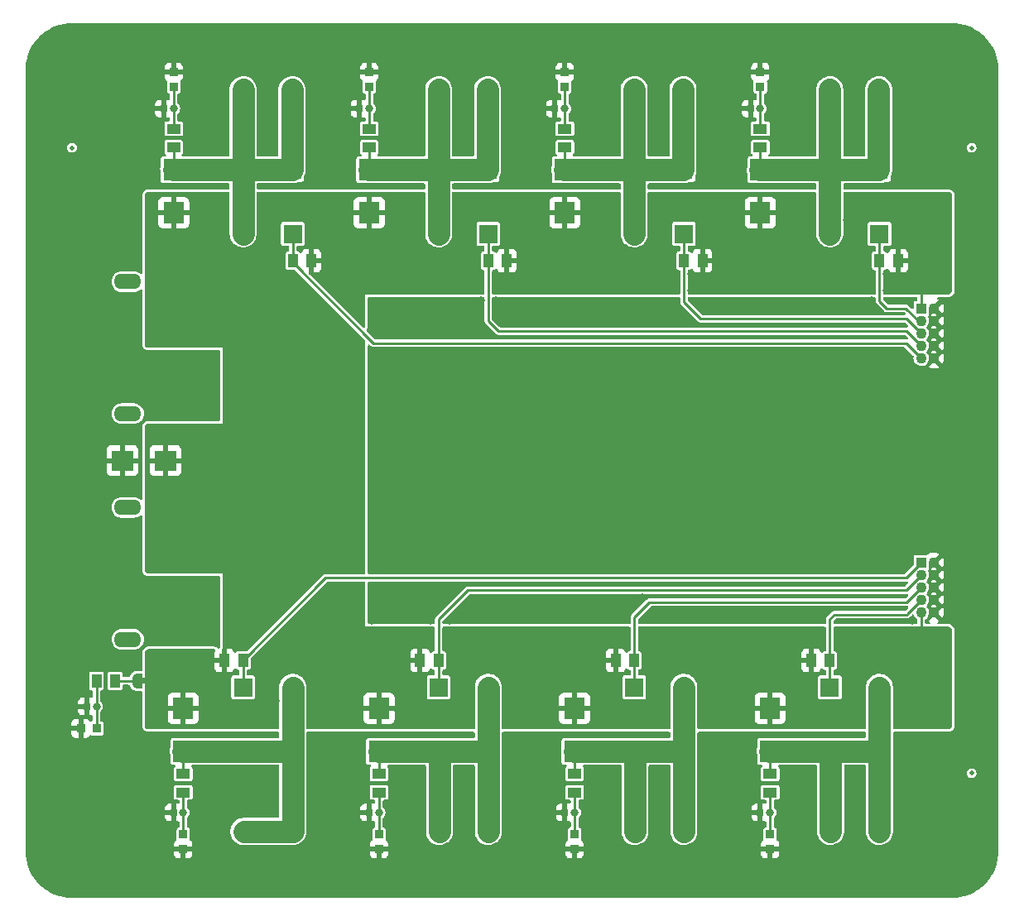
<source format=gbr>
%TF.GenerationSoftware,KiCad,Pcbnew,(6.0.10)*%
%TF.CreationDate,2023-01-04T08:24:49-08:00*%
%TF.ProjectId,solid_state_relays_12v,736f6c69-645f-4737-9461-74655f72656c,0.0.7*%
%TF.SameCoordinates,PXe4e1c0PY6422c40*%
%TF.FileFunction,Copper,L1,Top*%
%TF.FilePolarity,Positive*%
%FSLAX46Y46*%
G04 Gerber Fmt 4.6, Leading zero omitted, Abs format (unit mm)*
G04 Created by KiCad (PCBNEW (6.0.10)) date 2023-01-04 08:24:49*
%MOMM*%
%LPD*%
G01*
G04 APERTURE LIST*
G04 Aperture macros list*
%AMFreePoly0*
4,1,22,0.500000,-0.750000,0.000000,-0.750000,0.000000,-0.745033,-0.079941,-0.743568,-0.215256,-0.701293,-0.333266,-0.622738,-0.424486,-0.514219,-0.481581,-0.384460,-0.499164,-0.250000,-0.500000,-0.250000,-0.500000,0.250000,-0.499164,0.250000,-0.499963,0.256109,-0.478152,0.396186,-0.417904,0.524511,-0.324060,0.630769,-0.204165,0.706417,-0.067858,0.745374,0.000000,0.744959,0.000000,0.750000,
0.500000,0.750000,0.500000,-0.750000,0.500000,-0.750000,$1*%
%AMFreePoly1*
4,1,20,0.000000,0.744959,0.073905,0.744508,0.209726,0.703889,0.328688,0.626782,0.421226,0.519385,0.479903,0.390333,0.500000,0.250000,0.500000,-0.250000,0.499851,-0.262216,0.476331,-0.402017,0.414519,-0.529596,0.319384,-0.634700,0.198574,-0.708877,0.061801,-0.746166,0.000000,-0.745033,0.000000,-0.750000,-0.500000,-0.750000,-0.500000,0.750000,0.000000,0.750000,0.000000,0.744959,
0.000000,0.744959,$1*%
G04 Aperture macros list end*
%TA.AperFunction,SMDPad,CuDef*%
%ADD10R,1.000000X1.400000*%
%TD*%
%TA.AperFunction,ComponentPad*%
%ADD11C,0.900000*%
%TD*%
%TA.AperFunction,ComponentPad*%
%ADD12C,8.750000*%
%TD*%
%TA.AperFunction,ComponentPad*%
%ADD13R,0.800000X0.800000*%
%TD*%
%TA.AperFunction,ComponentPad*%
%ADD14C,0.800000*%
%TD*%
%TA.AperFunction,WasherPad*%
%ADD15O,2.800000X1.600000*%
%TD*%
%TA.AperFunction,ComponentPad*%
%ADD16R,4.050000X4.050000*%
%TD*%
%TA.AperFunction,ComponentPad*%
%ADD17C,4.050000*%
%TD*%
%TA.AperFunction,SMDPad,CuDef*%
%ADD18FreePoly0,180.000000*%
%TD*%
%TA.AperFunction,SMDPad,CuDef*%
%ADD19FreePoly1,180.000000*%
%TD*%
%TA.AperFunction,SMDPad,CuDef*%
%ADD20R,1.400000X1.000000*%
%TD*%
%TA.AperFunction,ComponentPad*%
%ADD21R,1.950000X1.950000*%
%TD*%
%TA.AperFunction,ComponentPad*%
%ADD22C,1.950000*%
%TD*%
%TA.AperFunction,SMDPad,CuDef*%
%ADD23R,0.850000X0.900000*%
%TD*%
%TA.AperFunction,ComponentPad*%
%ADD24R,1.090000X1.090000*%
%TD*%
%TA.AperFunction,ComponentPad*%
%ADD25C,1.090000*%
%TD*%
%TA.AperFunction,SMDPad,CuDef*%
%ADD26C,0.500000*%
%TD*%
%TA.AperFunction,SMDPad,CuDef*%
%ADD27R,2.150000X2.200000*%
%TD*%
%TA.AperFunction,ComponentPad*%
%ADD28C,6.400000*%
%TD*%
%TA.AperFunction,SMDPad,CuDef*%
%ADD29R,2.200000X2.150000*%
%TD*%
%TA.AperFunction,SMDPad,CuDef*%
%ADD30R,0.900000X0.950000*%
%TD*%
%TA.AperFunction,ComponentPad*%
%ADD31R,1.920000X1.920000*%
%TD*%
%TA.AperFunction,ComponentPad*%
%ADD32C,1.920000*%
%TD*%
%TA.AperFunction,ViaPad*%
%ADD33C,0.800000*%
%TD*%
%TA.AperFunction,Conductor*%
%ADD34C,0.250000*%
%TD*%
%TA.AperFunction,Conductor*%
%ADD35C,2.250000*%
%TD*%
G04 APERTURE END LIST*
%TO.C,JP1*%
G36*
X12550000Y22150000D02*
G01*
X12050000Y22150000D01*
X12050000Y22750000D01*
X12550000Y22750000D01*
X12550000Y22150000D01*
G37*
%TD*%
D10*
%TO.P,RP4,1*%
%TO.N,/a4*%
X27580000Y65450000D03*
%TO.P,RP4,2*%
%TO.N,+BATT*%
X29480000Y65450000D03*
%TD*%
D11*
%TO.P,HQ7,1,1*%
%TO.N,GNDPWR*%
X42388350Y35348350D03*
X45040000Y41750000D03*
X42388350Y40651650D03*
X47691650Y40651650D03*
X47691650Y35348350D03*
X41290000Y38000000D03*
D12*
X45040000Y38000000D03*
D11*
X48790000Y38000000D03*
X45040000Y34250000D03*
%TD*%
D13*
%TO.P,JL4,1,Pin_1*%
%TO.N,GNDPWR*%
X14400000Y81000000D03*
D14*
%TO.P,JL4,2,Pin_2*%
%TO.N,Net-(JL4-Pad2)*%
X15400000Y81000000D03*
%TD*%
D15*
%TO.P,JPWR2,*%
%TO.N,*%
X10700000Y49800000D03*
X10700000Y63300000D03*
D16*
%TO.P,JPWR2,N,N*%
%TO.N,GNDPWR*%
X16700000Y52950000D03*
D17*
%TO.P,JPWR2,P,P*%
%TO.N,+BATT*%
X16700000Y60150000D03*
%TD*%
D18*
%TO.P,JP1,1,A*%
%TO.N,+BATT*%
X12950000Y22450000D03*
D19*
%TO.P,JP1,2,B*%
%TO.N,Net-(JP1-Pad2)*%
X11650000Y22450000D03*
%TD*%
D20*
%TO.P,RL1,1*%
%TO.N,OUT1*%
X75400000Y77050000D03*
%TO.P,RL1,2*%
%TO.N,Net-(JL1-Pad2)*%
X75400000Y78950000D03*
%TD*%
D21*
%TO.P,J3,1,1*%
%TO.N,OUT3*%
X47500000Y74750000D03*
D22*
%TO.P,J3,2,2*%
X47500000Y82950000D03*
%TO.P,J3,3,3*%
X42500000Y74750000D03*
%TO.P,J3,4,4*%
X42500000Y82950000D03*
%TD*%
D10*
%TO.P,RP6,1*%
%TO.N,/a6*%
X62500000Y24550000D03*
%TO.P,RP6,2*%
%TO.N,+BATT*%
X60600000Y24550000D03*
%TD*%
D23*
%TO.P,LED1,1*%
%TO.N,GNDPWR*%
X75400000Y84750000D03*
%TO.P,LED1,2*%
%TO.N,Net-(JL1-Pad2)*%
X75400000Y83250000D03*
%TD*%
D21*
%TO.P,J8,1,1*%
%TO.N,OUT8*%
X22580000Y15250000D03*
D22*
%TO.P,J8,2,2*%
X22580000Y7050000D03*
%TO.P,J8,3,3*%
X27580000Y15250000D03*
%TO.P,J8,4,4*%
X27580000Y7050000D03*
%TD*%
D13*
%TO.P,JL5,1,Pin_1*%
%TO.N,GNDPWR*%
X75400000Y9000000D03*
D14*
%TO.P,JL5,2,Pin_2*%
%TO.N,Net-(JL5-Pad2)*%
X76400000Y9000000D03*
%TD*%
D21*
%TO.P,J5,1,1*%
%TO.N,OUT5*%
X82580000Y15250000D03*
D22*
%TO.P,J5,2,2*%
X82580000Y7050000D03*
%TO.P,J5,3,3*%
X87580000Y15250000D03*
%TO.P,J5,4,4*%
X87580000Y7050000D03*
%TD*%
D24*
%TO.P,JCNTL1,1,1*%
%TO.N,+BATT*%
X91865000Y60540000D03*
D25*
%TO.P,JCNTL1,2,2*%
%TO.N,GNDPWR*%
X93135000Y60540000D03*
%TO.P,JCNTL1,3,3*%
%TO.N,/a1*%
X91865000Y59270000D03*
%TO.P,JCNTL1,4,4*%
%TO.N,GNDPWR*%
X93135000Y59270000D03*
%TO.P,JCNTL1,5,5*%
%TO.N,/a2*%
X91865000Y58000000D03*
%TO.P,JCNTL1,6,6*%
%TO.N,GNDPWR*%
X93135000Y58000000D03*
%TO.P,JCNTL1,7,7*%
%TO.N,/a3*%
X91865000Y56730000D03*
%TO.P,JCNTL1,8,8*%
%TO.N,GNDPWR*%
X93135000Y56730000D03*
%TO.P,JCNTL1,9,9*%
%TO.N,/a4*%
X91865000Y55460000D03*
%TO.P,JCNTL1,10,10*%
%TO.N,GNDPWR*%
X93135000Y55460000D03*
%TD*%
D10*
%TO.P,RP7,1*%
%TO.N,/a7*%
X42500000Y24550000D03*
%TO.P,RP7,2*%
%TO.N,+BATT*%
X40600000Y24550000D03*
%TD*%
D26*
%TO.P,FID2,*%
%TO.N,*%
X97000000Y77000000D03*
%TD*%
D10*
%TO.P,R1,1*%
%TO.N,Net-(JP2-Pad2)*%
X7500000Y22450000D03*
%TO.P,R1,2*%
%TO.N,Net-(JP1-Pad2)*%
X9400000Y22450000D03*
%TD*%
%TO.P,RP3,1*%
%TO.N,/a3*%
X47580000Y65450000D03*
%TO.P,RP3,2*%
%TO.N,+BATT*%
X49480000Y65450000D03*
%TD*%
D27*
%TO.P,TVS2,1*%
%TO.N,+BATT*%
X55400000Y70350000D03*
%TO.P,TVS2,2*%
%TO.N,OUT2*%
X55400000Y74750000D03*
%TD*%
D10*
%TO.P,RP2,1*%
%TO.N,/a2*%
X67580000Y65450000D03*
%TO.P,RP2,2*%
%TO.N,+BATT*%
X69480000Y65450000D03*
%TD*%
D23*
%TO.P,LED6,1*%
%TO.N,GNDPWR*%
X56400000Y5250000D03*
%TO.P,LED6,2*%
%TO.N,Net-(JL6-Pad2)*%
X56400000Y6750000D03*
%TD*%
%TO.P,LED7,1*%
%TO.N,GNDPWR*%
X36400000Y5250000D03*
%TO.P,LED7,2*%
%TO.N,Net-(JL7-Pad2)*%
X36400000Y6750000D03*
%TD*%
D20*
%TO.P,RL7,1*%
%TO.N,OUT7*%
X36400000Y12950000D03*
%TO.P,RL7,2*%
%TO.N,Net-(JL7-Pad2)*%
X36400000Y11050000D03*
%TD*%
D14*
%TO.P,H5,1,1*%
%TO.N,GNDPWR*%
X58302944Y43302944D03*
D28*
X60000000Y45000000D03*
D14*
X60000000Y42600000D03*
X61697056Y46697056D03*
X58302944Y46697056D03*
X60000000Y47400000D03*
X57600000Y45000000D03*
X61697056Y43302944D03*
X62400000Y45000000D03*
%TD*%
D29*
%TO.P,TVSP1,1*%
%TO.N,+BATT*%
X14550000Y45000000D03*
%TO.P,TVSP1,2*%
%TO.N,GNDPWR*%
X10150000Y45000000D03*
%TD*%
D11*
%TO.P,HQ6,1,1*%
%TO.N,GNDPWR*%
X67691650Y40651650D03*
X61290000Y38000000D03*
X62388350Y40651650D03*
X67691650Y35348350D03*
X68790000Y38000000D03*
X65040000Y41750000D03*
X65040000Y34250000D03*
X62388350Y35348350D03*
D12*
X65040000Y38000000D03*
%TD*%
D10*
%TO.P,RP1,1*%
%TO.N,/a1*%
X87580000Y65450000D03*
%TO.P,RP1,2*%
%TO.N,+BATT*%
X89480000Y65450000D03*
%TD*%
D21*
%TO.P,J1,1,1*%
%TO.N,OUT1*%
X87500000Y74750000D03*
D22*
%TO.P,J1,2,2*%
X87500000Y82950000D03*
%TO.P,J1,3,3*%
X82500000Y74750000D03*
%TO.P,J1,4,4*%
X82500000Y82950000D03*
%TD*%
D13*
%TO.P,JL8,1,Pin_1*%
%TO.N,GNDPWR*%
X15380000Y9000000D03*
D14*
%TO.P,JL8,2,Pin_2*%
%TO.N,Net-(JL8-Pad2)*%
X16380000Y9000000D03*
%TD*%
D23*
%TO.P,LED8,1*%
%TO.N,GNDPWR*%
X16380000Y5250000D03*
%TO.P,LED8,2*%
%TO.N,Net-(JL8-Pad2)*%
X16380000Y6750000D03*
%TD*%
D27*
%TO.P,TVS5,1*%
%TO.N,+BATT*%
X76400000Y19650000D03*
%TO.P,TVS5,2*%
%TO.N,OUT5*%
X76400000Y15250000D03*
%TD*%
D21*
%TO.P,J2,1,1*%
%TO.N,OUT2*%
X67500000Y74750000D03*
D22*
%TO.P,J2,2,2*%
X67500000Y82950000D03*
%TO.P,J2,3,3*%
X62500000Y74750000D03*
%TO.P,J2,4,4*%
X62500000Y82950000D03*
%TD*%
D11*
%TO.P,HQ4,1,1*%
%TO.N,+BATT*%
X28790000Y52000000D03*
X27691650Y49348350D03*
X22388350Y49348350D03*
X25040000Y55750000D03*
D12*
X25040000Y52000000D03*
D11*
X22388350Y54651650D03*
X21290000Y52000000D03*
X27691650Y54651650D03*
X25040000Y48250000D03*
%TD*%
D23*
%TO.P,LED3,1*%
%TO.N,GNDPWR*%
X35400000Y84750000D03*
%TO.P,LED3,2*%
%TO.N,Net-(JL3-Pad2)*%
X35400000Y83250000D03*
%TD*%
D10*
%TO.P,RP5,1*%
%TO.N,/a5*%
X82500000Y24550000D03*
%TO.P,RP5,2*%
%TO.N,+BATT*%
X80600000Y24550000D03*
%TD*%
D28*
%TO.P,H1,1,1*%
%TO.N,GNDPWR*%
X5000000Y85000000D03*
D14*
X6697056Y83302944D03*
X5000000Y87400000D03*
X6697056Y86697056D03*
X3302944Y86697056D03*
X5000000Y82600000D03*
X7400000Y85000000D03*
X3302944Y83302944D03*
X2600000Y85000000D03*
%TD*%
D21*
%TO.P,J4,1,1*%
%TO.N,OUT4*%
X27500000Y74750000D03*
D22*
%TO.P,J4,2,2*%
X27500000Y82950000D03*
%TO.P,J4,3,3*%
X22500000Y74750000D03*
%TO.P,J4,4,4*%
X22500000Y82950000D03*
%TD*%
D11*
%TO.P,HQ3,1,1*%
%TO.N,GNDPWR*%
X42388350Y54651650D03*
D12*
X45040000Y52000000D03*
D11*
X45040000Y48250000D03*
X41290000Y52000000D03*
X48790000Y52000000D03*
X47691650Y54651650D03*
X45040000Y55750000D03*
X47691650Y49348350D03*
X42388350Y49348350D03*
%TD*%
D14*
%TO.P,H4,1,1*%
%TO.N,GNDPWR*%
X6697056Y6697056D03*
X6697056Y3302944D03*
X2600000Y5000000D03*
X5000000Y2600000D03*
X3302944Y6697056D03*
X3302944Y3302944D03*
D28*
X5000000Y5000000D03*
D14*
X7400000Y5000000D03*
X5000000Y7400000D03*
%TD*%
D27*
%TO.P,TVS4,1*%
%TO.N,+BATT*%
X15400000Y70350000D03*
%TO.P,TVS4,2*%
%TO.N,OUT4*%
X15400000Y74750000D03*
%TD*%
D13*
%TO.P,JL7,1,Pin_1*%
%TO.N,GNDPWR*%
X35400000Y9000000D03*
D14*
%TO.P,JL7,2,Pin_2*%
%TO.N,Net-(JL7-Pad2)*%
X36400000Y9000000D03*
%TD*%
D11*
%TO.P,HQ5,1,1*%
%TO.N,GNDPWR*%
X85040000Y34250000D03*
X82388350Y35348350D03*
X85040000Y41750000D03*
X81290000Y38000000D03*
X82388350Y40651650D03*
X87691650Y35348350D03*
D12*
X85040000Y38000000D03*
D11*
X87691650Y40651650D03*
X88790000Y38000000D03*
%TD*%
D20*
%TO.P,RL6,1*%
%TO.N,OUT6*%
X56400000Y12950000D03*
%TO.P,RL6,2*%
%TO.N,Net-(JL6-Pad2)*%
X56400000Y11050000D03*
%TD*%
D13*
%TO.P,JL6,1,Pin_1*%
%TO.N,GNDPWR*%
X55400000Y9000000D03*
D14*
%TO.P,JL6,2,Pin_2*%
%TO.N,Net-(JL6-Pad2)*%
X56400000Y9000000D03*
%TD*%
D23*
%TO.P,LED2,1*%
%TO.N,GNDPWR*%
X55400000Y84750000D03*
%TO.P,LED2,2*%
%TO.N,Net-(JL2-Pad2)*%
X55400000Y83250000D03*
%TD*%
D10*
%TO.P,RP8,1*%
%TO.N,/a8*%
X22500000Y24550000D03*
%TO.P,RP8,2*%
%TO.N,+BATT*%
X20600000Y24550000D03*
%TD*%
D30*
%TO.P,LEDP1,1*%
%TO.N,GNDPWR*%
X5900000Y17600000D03*
%TO.P,LEDP1,2*%
%TO.N,Net-(JP2-Pad2)*%
X7500000Y17600000D03*
%TD*%
D20*
%TO.P,RL3,1*%
%TO.N,OUT3*%
X35400000Y77050000D03*
%TO.P,RL3,2*%
%TO.N,Net-(JL3-Pad2)*%
X35400000Y78950000D03*
%TD*%
%TO.P,RL8,1*%
%TO.N,OUT8*%
X16380000Y12950000D03*
%TO.P,RL8,2*%
%TO.N,Net-(JL8-Pad2)*%
X16380000Y11050000D03*
%TD*%
D15*
%TO.P,JPWR1,*%
%TO.N,*%
X10700000Y26700000D03*
X10700000Y40200000D03*
D16*
%TO.P,JPWR1,N,N*%
%TO.N,GNDPWR*%
X16700000Y29850000D03*
D17*
%TO.P,JPWR1,P,P*%
%TO.N,+BATT*%
X16700000Y37050000D03*
%TD*%
D27*
%TO.P,TVS7,1*%
%TO.N,+BATT*%
X36400000Y19650000D03*
%TO.P,TVS7,2*%
%TO.N,OUT7*%
X36400000Y15250000D03*
%TD*%
%TO.P,TVS3,1*%
%TO.N,+BATT*%
X35400000Y70350000D03*
%TO.P,TVS3,2*%
%TO.N,OUT3*%
X35400000Y74750000D03*
%TD*%
D11*
%TO.P,HQ2,1,1*%
%TO.N,GNDPWR*%
X62388350Y49348350D03*
X67691650Y49348350D03*
X65040000Y48250000D03*
D12*
X65040000Y52000000D03*
D11*
X68790000Y52000000D03*
X65040000Y55750000D03*
X62388350Y54651650D03*
X67691650Y54651650D03*
X61290000Y52000000D03*
%TD*%
D21*
%TO.P,J7,1,1*%
%TO.N,OUT7*%
X42580000Y15250000D03*
D22*
%TO.P,J7,2,2*%
X42580000Y7050000D03*
%TO.P,J7,3,3*%
X47580000Y15250000D03*
%TO.P,J7,4,4*%
X47580000Y7050000D03*
%TD*%
D20*
%TO.P,RL4,1*%
%TO.N,OUT4*%
X15400000Y77050000D03*
%TO.P,RL4,2*%
%TO.N,Net-(JL4-Pad2)*%
X15400000Y78950000D03*
%TD*%
D23*
%TO.P,LED5,1*%
%TO.N,GNDPWR*%
X76400000Y5250000D03*
%TO.P,LED5,2*%
%TO.N,Net-(JL5-Pad2)*%
X76400000Y6750000D03*
%TD*%
D14*
%TO.P,H3,1,1*%
%TO.N,GNDPWR*%
X95750000Y2600000D03*
X93350000Y5000000D03*
X98150000Y5000000D03*
X97447056Y3302944D03*
X97447056Y6697056D03*
X94052944Y3302944D03*
X94052944Y6697056D03*
X95750000Y7400000D03*
D28*
X95750000Y5000000D03*
%TD*%
D13*
%TO.P,JL3,1,Pin_1*%
%TO.N,GNDPWR*%
X34400000Y81000000D03*
D14*
%TO.P,JL3,2,Pin_2*%
%TO.N,Net-(JL3-Pad2)*%
X35400000Y81000000D03*
%TD*%
D23*
%TO.P,LED4,1*%
%TO.N,GNDPWR*%
X15400000Y84750000D03*
%TO.P,LED4,2*%
%TO.N,Net-(JL4-Pad2)*%
X15400000Y83250000D03*
%TD*%
D20*
%TO.P,RL2,1*%
%TO.N,OUT2*%
X55400000Y77050000D03*
%TO.P,RL2,2*%
%TO.N,Net-(JL2-Pad2)*%
X55400000Y78950000D03*
%TD*%
D26*
%TO.P,FID1,*%
%TO.N,*%
X5000000Y77000000D03*
%TD*%
D13*
%TO.P,JP2,1,Pin_1*%
%TO.N,GNDPWR*%
X6500000Y19850000D03*
D14*
%TO.P,JP2,2,Pin_2*%
%TO.N,Net-(JP2-Pad2)*%
X7500000Y19850000D03*
%TD*%
D27*
%TO.P,TVS8,1*%
%TO.N,+BATT*%
X16380000Y19650000D03*
%TO.P,TVS8,2*%
%TO.N,OUT8*%
X16380000Y15250000D03*
%TD*%
D13*
%TO.P,JL2,1,Pin_1*%
%TO.N,GNDPWR*%
X54400000Y81000000D03*
D14*
%TO.P,JL2,2,Pin_2*%
%TO.N,Net-(JL2-Pad2)*%
X55400000Y81000000D03*
%TD*%
D24*
%TO.P,JCNTL2,1,1*%
%TO.N,/a8*%
X91865000Y34540000D03*
D25*
%TO.P,JCNTL2,2,2*%
%TO.N,GNDPWR*%
X93135000Y34540000D03*
%TO.P,JCNTL2,3,3*%
%TO.N,/a7*%
X91865000Y33270000D03*
%TO.P,JCNTL2,4,4*%
%TO.N,GNDPWR*%
X93135000Y33270000D03*
%TO.P,JCNTL2,5,5*%
%TO.N,/a6*%
X91865000Y32000000D03*
%TO.P,JCNTL2,6,6*%
%TO.N,GNDPWR*%
X93135000Y32000000D03*
%TO.P,JCNTL2,7,7*%
%TO.N,/a5*%
X91865000Y30730000D03*
%TO.P,JCNTL2,8,8*%
%TO.N,GNDPWR*%
X93135000Y30730000D03*
%TO.P,JCNTL2,9,9*%
%TO.N,+BATT*%
X91865000Y29460000D03*
%TO.P,JCNTL2,10,10*%
%TO.N,GNDPWR*%
X93135000Y29460000D03*
%TD*%
D11*
%TO.P,HQ1,1,1*%
%TO.N,GNDPWR*%
X81290000Y52000000D03*
X88790000Y52000000D03*
X82388350Y49348350D03*
X87691650Y49348350D03*
X85040000Y55750000D03*
X87691650Y54651650D03*
X85040000Y48250000D03*
D12*
X85040000Y52000000D03*
D11*
X82388350Y54651650D03*
%TD*%
%TO.P,HQ8,1,1*%
%TO.N,+BATT*%
X21290000Y38000000D03*
X25040000Y34250000D03*
X22388350Y35348350D03*
X22388350Y40651650D03*
X28790000Y38000000D03*
X27691650Y35348350D03*
D12*
X25040000Y38000000D03*
D11*
X27691650Y40651650D03*
X25040000Y41750000D03*
%TD*%
D26*
%TO.P,FID3,*%
%TO.N,*%
X97000000Y13000000D03*
%TD*%
D13*
%TO.P,JL1,1,Pin_1*%
%TO.N,GNDPWR*%
X74400000Y81000000D03*
D14*
%TO.P,JL1,2,Pin_2*%
%TO.N,Net-(JL1-Pad2)*%
X75400000Y81000000D03*
%TD*%
%TO.P,H2,1,1*%
%TO.N,GNDPWR*%
X98150000Y85000000D03*
X94052944Y86697056D03*
X97447056Y83302944D03*
X97447056Y86697056D03*
X94052944Y83302944D03*
X93350000Y85000000D03*
X95750000Y82600000D03*
X95750000Y87400000D03*
D28*
X95750000Y85000000D03*
%TD*%
D21*
%TO.P,J6,1,1*%
%TO.N,OUT6*%
X62580000Y15250000D03*
D22*
%TO.P,J6,2,2*%
X62580000Y7050000D03*
%TO.P,J6,3,3*%
X67580000Y15250000D03*
%TO.P,J6,4,4*%
X67580000Y7050000D03*
%TD*%
D27*
%TO.P,TVS6,1*%
%TO.N,+BATT*%
X56400000Y19650000D03*
%TO.P,TVS6,2*%
%TO.N,OUT6*%
X56400000Y15250000D03*
%TD*%
%TO.P,TVS1,1*%
%TO.N,+BATT*%
X75400000Y70350000D03*
%TO.P,TVS1,2*%
%TO.N,OUT1*%
X75400000Y74750000D03*
%TD*%
D20*
%TO.P,RL5,1*%
%TO.N,OUT5*%
X76400000Y12950000D03*
%TO.P,RL5,2*%
%TO.N,Net-(JL5-Pad2)*%
X76400000Y11050000D03*
%TD*%
D31*
%TO.P,Q7,1*%
%TO.N,/a7*%
X42500000Y21800000D03*
D32*
%TO.P,Q7,2*%
%TO.N,+BATT*%
X45040000Y21800000D03*
%TO.P,Q7,3*%
%TO.N,OUT7*%
X47580000Y21800000D03*
%TD*%
D31*
%TO.P,Q6,1*%
%TO.N,/a6*%
X62500000Y21800000D03*
D32*
%TO.P,Q6,2*%
%TO.N,+BATT*%
X65040000Y21800000D03*
%TO.P,Q6,3*%
%TO.N,OUT6*%
X67580000Y21800000D03*
%TD*%
D31*
%TO.P,Q3,1*%
%TO.N,/a3*%
X47580000Y68200000D03*
D32*
%TO.P,Q3,2*%
%TO.N,+BATT*%
X45040000Y68200000D03*
%TO.P,Q3,3*%
%TO.N,OUT3*%
X42500000Y68200000D03*
%TD*%
D31*
%TO.P,Q5,1*%
%TO.N,/a5*%
X82500000Y21800000D03*
D32*
%TO.P,Q5,2*%
%TO.N,+BATT*%
X85040000Y21800000D03*
%TO.P,Q5,3*%
%TO.N,OUT5*%
X87580000Y21800000D03*
%TD*%
D31*
%TO.P,Q2,1*%
%TO.N,/a2*%
X67580000Y68200000D03*
D32*
%TO.P,Q2,2*%
%TO.N,+BATT*%
X65040000Y68200000D03*
%TO.P,Q2,3*%
%TO.N,OUT2*%
X62500000Y68200000D03*
%TD*%
D31*
%TO.P,Q4,1*%
%TO.N,/a4*%
X27580000Y68200000D03*
D32*
%TO.P,Q4,2*%
%TO.N,+BATT*%
X25040000Y68200000D03*
%TO.P,Q4,3*%
%TO.N,OUT4*%
X22500000Y68200000D03*
%TD*%
D31*
%TO.P,Q1,1*%
%TO.N,/a1*%
X87580000Y68200000D03*
D32*
%TO.P,Q1,2*%
%TO.N,+BATT*%
X85040000Y68200000D03*
%TO.P,Q1,3*%
%TO.N,OUT1*%
X82500000Y68200000D03*
%TD*%
D31*
%TO.P,Q8,1*%
%TO.N,/a8*%
X22500000Y21800000D03*
D32*
%TO.P,Q8,2*%
%TO.N,+BATT*%
X25040000Y21800000D03*
%TO.P,Q8,3*%
%TO.N,OUT8*%
X27580000Y21800000D03*
%TD*%
D33*
%TO.N,GNDPWR*%
X14700000Y32750000D03*
X18700000Y49850000D03*
X15700000Y32750000D03*
X16700000Y32750000D03*
X48350000Y61350000D03*
X13700000Y30750000D03*
X14700000Y26750000D03*
X44800000Y32200000D03*
X19700000Y26750000D03*
X90700000Y61250000D03*
X13700000Y53850000D03*
X19700000Y55850000D03*
X41700000Y28650000D03*
X17700000Y32750000D03*
X13700000Y31750000D03*
X15700000Y49850000D03*
X8200000Y45000000D03*
X19700000Y28750000D03*
X43600000Y28650000D03*
X18700000Y26750000D03*
X13700000Y26750000D03*
X82300000Y29700000D03*
X13700000Y49850000D03*
X19700000Y52850000D03*
X13700000Y28750000D03*
X14700000Y55850000D03*
X19700000Y53850000D03*
X17700000Y26750000D03*
X18700000Y32750000D03*
X17700000Y55850000D03*
X63350000Y30950000D03*
X35700000Y61300000D03*
X13700000Y27750000D03*
X86800000Y61350000D03*
X81700000Y28700000D03*
X19700000Y31750000D03*
X19700000Y32750000D03*
X15700000Y55850000D03*
X35650000Y28650000D03*
X13700000Y32750000D03*
X13700000Y55850000D03*
X19700000Y27750000D03*
X10150000Y43100000D03*
X19700000Y29750000D03*
X46800000Y61350000D03*
X61700000Y28700000D03*
X16700000Y26750000D03*
X66800000Y61300000D03*
X16700000Y49850000D03*
X13700000Y54850000D03*
X13700000Y51850000D03*
X13700000Y29750000D03*
X90950000Y28650000D03*
X13700000Y52850000D03*
X13700000Y50850000D03*
X35700000Y32200000D03*
X16700000Y55850000D03*
X19700000Y49850000D03*
X17700000Y49850000D03*
X19700000Y54850000D03*
X19700000Y50850000D03*
X15700000Y26750000D03*
X10150000Y46900000D03*
X63400000Y28700000D03*
X19700000Y30750000D03*
X19700000Y51850000D03*
X14700000Y49850000D03*
X18700000Y55850000D03*
X68600000Y61300000D03*
%TO.N,+BATT*%
X15700000Y63150000D03*
X46750000Y64100000D03*
X17700000Y40050000D03*
X65790000Y20400000D03*
X28150000Y31350000D03*
X38300000Y19600000D03*
X13700000Y36050000D03*
X84290000Y66800000D03*
X61700000Y27600000D03*
X14700000Y62150000D03*
X84290000Y69600000D03*
X81700000Y27600000D03*
X18280000Y19650000D03*
X45790000Y20400000D03*
X64290000Y66800000D03*
X13700000Y57150000D03*
X65790000Y66800000D03*
X28300000Y29200000D03*
X66800000Y64150000D03*
X30550000Y63450000D03*
X85790000Y23200000D03*
X15700000Y34050000D03*
X18700000Y40050000D03*
X16700000Y40050000D03*
X25790000Y66800000D03*
X17700000Y57150000D03*
X85790000Y69600000D03*
X25790000Y20400000D03*
X76400000Y21600000D03*
X15700000Y57150000D03*
X73500000Y70350000D03*
X63300000Y27600000D03*
X27300000Y28200000D03*
X35400000Y68400000D03*
X14700000Y39050000D03*
X86800000Y64150000D03*
X16700000Y34050000D03*
X64290000Y20400000D03*
X33500000Y70350000D03*
X33550000Y58150000D03*
X88350000Y64100000D03*
X31550000Y60150000D03*
X30550000Y61150000D03*
X19700000Y61150000D03*
X18700000Y62150000D03*
X19700000Y38050000D03*
X36400000Y21550000D03*
X26300000Y27200000D03*
X16500000Y45000000D03*
X25300000Y26200000D03*
X34550000Y59450000D03*
X30150000Y33350000D03*
X19700000Y59150000D03*
X44290000Y66800000D03*
X13700000Y40050000D03*
X23150000Y26350000D03*
X43300000Y26000000D03*
X13700000Y35050000D03*
X13700000Y39050000D03*
X19700000Y35050000D03*
X41700000Y26000000D03*
X85790000Y20400000D03*
X14550000Y46900000D03*
X84290000Y20400000D03*
X14700000Y35050000D03*
X56400000Y21600000D03*
X68350000Y62400000D03*
X84290000Y23200000D03*
X53500000Y70350000D03*
X13700000Y37050000D03*
X19700000Y58150000D03*
X29150000Y32350000D03*
X19700000Y36050000D03*
X14700000Y40050000D03*
X18700000Y35050000D03*
X13700000Y61150000D03*
X13700000Y62150000D03*
X29550000Y62150000D03*
X31300000Y32200000D03*
X16380000Y21600000D03*
X68350000Y64100000D03*
X27150000Y30350000D03*
X13700000Y38050000D03*
X34450000Y19600000D03*
X85790000Y66800000D03*
X25790000Y23200000D03*
X24290000Y20400000D03*
X19700000Y62150000D03*
X45790000Y69600000D03*
X28550000Y63150000D03*
X19700000Y40050000D03*
X48400000Y62450000D03*
X24290000Y23200000D03*
X24150000Y27350000D03*
X24290000Y69600000D03*
X45790000Y66800000D03*
X13700000Y58150000D03*
X17350000Y70350000D03*
X24300000Y25200000D03*
X18700000Y63150000D03*
X14700000Y34050000D03*
X32550000Y61450000D03*
X24290000Y66800000D03*
X15700000Y40050000D03*
X18700000Y58150000D03*
X78300000Y19650000D03*
X58300000Y19650000D03*
X75400000Y68400000D03*
X44290000Y23200000D03*
X34550000Y57150000D03*
X13700000Y63150000D03*
X32550000Y59150000D03*
X29300000Y30200000D03*
X13700000Y34050000D03*
X19700000Y57150000D03*
X41700000Y27600000D03*
X91865000Y27250000D03*
X18700000Y39050000D03*
X19700000Y39050000D03*
X63300000Y26050000D03*
X26150000Y29350000D03*
X19700000Y60150000D03*
X13700000Y59150000D03*
X19700000Y34050000D03*
X14700000Y63150000D03*
X43300000Y27600000D03*
X81700000Y25950000D03*
X66800000Y62400000D03*
X13500000Y70350000D03*
X64290000Y23200000D03*
X14700000Y58150000D03*
X17700000Y63150000D03*
X37350000Y70350000D03*
X16700000Y63150000D03*
X57350000Y70350000D03*
X55400000Y68400000D03*
X77350000Y70350000D03*
X14700000Y57150000D03*
X65790000Y23200000D03*
X25150000Y28350000D03*
X91865000Y62750000D03*
X65790000Y69600000D03*
X88350000Y62400000D03*
X15400000Y68400000D03*
X86800000Y62400000D03*
X14430000Y19650000D03*
X54450000Y19650000D03*
X45790000Y23200000D03*
X18700000Y34050000D03*
X13700000Y60150000D03*
X19700000Y63150000D03*
X44290000Y69600000D03*
X83300000Y27600000D03*
X31550000Y62450000D03*
X16700000Y57150000D03*
X19700000Y37050000D03*
X18700000Y57150000D03*
X17700000Y34050000D03*
X30300000Y31200000D03*
X83300000Y25950000D03*
X61700000Y26000000D03*
X33550000Y60450000D03*
X48350000Y64050000D03*
X44290000Y20400000D03*
X64290000Y69600000D03*
X46750000Y62450000D03*
X27550000Y64000000D03*
X14550000Y43100000D03*
X25790000Y69600000D03*
%TD*%
D34*
%TO.N,+BATT*%
X91865000Y60540000D02*
X91865000Y62750000D01*
X91865000Y29460000D02*
X91865000Y27250000D01*
%TO.N,/a1*%
X88325000Y60575000D02*
X87580000Y61320000D01*
X90275000Y60575000D02*
X88325000Y60575000D01*
X91580000Y59270000D02*
X90275000Y60575000D01*
X87580000Y61320000D02*
X87580000Y65450000D01*
X87580000Y68200000D02*
X87580000Y65450000D01*
%TO.N,/a2*%
X69300000Y59500000D02*
X67580000Y61220000D01*
X67580000Y61220000D02*
X67580000Y65450000D01*
X91865000Y58000000D02*
X90365000Y59500000D01*
X90365000Y59500000D02*
X69300000Y59500000D01*
X67580000Y65450000D02*
X67580000Y68200000D01*
%TO.N,/a3*%
X47580000Y65450000D02*
X47580000Y68200000D01*
X48600000Y58250000D02*
X47580000Y59270000D01*
X90345000Y58250000D02*
X48600000Y58250000D01*
X47580000Y59270000D02*
X47580000Y65450000D01*
X91865000Y56730000D02*
X90345000Y58250000D01*
%TO.N,/a4*%
X35850000Y57000000D02*
X27580000Y65270000D01*
X90325000Y57000000D02*
X35850000Y57000000D01*
X91865000Y55460000D02*
X90325000Y57000000D01*
X27580000Y65450000D02*
X27580000Y68200000D01*
%TO.N,/a5*%
X82500000Y24550000D02*
X82500000Y28750000D01*
X83000000Y29250000D02*
X90400000Y29250000D01*
X82500000Y28750000D02*
X83000000Y29250000D01*
X91865000Y30730000D02*
X90400000Y29265000D01*
X90400000Y29265000D02*
X90400000Y29250000D01*
X82500000Y21800000D02*
X82500000Y24550000D01*
%TO.N,/a6*%
X90365000Y30500000D02*
X64050000Y30500000D01*
X91865000Y32000000D02*
X90365000Y30500000D01*
X62500000Y28950000D02*
X62500000Y24550000D01*
X64050000Y30500000D02*
X62500000Y28950000D01*
X62500000Y21800000D02*
X62500000Y24550000D01*
%TO.N,/a7*%
X42500000Y28750000D02*
X42500000Y24550000D01*
X45500000Y31750000D02*
X42500000Y28750000D01*
X42500000Y21800000D02*
X42500000Y24550000D01*
X90345000Y31750000D02*
X45500000Y31750000D01*
X91865000Y33270000D02*
X90345000Y31750000D01*
%TO.N,Net-(JP1-Pad2)*%
X11650000Y22450000D02*
X9400000Y22450000D01*
%TO.N,Net-(JP2-Pad2)*%
X7500000Y22450000D02*
X7500000Y17600000D01*
%TO.N,Net-(JL1-Pad2)*%
X75400000Y78950000D02*
X75400000Y83250000D01*
D35*
%TO.N,OUT1*%
X87500000Y74750000D02*
X75400000Y74750000D01*
X82500000Y68200000D02*
X82500000Y82950000D01*
D34*
X75400000Y77050000D02*
X75400000Y74750000D01*
D35*
X87500000Y82950000D02*
X87500000Y74750000D01*
D34*
%TO.N,OUT2*%
X55400000Y77050000D02*
X55400000Y74750000D01*
D35*
X62500000Y68200000D02*
X62500000Y82950000D01*
X67500000Y74750000D02*
X55400000Y74750000D01*
X67500000Y74750000D02*
X67500000Y82950000D01*
%TO.N,OUT3*%
X47500000Y74750000D02*
X35400000Y74750000D01*
D34*
X35400000Y77050000D02*
X35400000Y74750000D01*
D35*
X42500000Y68200000D02*
X42500000Y82950000D01*
X47500000Y74750000D02*
X47500000Y82950000D01*
%TO.N,OUT4*%
X27500000Y74750000D02*
X27500000Y82950000D01*
X27500000Y74750000D02*
X15400000Y74750000D01*
X22500000Y68200000D02*
X22500000Y82950000D01*
D34*
X15400000Y77050000D02*
X15400000Y74750000D01*
%TO.N,/a8*%
X91865000Y34540000D02*
X90325000Y33000000D01*
X90325000Y33000000D02*
X30950000Y33000000D01*
X30950000Y33000000D02*
X22500000Y24550000D01*
X22500000Y21800000D02*
X22500000Y24550000D01*
%TO.N,Net-(JL2-Pad2)*%
X55400000Y78950000D02*
X55400000Y83250000D01*
%TO.N,Net-(JL3-Pad2)*%
X35400000Y78950000D02*
X35400000Y83250000D01*
%TO.N,Net-(JL4-Pad2)*%
X15400000Y78950000D02*
X15400000Y83250000D01*
%TO.N,OUT5*%
X76400000Y12950000D02*
X76400000Y15250000D01*
D35*
X87580000Y15250000D02*
X76400000Y15250000D01*
X82580000Y15250000D02*
X82580000Y7050000D01*
X87580000Y21800000D02*
X87580000Y7050000D01*
%TO.N,OUT6*%
X62580000Y15250000D02*
X62580000Y7050000D01*
X67580000Y21800000D02*
X67580000Y7050000D01*
D34*
X56400000Y12950000D02*
X56400000Y15250000D01*
D35*
X67580000Y15250000D02*
X56400000Y15250000D01*
%TO.N,OUT7*%
X47580000Y21800000D02*
X47580000Y7050000D01*
X42580000Y15250000D02*
X42580000Y7050000D01*
X47580000Y15250000D02*
X36400000Y15250000D01*
D34*
X36400000Y12950000D02*
X36400000Y15250000D01*
D35*
%TO.N,OUT8*%
X27580000Y15250000D02*
X16380000Y15250000D01*
D34*
X16380000Y12950000D02*
X16380000Y15250000D01*
D35*
X27580000Y21800000D02*
X27580000Y7050000D01*
X27580000Y7050000D02*
X22580000Y7050000D01*
D34*
%TO.N,Net-(JL5-Pad2)*%
X76400000Y11050000D02*
X76400000Y6750000D01*
%TO.N,Net-(JL6-Pad2)*%
X56400000Y11050000D02*
X56400000Y6750000D01*
%TO.N,Net-(JL7-Pad2)*%
X36400000Y11050000D02*
X36400000Y6750000D01*
%TO.N,Net-(JL8-Pad2)*%
X16380000Y11050000D02*
X16380000Y6750000D01*
%TD*%
%TA.AperFunction,Conductor*%
%TO.N,GNDPWR*%
G36*
X94987103Y89743079D02*
G01*
X95000000Y89740514D01*
X95012170Y89742935D01*
X95022599Y89742935D01*
X95035735Y89743940D01*
X95356412Y89729939D01*
X95408103Y89727682D01*
X95419051Y89726724D01*
X95818604Y89674122D01*
X95829413Y89672215D01*
X96222854Y89584992D01*
X96233471Y89582147D01*
X96617813Y89460964D01*
X96628128Y89457211D01*
X97000468Y89302983D01*
X97010412Y89298345D01*
X97295219Y89150084D01*
X97367867Y89112266D01*
X97377387Y89106770D01*
X97717262Y88890245D01*
X97726266Y88883941D01*
X98045993Y88638607D01*
X98054397Y88631555D01*
X98130501Y88561818D01*
X98351519Y88359291D01*
X98359291Y88351519D01*
X98470515Y88230140D01*
X98631555Y88054397D01*
X98638607Y88045993D01*
X98768743Y87876396D01*
X98883941Y87726266D01*
X98890245Y87717262D01*
X99106770Y87377387D01*
X99112266Y87367867D01*
X99298341Y87010421D01*
X99302987Y87000459D01*
X99457208Y86628135D01*
X99460967Y86617806D01*
X99582147Y86233472D01*
X99584992Y86222854D01*
X99672214Y85829421D01*
X99674122Y85818604D01*
X99707077Y85568285D01*
X99726724Y85419052D01*
X99727682Y85408102D01*
X99743940Y85035735D01*
X99742935Y85022599D01*
X99742935Y85012170D01*
X99740514Y85000000D01*
X99742935Y84987830D01*
X99743079Y84987106D01*
X99745500Y84962524D01*
X99745500Y5037476D01*
X99743079Y5012897D01*
X99740514Y5000000D01*
X99742935Y4987830D01*
X99742935Y4977401D01*
X99743940Y4964265D01*
X99727682Y4591898D01*
X99726724Y4580949D01*
X99689937Y4301521D01*
X99674123Y4181404D01*
X99672214Y4170579D01*
X99584992Y3777146D01*
X99582147Y3766528D01*
X99460967Y3382194D01*
X99457208Y3371865D01*
X99302987Y2999541D01*
X99298341Y2989579D01*
X99112266Y2632133D01*
X99106770Y2622613D01*
X98890245Y2282738D01*
X98883941Y2273734D01*
X98638607Y1954007D01*
X98631555Y1945603D01*
X98495420Y1797038D01*
X98359291Y1648481D01*
X98351519Y1640709D01*
X98202962Y1504581D01*
X98054397Y1368445D01*
X98045993Y1361393D01*
X97811664Y1181587D01*
X97726266Y1116059D01*
X97717262Y1109755D01*
X97377387Y893230D01*
X97367868Y887735D01*
X97010412Y701655D01*
X97000468Y697017D01*
X96628128Y542789D01*
X96617813Y539036D01*
X96233472Y417853D01*
X96222855Y415008D01*
X95829413Y327785D01*
X95818604Y325878D01*
X95419052Y273276D01*
X95408103Y272318D01*
X95356412Y270061D01*
X95035735Y256060D01*
X95022599Y257065D01*
X95012170Y257065D01*
X95000000Y259486D01*
X94987103Y256921D01*
X94962524Y254500D01*
X5037476Y254500D01*
X5012897Y256921D01*
X5000000Y259486D01*
X4987830Y257065D01*
X4977401Y257065D01*
X4964265Y256060D01*
X4643588Y270061D01*
X4591897Y272318D01*
X4580948Y273276D01*
X4181396Y325878D01*
X4170587Y327785D01*
X3777145Y415008D01*
X3766528Y417853D01*
X3382187Y539036D01*
X3371872Y542789D01*
X2999532Y697017D01*
X2989588Y701655D01*
X2632132Y887735D01*
X2622613Y893230D01*
X2282738Y1109755D01*
X2273734Y1116059D01*
X2188336Y1181587D01*
X1954007Y1361393D01*
X1945603Y1368445D01*
X1797038Y1504581D01*
X1648481Y1640709D01*
X1640709Y1648481D01*
X1504580Y1797038D01*
X1368445Y1945603D01*
X1361393Y1954007D01*
X1116059Y2273734D01*
X1109755Y2282738D01*
X893230Y2622613D01*
X887734Y2632133D01*
X701659Y2989579D01*
X697013Y2999541D01*
X542792Y3371865D01*
X539033Y3382194D01*
X417853Y3766528D01*
X415008Y3777146D01*
X327786Y4170579D01*
X325877Y4181404D01*
X310064Y4301521D01*
X273276Y4580949D01*
X272318Y4591898D01*
X265182Y4755331D01*
X15447001Y4755331D01*
X15447371Y4748510D01*
X15452895Y4697648D01*
X15456521Y4682396D01*
X15501676Y4561946D01*
X15510214Y4546351D01*
X15586715Y4444276D01*
X15599276Y4431715D01*
X15701351Y4355214D01*
X15716946Y4346676D01*
X15837394Y4301522D01*
X15852649Y4297895D01*
X15903514Y4292369D01*
X15910328Y4292000D01*
X16107885Y4292000D01*
X16123124Y4296475D01*
X16124329Y4297865D01*
X16126000Y4305548D01*
X16126000Y4310116D01*
X16634000Y4310116D01*
X16638475Y4294877D01*
X16639865Y4293672D01*
X16647548Y4292001D01*
X16849669Y4292001D01*
X16856490Y4292371D01*
X16907352Y4297895D01*
X16922604Y4301521D01*
X17043054Y4346676D01*
X17058649Y4355214D01*
X17160724Y4431715D01*
X17173285Y4444276D01*
X17249786Y4546351D01*
X17258324Y4561946D01*
X17303478Y4682394D01*
X17307105Y4697649D01*
X17312631Y4748514D01*
X17313000Y4755328D01*
X17313000Y4755331D01*
X35467001Y4755331D01*
X35467371Y4748510D01*
X35472895Y4697648D01*
X35476521Y4682396D01*
X35521676Y4561946D01*
X35530214Y4546351D01*
X35606715Y4444276D01*
X35619276Y4431715D01*
X35721351Y4355214D01*
X35736946Y4346676D01*
X35857394Y4301522D01*
X35872649Y4297895D01*
X35923514Y4292369D01*
X35930328Y4292000D01*
X36127885Y4292000D01*
X36143124Y4296475D01*
X36144329Y4297865D01*
X36146000Y4305548D01*
X36146000Y4310116D01*
X36654000Y4310116D01*
X36658475Y4294877D01*
X36659865Y4293672D01*
X36667548Y4292001D01*
X36869669Y4292001D01*
X36876490Y4292371D01*
X36927352Y4297895D01*
X36942604Y4301521D01*
X37063054Y4346676D01*
X37078649Y4355214D01*
X37180724Y4431715D01*
X37193285Y4444276D01*
X37269786Y4546351D01*
X37278324Y4561946D01*
X37323478Y4682394D01*
X37327105Y4697649D01*
X37332631Y4748514D01*
X37333000Y4755328D01*
X37333000Y4755331D01*
X55467001Y4755331D01*
X55467371Y4748510D01*
X55472895Y4697648D01*
X55476521Y4682396D01*
X55521676Y4561946D01*
X55530214Y4546351D01*
X55606715Y4444276D01*
X55619276Y4431715D01*
X55721351Y4355214D01*
X55736946Y4346676D01*
X55857394Y4301522D01*
X55872649Y4297895D01*
X55923514Y4292369D01*
X55930328Y4292000D01*
X56127885Y4292000D01*
X56143124Y4296475D01*
X56144329Y4297865D01*
X56146000Y4305548D01*
X56146000Y4310116D01*
X56654000Y4310116D01*
X56658475Y4294877D01*
X56659865Y4293672D01*
X56667548Y4292001D01*
X56869669Y4292001D01*
X56876490Y4292371D01*
X56927352Y4297895D01*
X56942604Y4301521D01*
X57063054Y4346676D01*
X57078649Y4355214D01*
X57180724Y4431715D01*
X57193285Y4444276D01*
X57269786Y4546351D01*
X57278324Y4561946D01*
X57323478Y4682394D01*
X57327105Y4697649D01*
X57332631Y4748514D01*
X57333000Y4755328D01*
X57333000Y4755331D01*
X75467001Y4755331D01*
X75467371Y4748510D01*
X75472895Y4697648D01*
X75476521Y4682396D01*
X75521676Y4561946D01*
X75530214Y4546351D01*
X75606715Y4444276D01*
X75619276Y4431715D01*
X75721351Y4355214D01*
X75736946Y4346676D01*
X75857394Y4301522D01*
X75872649Y4297895D01*
X75923514Y4292369D01*
X75930328Y4292000D01*
X76127885Y4292000D01*
X76143124Y4296475D01*
X76144329Y4297865D01*
X76146000Y4305548D01*
X76146000Y4310116D01*
X76654000Y4310116D01*
X76658475Y4294877D01*
X76659865Y4293672D01*
X76667548Y4292001D01*
X76869669Y4292001D01*
X76876490Y4292371D01*
X76927352Y4297895D01*
X76942604Y4301521D01*
X77063054Y4346676D01*
X77078649Y4355214D01*
X77180724Y4431715D01*
X77193285Y4444276D01*
X77269786Y4546351D01*
X77278324Y4561946D01*
X77323478Y4682394D01*
X77327105Y4697649D01*
X77332631Y4748514D01*
X77333000Y4755328D01*
X77333000Y4977885D01*
X77328525Y4993124D01*
X77327135Y4994329D01*
X77319452Y4996000D01*
X76672115Y4996000D01*
X76656876Y4991525D01*
X76655671Y4990135D01*
X76654000Y4982452D01*
X76654000Y4310116D01*
X76146000Y4310116D01*
X76146000Y4977885D01*
X76141525Y4993124D01*
X76140135Y4994329D01*
X76132452Y4996000D01*
X75485116Y4996000D01*
X75469877Y4991525D01*
X75468672Y4990135D01*
X75467001Y4982452D01*
X75467001Y4755331D01*
X57333000Y4755331D01*
X57333000Y4977885D01*
X57328525Y4993124D01*
X57327135Y4994329D01*
X57319452Y4996000D01*
X56672115Y4996000D01*
X56656876Y4991525D01*
X56655671Y4990135D01*
X56654000Y4982452D01*
X56654000Y4310116D01*
X56146000Y4310116D01*
X56146000Y4977885D01*
X56141525Y4993124D01*
X56140135Y4994329D01*
X56132452Y4996000D01*
X55485116Y4996000D01*
X55469877Y4991525D01*
X55468672Y4990135D01*
X55467001Y4982452D01*
X55467001Y4755331D01*
X37333000Y4755331D01*
X37333000Y4977885D01*
X37328525Y4993124D01*
X37327135Y4994329D01*
X37319452Y4996000D01*
X36672115Y4996000D01*
X36656876Y4991525D01*
X36655671Y4990135D01*
X36654000Y4982452D01*
X36654000Y4310116D01*
X36146000Y4310116D01*
X36146000Y4977885D01*
X36141525Y4993124D01*
X36140135Y4994329D01*
X36132452Y4996000D01*
X35485116Y4996000D01*
X35469877Y4991525D01*
X35468672Y4990135D01*
X35467001Y4982452D01*
X35467001Y4755331D01*
X17313000Y4755331D01*
X17313000Y4977885D01*
X17308525Y4993124D01*
X17307135Y4994329D01*
X17299452Y4996000D01*
X16652115Y4996000D01*
X16636876Y4991525D01*
X16635671Y4990135D01*
X16634000Y4982452D01*
X16634000Y4310116D01*
X16126000Y4310116D01*
X16126000Y4977885D01*
X16121525Y4993124D01*
X16120135Y4994329D01*
X16112452Y4996000D01*
X15465116Y4996000D01*
X15449877Y4991525D01*
X15448672Y4990135D01*
X15447001Y4982452D01*
X15447001Y4755331D01*
X265182Y4755331D01*
X256060Y4964265D01*
X257065Y4977401D01*
X257065Y4987830D01*
X259486Y5000000D01*
X256921Y5012897D01*
X254500Y5037476D01*
X254500Y8555331D01*
X14472001Y8555331D01*
X14472371Y8548510D01*
X14477895Y8497648D01*
X14481521Y8482396D01*
X14526676Y8361946D01*
X14535214Y8346351D01*
X14611715Y8244276D01*
X14624276Y8231715D01*
X14726351Y8155214D01*
X14741946Y8146676D01*
X14862394Y8101522D01*
X14877649Y8097895D01*
X14928514Y8092369D01*
X14935328Y8092000D01*
X15107885Y8092000D01*
X15123124Y8096475D01*
X15124329Y8097865D01*
X15126000Y8105548D01*
X15126000Y8727885D01*
X15121525Y8743124D01*
X15120135Y8744329D01*
X15112452Y8746000D01*
X14490116Y8746000D01*
X14474877Y8741525D01*
X14473672Y8740135D01*
X14472001Y8732452D01*
X14472001Y8555331D01*
X254500Y8555331D01*
X254500Y9272115D01*
X14472000Y9272115D01*
X14476475Y9256876D01*
X14477865Y9255671D01*
X14485548Y9254000D01*
X15107885Y9254000D01*
X15123124Y9258475D01*
X15124329Y9259865D01*
X15126000Y9267548D01*
X15126000Y9889884D01*
X15121525Y9905123D01*
X15120135Y9906328D01*
X15112452Y9907999D01*
X14935331Y9907999D01*
X14928510Y9907629D01*
X14877648Y9902105D01*
X14862396Y9898479D01*
X14741946Y9853324D01*
X14726351Y9844786D01*
X14624276Y9768285D01*
X14611715Y9755724D01*
X14535214Y9653649D01*
X14526676Y9638054D01*
X14481522Y9517606D01*
X14477895Y9502351D01*
X14472369Y9451486D01*
X14472000Y9444672D01*
X14472000Y9272115D01*
X254500Y9272115D01*
X254500Y11575067D01*
X15425500Y11575067D01*
X15425501Y10524934D01*
X15440266Y10450699D01*
X15496516Y10366516D01*
X15580699Y10310266D01*
X15654933Y10295500D01*
X15874500Y10295500D01*
X15942621Y10275498D01*
X15989114Y10221842D01*
X16000500Y10169500D01*
X16000500Y10029700D01*
X15980498Y9961579D01*
X15926842Y9915086D01*
X15860894Y9904437D01*
X15831491Y9907631D01*
X15824672Y9908000D01*
X15652115Y9908000D01*
X15636876Y9903525D01*
X15635671Y9902135D01*
X15634000Y9894452D01*
X15634000Y8110116D01*
X15638475Y8094877D01*
X15639865Y8093672D01*
X15647548Y8092001D01*
X15824669Y8092001D01*
X15831493Y8092371D01*
X15860896Y8095564D01*
X15930778Y8083034D01*
X15982792Y8034712D01*
X16000500Y7970301D01*
X16000500Y7571941D01*
X15980498Y7503820D01*
X15926842Y7457327D01*
X15899079Y7448362D01*
X15867874Y7442156D01*
X15867872Y7442155D01*
X15855699Y7439734D01*
X15845379Y7432839D01*
X15845378Y7432838D01*
X15784985Y7392484D01*
X15771516Y7383484D01*
X15715266Y7299301D01*
X15700500Y7225067D01*
X15700501Y6274934D01*
X15707044Y6242035D01*
X15707661Y6238935D01*
X15701332Y6168221D01*
X15659646Y6113529D01*
X15599275Y6068284D01*
X15586715Y6055724D01*
X15510214Y5953649D01*
X15501676Y5938054D01*
X15456522Y5817606D01*
X15452895Y5802351D01*
X15447369Y5751486D01*
X15447000Y5744672D01*
X15447000Y5522115D01*
X15451475Y5506876D01*
X15452865Y5505671D01*
X15460548Y5504000D01*
X17294884Y5504000D01*
X17310123Y5508475D01*
X17311328Y5509865D01*
X17312999Y5517548D01*
X17312999Y5744669D01*
X17312629Y5751490D01*
X17307105Y5802352D01*
X17303479Y5817604D01*
X17258324Y5938054D01*
X17249786Y5953649D01*
X17173285Y6055724D01*
X17160724Y6068285D01*
X17100354Y6113530D01*
X17057839Y6170389D01*
X17052340Y6238937D01*
X17058293Y6268865D01*
X17059500Y6274933D01*
X17059499Y7225066D01*
X17044734Y7299301D01*
X17016197Y7342010D01*
X16995377Y7373168D01*
X16988484Y7383484D01*
X16904301Y7439734D01*
X16860918Y7448363D01*
X16798009Y7481270D01*
X16762877Y7542965D01*
X16759500Y7571942D01*
X16759500Y8405270D01*
X16779502Y8473391D01*
X16803669Y8501081D01*
X16859536Y8548796D01*
X16865314Y8553731D01*
X16957755Y8682376D01*
X17016842Y8829359D01*
X17039162Y8986193D01*
X17039307Y9000000D01*
X17020276Y9157267D01*
X16964280Y9305454D01*
X16874553Y9436008D01*
X16801681Y9500935D01*
X16764126Y9561184D01*
X16759500Y9595011D01*
X16759500Y10169501D01*
X16779502Y10237622D01*
X16833158Y10284115D01*
X16885500Y10295501D01*
X17105066Y10295501D01*
X17140818Y10302612D01*
X17167126Y10307844D01*
X17167128Y10307845D01*
X17179301Y10310266D01*
X17189621Y10317161D01*
X17189622Y10317162D01*
X17253168Y10359623D01*
X17263484Y10366516D01*
X17319734Y10450699D01*
X17334500Y10524933D01*
X17334499Y11575066D01*
X17319734Y11649301D01*
X17263484Y11733484D01*
X17179301Y11789734D01*
X17105067Y11804500D01*
X16380118Y11804500D01*
X15654934Y11804499D01*
X15619182Y11797388D01*
X15592874Y11792156D01*
X15592872Y11792155D01*
X15580699Y11789734D01*
X15570379Y11782839D01*
X15570378Y11782838D01*
X15509985Y11742484D01*
X15496516Y11733484D01*
X15440266Y11649301D01*
X15425500Y11575067D01*
X254500Y11575067D01*
X254500Y17080331D01*
X4942001Y17080331D01*
X4942371Y17073510D01*
X4947895Y17022648D01*
X4951521Y17007396D01*
X4996676Y16886946D01*
X5005214Y16871351D01*
X5081715Y16769276D01*
X5094276Y16756715D01*
X5196351Y16680214D01*
X5211946Y16671676D01*
X5332394Y16626522D01*
X5347649Y16622895D01*
X5398514Y16617369D01*
X5405328Y16617000D01*
X5627885Y16617000D01*
X5643124Y16621475D01*
X5644329Y16622865D01*
X5646000Y16630548D01*
X5646000Y16635116D01*
X6154000Y16635116D01*
X6158475Y16619877D01*
X6159865Y16618672D01*
X6167548Y16617001D01*
X6394669Y16617001D01*
X6401490Y16617371D01*
X6452352Y16622895D01*
X6467604Y16626521D01*
X6588054Y16671676D01*
X6603649Y16680214D01*
X6705724Y16756715D01*
X6718285Y16769276D01*
X6782511Y16854973D01*
X6839370Y16897488D01*
X6910188Y16902514D01*
X6931556Y16895816D01*
X6940381Y16892160D01*
X6950699Y16885266D01*
X6962868Y16882845D01*
X6962869Y16882845D01*
X7017814Y16871916D01*
X7024933Y16870500D01*
X7499923Y16870500D01*
X7975066Y16870501D01*
X8010818Y16877612D01*
X8037126Y16882844D01*
X8037128Y16882845D01*
X8049301Y16885266D01*
X8059621Y16892161D01*
X8059622Y16892162D01*
X8123168Y16934623D01*
X8133484Y16941516D01*
X8189734Y17025699D01*
X8204500Y17099933D01*
X8204499Y18100066D01*
X8189734Y18174301D01*
X8133484Y18258484D01*
X8076449Y18296594D01*
X8059620Y18307839D01*
X8049301Y18314734D01*
X7980919Y18328336D01*
X7918009Y18361243D01*
X7882877Y18422938D01*
X7879500Y18451915D01*
X7879500Y19255270D01*
X7899502Y19323391D01*
X7923669Y19351081D01*
X7979536Y19398796D01*
X7985314Y19403731D01*
X8077755Y19532376D01*
X8136842Y19679359D01*
X8159162Y19836193D01*
X8159307Y19850000D01*
X8140276Y20007267D01*
X8084280Y20155454D01*
X7994553Y20286008D01*
X7921681Y20350935D01*
X7884126Y20411184D01*
X7879500Y20445011D01*
X7879500Y21369501D01*
X7899502Y21437622D01*
X7953158Y21484115D01*
X8005500Y21495501D01*
X8025066Y21495501D01*
X8060818Y21502612D01*
X8087126Y21507844D01*
X8087128Y21507845D01*
X8099301Y21510266D01*
X8109621Y21517161D01*
X8109622Y21517162D01*
X8173168Y21559623D01*
X8183484Y21566516D01*
X8239734Y21650699D01*
X8254500Y21724933D01*
X8254499Y23175066D01*
X8254499Y23175067D01*
X8645500Y23175067D01*
X8645501Y21724934D01*
X8660266Y21650699D01*
X8716516Y21566516D01*
X8800699Y21510266D01*
X8874933Y21495500D01*
X9399915Y21495500D01*
X9925066Y21495501D01*
X9960818Y21502612D01*
X9987126Y21507844D01*
X9987128Y21507845D01*
X9999301Y21510266D01*
X10009621Y21517161D01*
X10009622Y21517162D01*
X10073168Y21559623D01*
X10083484Y21566516D01*
X10139734Y21650699D01*
X10154500Y21724933D01*
X10154500Y21944500D01*
X10174502Y22012621D01*
X10228158Y22059114D01*
X10280500Y22070500D01*
X10799518Y22070500D01*
X10867639Y22050498D01*
X10914132Y21996842D01*
X10920454Y21979862D01*
X10928946Y21950822D01*
X10988226Y21820443D01*
X11027864Y21758462D01*
X11121354Y21649961D01*
X11176796Y21601596D01*
X11296981Y21523696D01*
X11363769Y21492836D01*
X11392931Y21484115D01*
X11496689Y21453085D01*
X11496694Y21453084D01*
X11500987Y21451800D01*
X11505419Y21451138D01*
X11505422Y21451137D01*
X11569319Y21441588D01*
X11569322Y21441588D01*
X11573750Y21440926D01*
X11643655Y21440499D01*
X11712491Y21440078D01*
X11712496Y21440078D01*
X11716971Y21440051D01*
X11719440Y21440389D01*
X11723282Y21440514D01*
X12064500Y21440514D01*
X12132621Y21420512D01*
X12179114Y21366856D01*
X12190500Y21314514D01*
X12190500Y17802190D01*
X12191986Y17774455D01*
X12194865Y17747672D01*
X12202040Y17724758D01*
X12222017Y17660960D01*
X12225123Y17651039D01*
X12228085Y17645615D01*
X12228087Y17645610D01*
X12256993Y17592675D01*
X12259149Y17588727D01*
X12261844Y17585127D01*
X12300714Y17533203D01*
X12300718Y17533199D01*
X12303411Y17529601D01*
X12479601Y17353411D01*
X12500260Y17334853D01*
X12521234Y17317950D01*
X12610960Y17271013D01*
X12632936Y17264560D01*
X12674758Y17252280D01*
X12674762Y17252279D01*
X12679081Y17251011D01*
X12683529Y17250371D01*
X12683536Y17250370D01*
X12747742Y17241139D01*
X12747749Y17241139D01*
X12752190Y17240500D01*
X26074500Y17240500D01*
X26142621Y17220498D01*
X26189114Y17166842D01*
X26200500Y17114500D01*
X26200500Y16755500D01*
X26180498Y16687379D01*
X26126842Y16640886D01*
X26074500Y16629500D01*
X16321214Y16629500D01*
X16146728Y16614695D01*
X16141568Y16613356D01*
X16141564Y16613355D01*
X16123015Y16608540D01*
X16091359Y16604499D01*
X15279934Y16604499D01*
X15244182Y16597388D01*
X15217874Y16592156D01*
X15217872Y16592155D01*
X15205699Y16589734D01*
X15195379Y16582839D01*
X15195378Y16582838D01*
X15134985Y16542484D01*
X15121516Y16533484D01*
X15065266Y16449301D01*
X15050500Y16375067D01*
X15050500Y15639489D01*
X15044833Y15602126D01*
X15027809Y15547298D01*
X14997049Y15315218D01*
X14997249Y15309889D01*
X14997249Y15309887D01*
X14998495Y15276703D01*
X15005832Y15081273D01*
X15006927Y15076055D01*
X15047816Y14881180D01*
X15050501Y14855306D01*
X15050501Y14124934D01*
X15065266Y14050699D01*
X15121516Y13966516D01*
X15205699Y13910266D01*
X15279933Y13895500D01*
X15473284Y13895500D01*
X15541405Y13875498D01*
X15587898Y13821842D01*
X15598002Y13751568D01*
X15568508Y13686988D01*
X15543287Y13664735D01*
X15496516Y13633484D01*
X15440266Y13549301D01*
X15425500Y13475067D01*
X15425501Y12424934D01*
X15440266Y12350699D01*
X15496516Y12266516D01*
X15580699Y12210266D01*
X15654933Y12195500D01*
X16379882Y12195500D01*
X17105066Y12195501D01*
X17140818Y12202612D01*
X17167126Y12207844D01*
X17167128Y12207845D01*
X17179301Y12210266D01*
X17189621Y12217161D01*
X17189622Y12217162D01*
X17253168Y12259623D01*
X17263484Y12266516D01*
X17319734Y12350699D01*
X17334500Y12424933D01*
X17334499Y13475066D01*
X17319734Y13549301D01*
X17263484Y13633484D01*
X17253168Y13640377D01*
X17244391Y13649154D01*
X17245408Y13650171D01*
X17208601Y13694213D01*
X17199754Y13764657D01*
X17230396Y13828700D01*
X17290798Y13866011D01*
X17324131Y13870500D01*
X26074500Y13870500D01*
X26142621Y13850498D01*
X26189114Y13796842D01*
X26200500Y13744500D01*
X26200500Y8555500D01*
X26180498Y8487379D01*
X26126842Y8440886D01*
X26074500Y8429500D01*
X22521214Y8429500D01*
X22346728Y8414695D01*
X22341564Y8413355D01*
X22341560Y8413354D01*
X22125292Y8357221D01*
X22125288Y8357219D01*
X22120127Y8355880D01*
X22115261Y8353688D01*
X21911536Y8261917D01*
X21911533Y8261916D01*
X21906675Y8259727D01*
X21712475Y8128984D01*
X21708618Y8125305D01*
X21708616Y8125303D01*
X21664307Y8083034D01*
X21543080Y7967390D01*
X21403334Y7779564D01*
X21297232Y7570878D01*
X21227809Y7347298D01*
X21227108Y7342011D01*
X21227108Y7342010D01*
X21212413Y7231135D01*
X21197049Y7115218D01*
X21197249Y7109889D01*
X21197249Y7109887D01*
X21198495Y7076703D01*
X21205832Y6881273D01*
X21253906Y6652153D01*
X21255863Y6647197D01*
X21255865Y6647191D01*
X21327962Y6464631D01*
X21339898Y6434408D01*
X21342665Y6429849D01*
X21342666Y6429846D01*
X21374931Y6376675D01*
X21461348Y6234265D01*
X21464845Y6230235D01*
X21587477Y6088914D01*
X21614783Y6057446D01*
X21618914Y6054059D01*
X21791689Y5912391D01*
X21791695Y5912387D01*
X21795817Y5909007D01*
X21999274Y5793193D01*
X22219335Y5713315D01*
X22224584Y5712366D01*
X22224587Y5712365D01*
X22445624Y5672394D01*
X22445632Y5672393D01*
X22449708Y5671656D01*
X22467115Y5670835D01*
X22472734Y5670570D01*
X22472743Y5670570D01*
X22474223Y5670500D01*
X27480428Y5670500D01*
X27496984Y5669408D01*
X27509499Y5667749D01*
X27509502Y5667749D01*
X27514782Y5667049D01*
X27520111Y5667249D01*
X27520112Y5667249D01*
X27604332Y5670411D01*
X27609059Y5670500D01*
X27638786Y5670500D01*
X27661318Y5672412D01*
X27667202Y5672771D01*
X27748727Y5675832D01*
X27753948Y5676928D01*
X27753952Y5676928D01*
X27773164Y5680959D01*
X27788387Y5683194D01*
X27793173Y5683600D01*
X27807950Y5684853D01*
X27807955Y5684854D01*
X27813272Y5685305D01*
X27818442Y5686647D01*
X27818443Y5686647D01*
X27892226Y5705797D01*
X27898005Y5707153D01*
X27972630Y5722811D01*
X27972634Y5722812D01*
X27977847Y5723906D01*
X27988601Y5728153D01*
X28001080Y5733081D01*
X28015703Y5737846D01*
X28034701Y5742777D01*
X28034708Y5742779D01*
X28039873Y5744120D01*
X28114263Y5777630D01*
X28119709Y5779930D01*
X28190623Y5807935D01*
X28190629Y5807938D01*
X28195592Y5809898D01*
X28200151Y5812665D01*
X28200162Y5812670D01*
X28216950Y5822857D01*
X28230560Y5830018D01*
X28248454Y5838079D01*
X28253325Y5840273D01*
X28321026Y5885852D01*
X28325977Y5889018D01*
X28366248Y5913455D01*
X28391174Y5928580D01*
X28391177Y5928582D01*
X28395735Y5931348D01*
X28414608Y5947725D01*
X28426813Y5957072D01*
X28443097Y5968034D01*
X28443104Y5968040D01*
X28447525Y5971016D01*
X28451383Y5974697D01*
X28451390Y5974702D01*
X28506555Y6027326D01*
X28510945Y6031321D01*
X28568520Y6081282D01*
X28568523Y6081285D01*
X28572554Y6084783D01*
X28588393Y6104099D01*
X28598847Y6115369D01*
X28616920Y6132610D01*
X28665622Y6198068D01*
X28669268Y6202734D01*
X28717609Y6261689D01*
X28717613Y6261695D01*
X28720993Y6265817D01*
X28733349Y6287523D01*
X28741760Y6300400D01*
X28753479Y6316151D01*
X28753484Y6316160D01*
X28756666Y6320436D01*
X28783010Y6372250D01*
X28793641Y6393160D01*
X28796456Y6398387D01*
X28834164Y6464631D01*
X28836807Y6469274D01*
X28845327Y6492747D01*
X28851448Y6506856D01*
X28860348Y6524361D01*
X28860350Y6524367D01*
X28862768Y6529122D01*
X28886965Y6607051D01*
X28888848Y6612645D01*
X28916685Y6689335D01*
X28921129Y6713913D01*
X28924783Y6728843D01*
X28932191Y6752702D01*
X28932891Y6757981D01*
X28932892Y6757987D01*
X28942910Y6833575D01*
X28943829Y6839441D01*
X28957606Y6915624D01*
X28957607Y6915632D01*
X28958344Y6919708D01*
X28959500Y6944223D01*
X28959500Y6950428D01*
X28960592Y6966984D01*
X28962251Y6979499D01*
X28962251Y6979502D01*
X28962951Y6984782D01*
X28959589Y7074333D01*
X28959500Y7079059D01*
X28959500Y8555331D01*
X34492001Y8555331D01*
X34492371Y8548510D01*
X34497895Y8497648D01*
X34501521Y8482396D01*
X34546676Y8361946D01*
X34555214Y8346351D01*
X34631715Y8244276D01*
X34644276Y8231715D01*
X34746351Y8155214D01*
X34761946Y8146676D01*
X34882394Y8101522D01*
X34897649Y8097895D01*
X34948514Y8092369D01*
X34955328Y8092000D01*
X35127885Y8092000D01*
X35143124Y8096475D01*
X35144329Y8097865D01*
X35146000Y8105548D01*
X35146000Y8727885D01*
X35141525Y8743124D01*
X35140135Y8744329D01*
X35132452Y8746000D01*
X34510116Y8746000D01*
X34494877Y8741525D01*
X34493672Y8740135D01*
X34492001Y8732452D01*
X34492001Y8555331D01*
X28959500Y8555331D01*
X28959500Y9272115D01*
X34492000Y9272115D01*
X34496475Y9256876D01*
X34497865Y9255671D01*
X34505548Y9254000D01*
X35127885Y9254000D01*
X35143124Y9258475D01*
X35144329Y9259865D01*
X35146000Y9267548D01*
X35146000Y9889884D01*
X35141525Y9905123D01*
X35140135Y9906328D01*
X35132452Y9907999D01*
X34955331Y9907999D01*
X34948510Y9907629D01*
X34897648Y9902105D01*
X34882396Y9898479D01*
X34761946Y9853324D01*
X34746351Y9844786D01*
X34644276Y9768285D01*
X34631715Y9755724D01*
X34555214Y9653649D01*
X34546676Y9638054D01*
X34501522Y9517606D01*
X34497895Y9502351D01*
X34492369Y9451486D01*
X34492000Y9444672D01*
X34492000Y9272115D01*
X28959500Y9272115D01*
X28959500Y11575067D01*
X35445500Y11575067D01*
X35445501Y10524934D01*
X35460266Y10450699D01*
X35516516Y10366516D01*
X35600699Y10310266D01*
X35674933Y10295500D01*
X35894500Y10295500D01*
X35962621Y10275498D01*
X36009114Y10221842D01*
X36020500Y10169500D01*
X36020500Y10029700D01*
X36000498Y9961579D01*
X35946842Y9915086D01*
X35880894Y9904437D01*
X35851491Y9907631D01*
X35844672Y9908000D01*
X35672115Y9908000D01*
X35656876Y9903525D01*
X35655671Y9902135D01*
X35654000Y9894452D01*
X35654000Y8110116D01*
X35658475Y8094877D01*
X35659865Y8093672D01*
X35667548Y8092001D01*
X35844669Y8092001D01*
X35851493Y8092371D01*
X35880896Y8095564D01*
X35950778Y8083034D01*
X36002792Y8034712D01*
X36020500Y7970301D01*
X36020500Y7571941D01*
X36000498Y7503820D01*
X35946842Y7457327D01*
X35919079Y7448362D01*
X35887874Y7442156D01*
X35887872Y7442155D01*
X35875699Y7439734D01*
X35865379Y7432839D01*
X35865378Y7432838D01*
X35804985Y7392484D01*
X35791516Y7383484D01*
X35735266Y7299301D01*
X35720500Y7225067D01*
X35720501Y6274934D01*
X35727044Y6242035D01*
X35727661Y6238935D01*
X35721332Y6168221D01*
X35679646Y6113529D01*
X35619275Y6068284D01*
X35606715Y6055724D01*
X35530214Y5953649D01*
X35521676Y5938054D01*
X35476522Y5817606D01*
X35472895Y5802351D01*
X35467369Y5751486D01*
X35467000Y5744672D01*
X35467000Y5522115D01*
X35471475Y5506876D01*
X35472865Y5505671D01*
X35480548Y5504000D01*
X37314884Y5504000D01*
X37330123Y5508475D01*
X37331328Y5509865D01*
X37332999Y5517548D01*
X37332999Y5744669D01*
X37332629Y5751490D01*
X37327105Y5802352D01*
X37323479Y5817604D01*
X37278324Y5938054D01*
X37269786Y5953649D01*
X37193285Y6055724D01*
X37180724Y6068285D01*
X37120354Y6113530D01*
X37077839Y6170389D01*
X37072340Y6238937D01*
X37078293Y6268865D01*
X37079500Y6274933D01*
X37079499Y7225066D01*
X37064734Y7299301D01*
X37036197Y7342010D01*
X37015377Y7373168D01*
X37008484Y7383484D01*
X36924301Y7439734D01*
X36880918Y7448363D01*
X36818009Y7481270D01*
X36782877Y7542965D01*
X36779500Y7571942D01*
X36779500Y8405270D01*
X36799502Y8473391D01*
X36823669Y8501081D01*
X36879536Y8548796D01*
X36885314Y8553731D01*
X36977755Y8682376D01*
X37036842Y8829359D01*
X37059162Y8986193D01*
X37059307Y9000000D01*
X37040276Y9157267D01*
X36984280Y9305454D01*
X36894553Y9436008D01*
X36821681Y9500935D01*
X36784126Y9561184D01*
X36779500Y9595011D01*
X36779500Y10169501D01*
X36799502Y10237622D01*
X36853158Y10284115D01*
X36905500Y10295501D01*
X37125066Y10295501D01*
X37160818Y10302612D01*
X37187126Y10307844D01*
X37187128Y10307845D01*
X37199301Y10310266D01*
X37209621Y10317161D01*
X37209622Y10317162D01*
X37273168Y10359623D01*
X37283484Y10366516D01*
X37339734Y10450699D01*
X37354500Y10524933D01*
X37354499Y11575066D01*
X37339734Y11649301D01*
X37283484Y11733484D01*
X37199301Y11789734D01*
X37125067Y11804500D01*
X36400118Y11804500D01*
X35674934Y11804499D01*
X35639182Y11797388D01*
X35612874Y11792156D01*
X35612872Y11792155D01*
X35600699Y11789734D01*
X35590379Y11782839D01*
X35590378Y11782838D01*
X35529985Y11742484D01*
X35516516Y11733484D01*
X35460266Y11649301D01*
X35445500Y11575067D01*
X28959500Y11575067D01*
X28959500Y15150428D01*
X28960592Y15166984D01*
X28962251Y15179499D01*
X28962251Y15179502D01*
X28962951Y15184782D01*
X28959589Y15274333D01*
X28959500Y15279059D01*
X28959500Y17114500D01*
X28979502Y17182621D01*
X29033158Y17229114D01*
X29085500Y17240500D01*
X46074500Y17240500D01*
X46142621Y17220498D01*
X46189114Y17166842D01*
X46200500Y17114500D01*
X46200500Y16755500D01*
X46180498Y16687379D01*
X46126842Y16640886D01*
X46074500Y16629500D01*
X42679572Y16629500D01*
X42663016Y16630592D01*
X42650501Y16632251D01*
X42650498Y16632251D01*
X42645218Y16632951D01*
X42639889Y16632751D01*
X42639888Y16632751D01*
X42555668Y16629589D01*
X42550941Y16629500D01*
X36341214Y16629500D01*
X36166728Y16614695D01*
X36161568Y16613356D01*
X36161564Y16613355D01*
X36143015Y16608540D01*
X36111359Y16604499D01*
X35299934Y16604499D01*
X35264182Y16597388D01*
X35237874Y16592156D01*
X35237872Y16592155D01*
X35225699Y16589734D01*
X35215379Y16582839D01*
X35215378Y16582838D01*
X35154985Y16542484D01*
X35141516Y16533484D01*
X35085266Y16449301D01*
X35070500Y16375067D01*
X35070500Y15639489D01*
X35064833Y15602126D01*
X35047809Y15547298D01*
X35017049Y15315218D01*
X35017249Y15309889D01*
X35017249Y15309887D01*
X35018495Y15276703D01*
X35025832Y15081273D01*
X35026927Y15076055D01*
X35067816Y14881180D01*
X35070501Y14855306D01*
X35070501Y14124934D01*
X35085266Y14050699D01*
X35141516Y13966516D01*
X35225699Y13910266D01*
X35299933Y13895500D01*
X35493284Y13895500D01*
X35561405Y13875498D01*
X35607898Y13821842D01*
X35618002Y13751568D01*
X35588508Y13686988D01*
X35563287Y13664735D01*
X35516516Y13633484D01*
X35460266Y13549301D01*
X35445500Y13475067D01*
X35445501Y12424934D01*
X35460266Y12350699D01*
X35516516Y12266516D01*
X35600699Y12210266D01*
X35674933Y12195500D01*
X36399882Y12195500D01*
X37125066Y12195501D01*
X37160818Y12202612D01*
X37187126Y12207844D01*
X37187128Y12207845D01*
X37199301Y12210266D01*
X37209621Y12217161D01*
X37209622Y12217162D01*
X37273168Y12259623D01*
X37283484Y12266516D01*
X37339734Y12350699D01*
X37354500Y12424933D01*
X37354499Y13475066D01*
X37339734Y13549301D01*
X37283484Y13633484D01*
X37273168Y13640377D01*
X37264391Y13649154D01*
X37265408Y13650171D01*
X37228601Y13694213D01*
X37219754Y13764657D01*
X37250396Y13828700D01*
X37310798Y13866011D01*
X37344131Y13870500D01*
X41074500Y13870500D01*
X41142621Y13850498D01*
X41189114Y13796842D01*
X41200500Y13744500D01*
X41200500Y6991214D01*
X41215305Y6816728D01*
X41216645Y6811564D01*
X41216646Y6811560D01*
X41259309Y6647191D01*
X41274120Y6590127D01*
X41276312Y6585261D01*
X41361659Y6395798D01*
X41370273Y6376675D01*
X41501016Y6182475D01*
X41504695Y6178618D01*
X41504697Y6178616D01*
X41590268Y6088914D01*
X41662610Y6013080D01*
X41666890Y6009895D01*
X41666893Y6009893D01*
X41763449Y5938054D01*
X41850436Y5873334D01*
X42059122Y5767232D01*
X42282702Y5697809D01*
X42287989Y5697108D01*
X42287990Y5697108D01*
X42509498Y5667749D01*
X42509502Y5667749D01*
X42514782Y5667049D01*
X42520111Y5667249D01*
X42520113Y5667249D01*
X42632301Y5671461D01*
X42748727Y5675832D01*
X42977847Y5723906D01*
X42982803Y5725863D01*
X42982809Y5725865D01*
X43190627Y5807937D01*
X43190629Y5807938D01*
X43195592Y5809898D01*
X43200161Y5812670D01*
X43391175Y5928581D01*
X43391174Y5928581D01*
X43395735Y5931348D01*
X43421435Y5953649D01*
X43568521Y6081283D01*
X43568523Y6081285D01*
X43572554Y6084783D01*
X43642747Y6170389D01*
X43717609Y6261689D01*
X43717613Y6261695D01*
X43720993Y6265817D01*
X43836807Y6469274D01*
X43916685Y6689335D01*
X43929100Y6757987D01*
X43957606Y6915624D01*
X43957607Y6915632D01*
X43958344Y6919708D01*
X43959500Y6944223D01*
X43959500Y13744500D01*
X43979502Y13812621D01*
X44033158Y13859114D01*
X44085500Y13870500D01*
X46074500Y13870500D01*
X46142621Y13850498D01*
X46189114Y13796842D01*
X46200500Y13744500D01*
X46200500Y6991214D01*
X46215305Y6816728D01*
X46216645Y6811564D01*
X46216646Y6811560D01*
X46259309Y6647191D01*
X46274120Y6590127D01*
X46276312Y6585261D01*
X46361659Y6395798D01*
X46370273Y6376675D01*
X46501016Y6182475D01*
X46504695Y6178618D01*
X46504697Y6178616D01*
X46590268Y6088914D01*
X46662610Y6013080D01*
X46666890Y6009895D01*
X46666893Y6009893D01*
X46763449Y5938054D01*
X46850436Y5873334D01*
X47059122Y5767232D01*
X47282702Y5697809D01*
X47287989Y5697108D01*
X47287990Y5697108D01*
X47509498Y5667749D01*
X47509502Y5667749D01*
X47514782Y5667049D01*
X47520111Y5667249D01*
X47520113Y5667249D01*
X47632301Y5671461D01*
X47748727Y5675832D01*
X47977847Y5723906D01*
X47982803Y5725863D01*
X47982809Y5725865D01*
X48190627Y5807937D01*
X48190629Y5807938D01*
X48195592Y5809898D01*
X48200161Y5812670D01*
X48391175Y5928581D01*
X48391174Y5928581D01*
X48395735Y5931348D01*
X48421435Y5953649D01*
X48568521Y6081283D01*
X48568523Y6081285D01*
X48572554Y6084783D01*
X48642747Y6170389D01*
X48717609Y6261689D01*
X48717613Y6261695D01*
X48720993Y6265817D01*
X48836807Y6469274D01*
X48916685Y6689335D01*
X48929100Y6757987D01*
X48957606Y6915624D01*
X48957607Y6915632D01*
X48958344Y6919708D01*
X48959500Y6944223D01*
X48959500Y8555331D01*
X54492001Y8555331D01*
X54492371Y8548510D01*
X54497895Y8497648D01*
X54501521Y8482396D01*
X54546676Y8361946D01*
X54555214Y8346351D01*
X54631715Y8244276D01*
X54644276Y8231715D01*
X54746351Y8155214D01*
X54761946Y8146676D01*
X54882394Y8101522D01*
X54897649Y8097895D01*
X54948514Y8092369D01*
X54955328Y8092000D01*
X55127885Y8092000D01*
X55143124Y8096475D01*
X55144329Y8097865D01*
X55146000Y8105548D01*
X55146000Y8727885D01*
X55141525Y8743124D01*
X55140135Y8744329D01*
X55132452Y8746000D01*
X54510116Y8746000D01*
X54494877Y8741525D01*
X54493672Y8740135D01*
X54492001Y8732452D01*
X54492001Y8555331D01*
X48959500Y8555331D01*
X48959500Y9272115D01*
X54492000Y9272115D01*
X54496475Y9256876D01*
X54497865Y9255671D01*
X54505548Y9254000D01*
X55127885Y9254000D01*
X55143124Y9258475D01*
X55144329Y9259865D01*
X55146000Y9267548D01*
X55146000Y9889884D01*
X55141525Y9905123D01*
X55140135Y9906328D01*
X55132452Y9907999D01*
X54955331Y9907999D01*
X54948510Y9907629D01*
X54897648Y9902105D01*
X54882396Y9898479D01*
X54761946Y9853324D01*
X54746351Y9844786D01*
X54644276Y9768285D01*
X54631715Y9755724D01*
X54555214Y9653649D01*
X54546676Y9638054D01*
X54501522Y9517606D01*
X54497895Y9502351D01*
X54492369Y9451486D01*
X54492000Y9444672D01*
X54492000Y9272115D01*
X48959500Y9272115D01*
X48959500Y11575067D01*
X55445500Y11575067D01*
X55445501Y10524934D01*
X55460266Y10450699D01*
X55516516Y10366516D01*
X55600699Y10310266D01*
X55674933Y10295500D01*
X55894500Y10295500D01*
X55962621Y10275498D01*
X56009114Y10221842D01*
X56020500Y10169500D01*
X56020500Y10029700D01*
X56000498Y9961579D01*
X55946842Y9915086D01*
X55880894Y9904437D01*
X55851491Y9907631D01*
X55844672Y9908000D01*
X55672115Y9908000D01*
X55656876Y9903525D01*
X55655671Y9902135D01*
X55654000Y9894452D01*
X55654000Y8110116D01*
X55658475Y8094877D01*
X55659865Y8093672D01*
X55667548Y8092001D01*
X55844669Y8092001D01*
X55851493Y8092371D01*
X55880896Y8095564D01*
X55950778Y8083034D01*
X56002792Y8034712D01*
X56020500Y7970301D01*
X56020500Y7571941D01*
X56000498Y7503820D01*
X55946842Y7457327D01*
X55919079Y7448362D01*
X55887874Y7442156D01*
X55887872Y7442155D01*
X55875699Y7439734D01*
X55865379Y7432839D01*
X55865378Y7432838D01*
X55804985Y7392484D01*
X55791516Y7383484D01*
X55735266Y7299301D01*
X55720500Y7225067D01*
X55720501Y6274934D01*
X55727044Y6242035D01*
X55727661Y6238935D01*
X55721332Y6168221D01*
X55679646Y6113529D01*
X55619275Y6068284D01*
X55606715Y6055724D01*
X55530214Y5953649D01*
X55521676Y5938054D01*
X55476522Y5817606D01*
X55472895Y5802351D01*
X55467369Y5751486D01*
X55467000Y5744672D01*
X55467000Y5522115D01*
X55471475Y5506876D01*
X55472865Y5505671D01*
X55480548Y5504000D01*
X57314884Y5504000D01*
X57330123Y5508475D01*
X57331328Y5509865D01*
X57332999Y5517548D01*
X57332999Y5744669D01*
X57332629Y5751490D01*
X57327105Y5802352D01*
X57323479Y5817604D01*
X57278324Y5938054D01*
X57269786Y5953649D01*
X57193285Y6055724D01*
X57180724Y6068285D01*
X57120354Y6113530D01*
X57077839Y6170389D01*
X57072340Y6238937D01*
X57078293Y6268865D01*
X57079500Y6274933D01*
X57079499Y7225066D01*
X57064734Y7299301D01*
X57036197Y7342010D01*
X57015377Y7373168D01*
X57008484Y7383484D01*
X56924301Y7439734D01*
X56880918Y7448363D01*
X56818009Y7481270D01*
X56782877Y7542965D01*
X56779500Y7571942D01*
X56779500Y8405270D01*
X56799502Y8473391D01*
X56823669Y8501081D01*
X56879536Y8548796D01*
X56885314Y8553731D01*
X56977755Y8682376D01*
X57036842Y8829359D01*
X57059162Y8986193D01*
X57059307Y9000000D01*
X57040276Y9157267D01*
X56984280Y9305454D01*
X56894553Y9436008D01*
X56821681Y9500935D01*
X56784126Y9561184D01*
X56779500Y9595011D01*
X56779500Y10169501D01*
X56799502Y10237622D01*
X56853158Y10284115D01*
X56905500Y10295501D01*
X57125066Y10295501D01*
X57160818Y10302612D01*
X57187126Y10307844D01*
X57187128Y10307845D01*
X57199301Y10310266D01*
X57209621Y10317161D01*
X57209622Y10317162D01*
X57273168Y10359623D01*
X57283484Y10366516D01*
X57339734Y10450699D01*
X57354500Y10524933D01*
X57354499Y11575066D01*
X57339734Y11649301D01*
X57283484Y11733484D01*
X57199301Y11789734D01*
X57125067Y11804500D01*
X56400118Y11804500D01*
X55674934Y11804499D01*
X55639182Y11797388D01*
X55612874Y11792156D01*
X55612872Y11792155D01*
X55600699Y11789734D01*
X55590379Y11782839D01*
X55590378Y11782838D01*
X55529985Y11742484D01*
X55516516Y11733484D01*
X55460266Y11649301D01*
X55445500Y11575067D01*
X48959500Y11575067D01*
X48959500Y15150428D01*
X48960592Y15166984D01*
X48962251Y15179499D01*
X48962251Y15179502D01*
X48962951Y15184782D01*
X48959589Y15274333D01*
X48959500Y15279059D01*
X48959500Y17114500D01*
X48979502Y17182621D01*
X49033158Y17229114D01*
X49085500Y17240500D01*
X66074500Y17240500D01*
X66142621Y17220498D01*
X66189114Y17166842D01*
X66200500Y17114500D01*
X66200500Y16755500D01*
X66180498Y16687379D01*
X66126842Y16640886D01*
X66074500Y16629500D01*
X62679572Y16629500D01*
X62663016Y16630592D01*
X62650501Y16632251D01*
X62650498Y16632251D01*
X62645218Y16632951D01*
X62639889Y16632751D01*
X62639888Y16632751D01*
X62555668Y16629589D01*
X62550941Y16629500D01*
X56341214Y16629500D01*
X56166728Y16614695D01*
X56161568Y16613356D01*
X56161564Y16613355D01*
X56143015Y16608540D01*
X56111359Y16604499D01*
X55299934Y16604499D01*
X55264182Y16597388D01*
X55237874Y16592156D01*
X55237872Y16592155D01*
X55225699Y16589734D01*
X55215379Y16582839D01*
X55215378Y16582838D01*
X55154985Y16542484D01*
X55141516Y16533484D01*
X55085266Y16449301D01*
X55070500Y16375067D01*
X55070500Y15639489D01*
X55064833Y15602126D01*
X55047809Y15547298D01*
X55017049Y15315218D01*
X55017249Y15309889D01*
X55017249Y15309887D01*
X55018495Y15276703D01*
X55025832Y15081273D01*
X55026927Y15076055D01*
X55067816Y14881180D01*
X55070501Y14855306D01*
X55070501Y14124934D01*
X55085266Y14050699D01*
X55141516Y13966516D01*
X55225699Y13910266D01*
X55299933Y13895500D01*
X55493284Y13895500D01*
X55561405Y13875498D01*
X55607898Y13821842D01*
X55618002Y13751568D01*
X55588508Y13686988D01*
X55563287Y13664735D01*
X55516516Y13633484D01*
X55460266Y13549301D01*
X55445500Y13475067D01*
X55445501Y12424934D01*
X55460266Y12350699D01*
X55516516Y12266516D01*
X55600699Y12210266D01*
X55674933Y12195500D01*
X56399882Y12195500D01*
X57125066Y12195501D01*
X57160818Y12202612D01*
X57187126Y12207844D01*
X57187128Y12207845D01*
X57199301Y12210266D01*
X57209621Y12217161D01*
X57209622Y12217162D01*
X57273168Y12259623D01*
X57283484Y12266516D01*
X57339734Y12350699D01*
X57354500Y12424933D01*
X57354499Y13475066D01*
X57339734Y13549301D01*
X57283484Y13633484D01*
X57273168Y13640377D01*
X57264391Y13649154D01*
X57265408Y13650171D01*
X57228601Y13694213D01*
X57219754Y13764657D01*
X57250396Y13828700D01*
X57310798Y13866011D01*
X57344131Y13870500D01*
X61074500Y13870500D01*
X61142621Y13850498D01*
X61189114Y13796842D01*
X61200500Y13744500D01*
X61200500Y6991214D01*
X61215305Y6816728D01*
X61216645Y6811564D01*
X61216646Y6811560D01*
X61259309Y6647191D01*
X61274120Y6590127D01*
X61276312Y6585261D01*
X61361659Y6395798D01*
X61370273Y6376675D01*
X61501016Y6182475D01*
X61504695Y6178618D01*
X61504697Y6178616D01*
X61590268Y6088914D01*
X61662610Y6013080D01*
X61666890Y6009895D01*
X61666893Y6009893D01*
X61763449Y5938054D01*
X61850436Y5873334D01*
X62059122Y5767232D01*
X62282702Y5697809D01*
X62287989Y5697108D01*
X62287990Y5697108D01*
X62509498Y5667749D01*
X62509502Y5667749D01*
X62514782Y5667049D01*
X62520111Y5667249D01*
X62520113Y5667249D01*
X62632301Y5671461D01*
X62748727Y5675832D01*
X62977847Y5723906D01*
X62982803Y5725863D01*
X62982809Y5725865D01*
X63190627Y5807937D01*
X63190629Y5807938D01*
X63195592Y5809898D01*
X63200161Y5812670D01*
X63391175Y5928581D01*
X63391174Y5928581D01*
X63395735Y5931348D01*
X63421435Y5953649D01*
X63568521Y6081283D01*
X63568523Y6081285D01*
X63572554Y6084783D01*
X63642747Y6170389D01*
X63717609Y6261689D01*
X63717613Y6261695D01*
X63720993Y6265817D01*
X63836807Y6469274D01*
X63916685Y6689335D01*
X63929100Y6757987D01*
X63957606Y6915624D01*
X63957607Y6915632D01*
X63958344Y6919708D01*
X63959500Y6944223D01*
X63959500Y13744500D01*
X63979502Y13812621D01*
X64033158Y13859114D01*
X64085500Y13870500D01*
X66074500Y13870500D01*
X66142621Y13850498D01*
X66189114Y13796842D01*
X66200500Y13744500D01*
X66200500Y6991214D01*
X66215305Y6816728D01*
X66216645Y6811564D01*
X66216646Y6811560D01*
X66259309Y6647191D01*
X66274120Y6590127D01*
X66276312Y6585261D01*
X66361659Y6395798D01*
X66370273Y6376675D01*
X66501016Y6182475D01*
X66504695Y6178618D01*
X66504697Y6178616D01*
X66590268Y6088914D01*
X66662610Y6013080D01*
X66666890Y6009895D01*
X66666893Y6009893D01*
X66763449Y5938054D01*
X66850436Y5873334D01*
X67059122Y5767232D01*
X67282702Y5697809D01*
X67287989Y5697108D01*
X67287990Y5697108D01*
X67509498Y5667749D01*
X67509502Y5667749D01*
X67514782Y5667049D01*
X67520111Y5667249D01*
X67520113Y5667249D01*
X67632301Y5671461D01*
X67748727Y5675832D01*
X67977847Y5723906D01*
X67982803Y5725863D01*
X67982809Y5725865D01*
X68190627Y5807937D01*
X68190629Y5807938D01*
X68195592Y5809898D01*
X68200161Y5812670D01*
X68391175Y5928581D01*
X68391174Y5928581D01*
X68395735Y5931348D01*
X68421435Y5953649D01*
X68568521Y6081283D01*
X68568523Y6081285D01*
X68572554Y6084783D01*
X68642747Y6170389D01*
X68717609Y6261689D01*
X68717613Y6261695D01*
X68720993Y6265817D01*
X68836807Y6469274D01*
X68916685Y6689335D01*
X68929100Y6757987D01*
X68957606Y6915624D01*
X68957607Y6915632D01*
X68958344Y6919708D01*
X68959500Y6944223D01*
X68959500Y8555331D01*
X74492001Y8555331D01*
X74492371Y8548510D01*
X74497895Y8497648D01*
X74501521Y8482396D01*
X74546676Y8361946D01*
X74555214Y8346351D01*
X74631715Y8244276D01*
X74644276Y8231715D01*
X74746351Y8155214D01*
X74761946Y8146676D01*
X74882394Y8101522D01*
X74897649Y8097895D01*
X74948514Y8092369D01*
X74955328Y8092000D01*
X75127885Y8092000D01*
X75143124Y8096475D01*
X75144329Y8097865D01*
X75146000Y8105548D01*
X75146000Y8727885D01*
X75141525Y8743124D01*
X75140135Y8744329D01*
X75132452Y8746000D01*
X74510116Y8746000D01*
X74494877Y8741525D01*
X74493672Y8740135D01*
X74492001Y8732452D01*
X74492001Y8555331D01*
X68959500Y8555331D01*
X68959500Y9272115D01*
X74492000Y9272115D01*
X74496475Y9256876D01*
X74497865Y9255671D01*
X74505548Y9254000D01*
X75127885Y9254000D01*
X75143124Y9258475D01*
X75144329Y9259865D01*
X75146000Y9267548D01*
X75146000Y9889884D01*
X75141525Y9905123D01*
X75140135Y9906328D01*
X75132452Y9907999D01*
X74955331Y9907999D01*
X74948510Y9907629D01*
X74897648Y9902105D01*
X74882396Y9898479D01*
X74761946Y9853324D01*
X74746351Y9844786D01*
X74644276Y9768285D01*
X74631715Y9755724D01*
X74555214Y9653649D01*
X74546676Y9638054D01*
X74501522Y9517606D01*
X74497895Y9502351D01*
X74492369Y9451486D01*
X74492000Y9444672D01*
X74492000Y9272115D01*
X68959500Y9272115D01*
X68959500Y11575067D01*
X75445500Y11575067D01*
X75445501Y10524934D01*
X75460266Y10450699D01*
X75516516Y10366516D01*
X75600699Y10310266D01*
X75674933Y10295500D01*
X75894500Y10295500D01*
X75962621Y10275498D01*
X76009114Y10221842D01*
X76020500Y10169500D01*
X76020500Y10029700D01*
X76000498Y9961579D01*
X75946842Y9915086D01*
X75880894Y9904437D01*
X75851491Y9907631D01*
X75844672Y9908000D01*
X75672115Y9908000D01*
X75656876Y9903525D01*
X75655671Y9902135D01*
X75654000Y9894452D01*
X75654000Y8110116D01*
X75658475Y8094877D01*
X75659865Y8093672D01*
X75667548Y8092001D01*
X75844669Y8092001D01*
X75851493Y8092371D01*
X75880896Y8095564D01*
X75950778Y8083034D01*
X76002792Y8034712D01*
X76020500Y7970301D01*
X76020500Y7571941D01*
X76000498Y7503820D01*
X75946842Y7457327D01*
X75919079Y7448362D01*
X75887874Y7442156D01*
X75887872Y7442155D01*
X75875699Y7439734D01*
X75865379Y7432839D01*
X75865378Y7432838D01*
X75804985Y7392484D01*
X75791516Y7383484D01*
X75735266Y7299301D01*
X75720500Y7225067D01*
X75720501Y6274934D01*
X75727044Y6242035D01*
X75727661Y6238935D01*
X75721332Y6168221D01*
X75679646Y6113529D01*
X75619275Y6068284D01*
X75606715Y6055724D01*
X75530214Y5953649D01*
X75521676Y5938054D01*
X75476522Y5817606D01*
X75472895Y5802351D01*
X75467369Y5751486D01*
X75467000Y5744672D01*
X75467000Y5522115D01*
X75471475Y5506876D01*
X75472865Y5505671D01*
X75480548Y5504000D01*
X77314884Y5504000D01*
X77330123Y5508475D01*
X77331328Y5509865D01*
X77332999Y5517548D01*
X77332999Y5744669D01*
X77332629Y5751490D01*
X77327105Y5802352D01*
X77323479Y5817604D01*
X77278324Y5938054D01*
X77269786Y5953649D01*
X77193285Y6055724D01*
X77180724Y6068285D01*
X77120354Y6113530D01*
X77077839Y6170389D01*
X77072340Y6238937D01*
X77078293Y6268865D01*
X77079500Y6274933D01*
X77079499Y7225066D01*
X77064734Y7299301D01*
X77036197Y7342010D01*
X77015377Y7373168D01*
X77008484Y7383484D01*
X76924301Y7439734D01*
X76880918Y7448363D01*
X76818009Y7481270D01*
X76782877Y7542965D01*
X76779500Y7571942D01*
X76779500Y8405270D01*
X76799502Y8473391D01*
X76823669Y8501081D01*
X76879536Y8548796D01*
X76885314Y8553731D01*
X76977755Y8682376D01*
X77036842Y8829359D01*
X77059162Y8986193D01*
X77059307Y9000000D01*
X77040276Y9157267D01*
X76984280Y9305454D01*
X76894553Y9436008D01*
X76821681Y9500935D01*
X76784126Y9561184D01*
X76779500Y9595011D01*
X76779500Y10169501D01*
X76799502Y10237622D01*
X76853158Y10284115D01*
X76905500Y10295501D01*
X77125066Y10295501D01*
X77160818Y10302612D01*
X77187126Y10307844D01*
X77187128Y10307845D01*
X77199301Y10310266D01*
X77209621Y10317161D01*
X77209622Y10317162D01*
X77273168Y10359623D01*
X77283484Y10366516D01*
X77339734Y10450699D01*
X77354500Y10524933D01*
X77354499Y11575066D01*
X77339734Y11649301D01*
X77283484Y11733484D01*
X77199301Y11789734D01*
X77125067Y11804500D01*
X76400118Y11804500D01*
X75674934Y11804499D01*
X75639182Y11797388D01*
X75612874Y11792156D01*
X75612872Y11792155D01*
X75600699Y11789734D01*
X75590379Y11782839D01*
X75590378Y11782838D01*
X75529985Y11742484D01*
X75516516Y11733484D01*
X75460266Y11649301D01*
X75445500Y11575067D01*
X68959500Y11575067D01*
X68959500Y15150428D01*
X68960592Y15166984D01*
X68962251Y15179499D01*
X68962251Y15179502D01*
X68962951Y15184782D01*
X68959589Y15274333D01*
X68959500Y15279059D01*
X68959500Y17114500D01*
X68979502Y17182621D01*
X69033158Y17229114D01*
X69085500Y17240500D01*
X86074500Y17240500D01*
X86142621Y17220498D01*
X86189114Y17166842D01*
X86200500Y17114500D01*
X86200500Y16755500D01*
X86180498Y16687379D01*
X86126842Y16640886D01*
X86074500Y16629500D01*
X82679572Y16629500D01*
X82663016Y16630592D01*
X82650501Y16632251D01*
X82650498Y16632251D01*
X82645218Y16632951D01*
X82639889Y16632751D01*
X82639888Y16632751D01*
X82555668Y16629589D01*
X82550941Y16629500D01*
X76341214Y16629500D01*
X76166728Y16614695D01*
X76161568Y16613356D01*
X76161564Y16613355D01*
X76143015Y16608540D01*
X76111359Y16604499D01*
X75299934Y16604499D01*
X75264182Y16597388D01*
X75237874Y16592156D01*
X75237872Y16592155D01*
X75225699Y16589734D01*
X75215379Y16582839D01*
X75215378Y16582838D01*
X75154985Y16542484D01*
X75141516Y16533484D01*
X75085266Y16449301D01*
X75070500Y16375067D01*
X75070500Y15639489D01*
X75064833Y15602126D01*
X75047809Y15547298D01*
X75017049Y15315218D01*
X75017249Y15309889D01*
X75017249Y15309887D01*
X75018495Y15276703D01*
X75025832Y15081273D01*
X75026927Y15076055D01*
X75067816Y14881180D01*
X75070501Y14855306D01*
X75070501Y14124934D01*
X75085266Y14050699D01*
X75141516Y13966516D01*
X75225699Y13910266D01*
X75299933Y13895500D01*
X75493284Y13895500D01*
X75561405Y13875498D01*
X75607898Y13821842D01*
X75618002Y13751568D01*
X75588508Y13686988D01*
X75563287Y13664735D01*
X75516516Y13633484D01*
X75460266Y13549301D01*
X75445500Y13475067D01*
X75445501Y12424934D01*
X75460266Y12350699D01*
X75516516Y12266516D01*
X75600699Y12210266D01*
X75674933Y12195500D01*
X76399882Y12195500D01*
X77125066Y12195501D01*
X77160818Y12202612D01*
X77187126Y12207844D01*
X77187128Y12207845D01*
X77199301Y12210266D01*
X77209621Y12217161D01*
X77209622Y12217162D01*
X77273168Y12259623D01*
X77283484Y12266516D01*
X77339734Y12350699D01*
X77354500Y12424933D01*
X77354499Y13475066D01*
X77339734Y13549301D01*
X77283484Y13633484D01*
X77273168Y13640377D01*
X77264391Y13649154D01*
X77265408Y13650171D01*
X77228601Y13694213D01*
X77219754Y13764657D01*
X77250396Y13828700D01*
X77310798Y13866011D01*
X77344131Y13870500D01*
X81074500Y13870500D01*
X81142621Y13850498D01*
X81189114Y13796842D01*
X81200500Y13744500D01*
X81200500Y6991214D01*
X81215305Y6816728D01*
X81216645Y6811564D01*
X81216646Y6811560D01*
X81259309Y6647191D01*
X81274120Y6590127D01*
X81276312Y6585261D01*
X81361659Y6395798D01*
X81370273Y6376675D01*
X81501016Y6182475D01*
X81504695Y6178618D01*
X81504697Y6178616D01*
X81590268Y6088914D01*
X81662610Y6013080D01*
X81666890Y6009895D01*
X81666893Y6009893D01*
X81763449Y5938054D01*
X81850436Y5873334D01*
X82059122Y5767232D01*
X82282702Y5697809D01*
X82287989Y5697108D01*
X82287990Y5697108D01*
X82509498Y5667749D01*
X82509502Y5667749D01*
X82514782Y5667049D01*
X82520111Y5667249D01*
X82520113Y5667249D01*
X82632301Y5671461D01*
X82748727Y5675832D01*
X82977847Y5723906D01*
X82982803Y5725863D01*
X82982809Y5725865D01*
X83190627Y5807937D01*
X83190629Y5807938D01*
X83195592Y5809898D01*
X83200161Y5812670D01*
X83391175Y5928581D01*
X83391174Y5928581D01*
X83395735Y5931348D01*
X83421435Y5953649D01*
X83568521Y6081283D01*
X83568523Y6081285D01*
X83572554Y6084783D01*
X83642747Y6170389D01*
X83717609Y6261689D01*
X83717613Y6261695D01*
X83720993Y6265817D01*
X83836807Y6469274D01*
X83916685Y6689335D01*
X83929100Y6757987D01*
X83957606Y6915624D01*
X83957607Y6915632D01*
X83958344Y6919708D01*
X83959500Y6944223D01*
X83959500Y13744500D01*
X83979502Y13812621D01*
X84033158Y13859114D01*
X84085500Y13870500D01*
X86074500Y13870500D01*
X86142621Y13850498D01*
X86189114Y13796842D01*
X86200500Y13744500D01*
X86200500Y6991214D01*
X86215305Y6816728D01*
X86216645Y6811564D01*
X86216646Y6811560D01*
X86259309Y6647191D01*
X86274120Y6590127D01*
X86276312Y6585261D01*
X86361659Y6395798D01*
X86370273Y6376675D01*
X86501016Y6182475D01*
X86504695Y6178618D01*
X86504697Y6178616D01*
X86590268Y6088914D01*
X86662610Y6013080D01*
X86666890Y6009895D01*
X86666893Y6009893D01*
X86763449Y5938054D01*
X86850436Y5873334D01*
X87059122Y5767232D01*
X87282702Y5697809D01*
X87287989Y5697108D01*
X87287990Y5697108D01*
X87509498Y5667749D01*
X87509502Y5667749D01*
X87514782Y5667049D01*
X87520111Y5667249D01*
X87520113Y5667249D01*
X87632301Y5671461D01*
X87748727Y5675832D01*
X87977847Y5723906D01*
X87982803Y5725863D01*
X87982809Y5725865D01*
X88190627Y5807937D01*
X88190629Y5807938D01*
X88195592Y5809898D01*
X88200161Y5812670D01*
X88391175Y5928581D01*
X88391174Y5928581D01*
X88395735Y5931348D01*
X88421435Y5953649D01*
X88568521Y6081283D01*
X88568523Y6081285D01*
X88572554Y6084783D01*
X88642747Y6170389D01*
X88717609Y6261689D01*
X88717613Y6261695D01*
X88720993Y6265817D01*
X88836807Y6469274D01*
X88916685Y6689335D01*
X88929100Y6757987D01*
X88957606Y6915624D01*
X88957607Y6915632D01*
X88958344Y6919708D01*
X88959500Y6944223D01*
X88959500Y13006177D01*
X96494391Y13006177D01*
X96495555Y12997275D01*
X96495555Y12997272D01*
X96496814Y12987646D01*
X96512980Y12864021D01*
X96570720Y12732797D01*
X96576497Y12725924D01*
X96576498Y12725923D01*
X96583792Y12717246D01*
X96662970Y12623052D01*
X96782313Y12543610D01*
X96919157Y12500858D01*
X96928129Y12500694D01*
X96928132Y12500693D01*
X96993463Y12499496D01*
X97062499Y12498230D01*
X97071533Y12500693D01*
X97192158Y12533579D01*
X97192160Y12533580D01*
X97200817Y12535940D01*
X97322991Y12610955D01*
X97419200Y12717246D01*
X97481710Y12846267D01*
X97505496Y12987646D01*
X97505647Y13000000D01*
X97485323Y13141918D01*
X97425984Y13272428D01*
X97407598Y13293766D01*
X97338260Y13374237D01*
X97338257Y13374240D01*
X97332400Y13381037D01*
X97212095Y13459015D01*
X97074739Y13500093D01*
X97065763Y13500148D01*
X97065762Y13500148D01*
X97005555Y13500516D01*
X96931376Y13500969D01*
X96793529Y13461572D01*
X96672280Y13385070D01*
X96577377Y13277612D01*
X96516447Y13147837D01*
X96494391Y13006177D01*
X88959500Y13006177D01*
X88959500Y15150428D01*
X88960592Y15166984D01*
X88962251Y15179499D01*
X88962251Y15179502D01*
X88962951Y15184782D01*
X88959589Y15274333D01*
X88959500Y15279059D01*
X88959500Y17114500D01*
X88979502Y17182621D01*
X89033158Y17229114D01*
X89085500Y17240500D01*
X94697810Y17240500D01*
X94699465Y17240589D01*
X94699477Y17240589D01*
X94723865Y17241896D01*
X94725545Y17241986D01*
X94727222Y17242166D01*
X94727231Y17242167D01*
X94746170Y17244203D01*
X94746171Y17244203D01*
X94752328Y17244865D01*
X94807355Y17262095D01*
X94843057Y17273274D01*
X94843060Y17273275D01*
X94848961Y17275123D01*
X94854385Y17278085D01*
X94854390Y17278087D01*
X94907325Y17306993D01*
X94907327Y17306994D01*
X94911273Y17309149D01*
X94952665Y17340135D01*
X94966797Y17350714D01*
X94966801Y17350718D01*
X94970399Y17353411D01*
X95146589Y17529601D01*
X95165147Y17550260D01*
X95182050Y17571234D01*
X95228987Y17660960D01*
X95248989Y17729081D01*
X95250813Y17741762D01*
X95258861Y17797742D01*
X95258861Y17797749D01*
X95259500Y17802190D01*
X95259500Y27697810D01*
X95258014Y27725545D01*
X95257043Y27734584D01*
X95255797Y27746170D01*
X95255797Y27746171D01*
X95255135Y27752328D01*
X95224877Y27848961D01*
X95221915Y27854385D01*
X95221913Y27854390D01*
X95193007Y27907325D01*
X95193006Y27907327D01*
X95190851Y27911273D01*
X95186516Y27917064D01*
X95149286Y27966797D01*
X95149282Y27966801D01*
X95146589Y27970399D01*
X94970399Y28146589D01*
X94949740Y28165147D01*
X94928766Y28182050D01*
X94839040Y28228987D01*
X94794095Y28242184D01*
X94775242Y28247720D01*
X94775238Y28247721D01*
X94770919Y28248989D01*
X94766471Y28249629D01*
X94766464Y28249630D01*
X94702258Y28258861D01*
X94702251Y28258861D01*
X94697810Y28259500D01*
X93622852Y28259500D01*
X93554731Y28279502D01*
X93508238Y28333158D01*
X93498134Y28403432D01*
X93527628Y28468012D01*
X93566042Y28497966D01*
X93664003Y28547449D01*
X93674289Y28557096D01*
X93672051Y28563739D01*
X93147812Y29087978D01*
X93133868Y29095592D01*
X93132035Y29095461D01*
X93125420Y29091210D01*
X92604387Y28570177D01*
X92597627Y28557797D01*
X92602536Y28551239D01*
X92702291Y28495488D01*
X92751997Y28444795D01*
X92766405Y28375275D01*
X92740942Y28309002D01*
X92683690Y28267017D01*
X92640821Y28259500D01*
X92370500Y28259500D01*
X92302379Y28279502D01*
X92255886Y28333158D01*
X92244500Y28385500D01*
X92244500Y28683820D01*
X92264502Y28751941D01*
X92305983Y28792049D01*
X92345387Y28815538D01*
X92345393Y28815543D01*
X92351436Y28819145D01*
X92356530Y28823996D01*
X92356534Y28823999D01*
X92439015Y28902545D01*
X92481328Y28942839D01*
X92565917Y29070156D01*
X92576687Y29086366D01*
X92576688Y29086368D01*
X92580588Y29092238D01*
X92644282Y29259914D01*
X92649629Y29297959D01*
X92678917Y29362633D01*
X92685308Y29369518D01*
X92762978Y29447188D01*
X92769356Y29458868D01*
X93499408Y29458868D01*
X93499539Y29457035D01*
X93503790Y29450420D01*
X94024668Y28929542D01*
X94037048Y28922782D01*
X94043781Y28927823D01*
X94098575Y29024277D01*
X94103564Y29035483D01*
X94164855Y29219732D01*
X94167573Y29231692D01*
X94192242Y29426976D01*
X94192731Y29433965D01*
X94193046Y29456478D01*
X94192751Y29463506D01*
X94173545Y29659385D01*
X94171162Y29671420D01*
X94115039Y29857310D01*
X94110364Y29868652D01*
X94046838Y29988127D01*
X94034724Y30000514D01*
X93507022Y29472812D01*
X93499408Y29458868D01*
X92769356Y29458868D01*
X92770592Y29461132D01*
X92770461Y29462965D01*
X92766210Y29469580D01*
X92687339Y29548451D01*
X92653313Y29610763D01*
X92651219Y29623504D01*
X92650350Y29631250D01*
X92649565Y29638249D01*
X92590577Y29807638D01*
X92586846Y29813609D01*
X92586844Y29813613D01*
X92499261Y29953776D01*
X92495528Y29959750D01*
X92450116Y30005480D01*
X92416309Y30067911D01*
X92418257Y30093868D01*
X92864408Y30093868D01*
X92864539Y30092035D01*
X92868790Y30085420D01*
X93122188Y29832022D01*
X93136132Y29824408D01*
X93137965Y29824539D01*
X93144580Y29828790D01*
X93397978Y30082188D01*
X93405592Y30096132D01*
X93405461Y30097965D01*
X93401210Y30104580D01*
X93147812Y30357978D01*
X93133868Y30365592D01*
X93132035Y30365461D01*
X93125420Y30361210D01*
X92872022Y30107812D01*
X92864408Y30093868D01*
X92418257Y30093868D01*
X92421621Y30138708D01*
X92452629Y30185509D01*
X92476225Y30207979D01*
X92476227Y30207981D01*
X92481328Y30212839D01*
X92580588Y30362238D01*
X92644282Y30529914D01*
X92649629Y30567959D01*
X92678917Y30632633D01*
X92685308Y30639518D01*
X92762978Y30717188D01*
X92769356Y30728868D01*
X93499408Y30728868D01*
X93499539Y30727035D01*
X93503790Y30720420D01*
X94035909Y30188301D01*
X94042255Y30196680D01*
X94043782Y30197823D01*
X94098575Y30294277D01*
X94103564Y30305483D01*
X94164855Y30489732D01*
X94167573Y30501692D01*
X94192242Y30696976D01*
X94192731Y30703965D01*
X94193046Y30726478D01*
X94192751Y30733506D01*
X94173545Y30929385D01*
X94171162Y30941420D01*
X94115039Y31127310D01*
X94110364Y31138652D01*
X94046838Y31258127D01*
X94034724Y31270514D01*
X93507022Y30742812D01*
X93499408Y30728868D01*
X92769356Y30728868D01*
X92770592Y30731132D01*
X92770461Y30732965D01*
X92766210Y30739580D01*
X92687339Y30818451D01*
X92653313Y30880763D01*
X92651219Y30893504D01*
X92650350Y30901250D01*
X92649565Y30908249D01*
X92590577Y31077638D01*
X92586846Y31083609D01*
X92586844Y31083613D01*
X92499261Y31223776D01*
X92495528Y31229750D01*
X92450116Y31275480D01*
X92416309Y31337911D01*
X92418257Y31363868D01*
X92864408Y31363868D01*
X92864539Y31362035D01*
X92868790Y31355420D01*
X93122188Y31102022D01*
X93136132Y31094408D01*
X93137965Y31094539D01*
X93144580Y31098790D01*
X93397978Y31352188D01*
X93405592Y31366132D01*
X93405461Y31367965D01*
X93401210Y31374580D01*
X93147812Y31627978D01*
X93133868Y31635592D01*
X93132035Y31635461D01*
X93125420Y31631210D01*
X92872022Y31377812D01*
X92864408Y31363868D01*
X92418257Y31363868D01*
X92421621Y31408708D01*
X92452629Y31455509D01*
X92476225Y31477979D01*
X92476227Y31477981D01*
X92481328Y31482839D01*
X92580588Y31632238D01*
X92644282Y31799914D01*
X92649629Y31837959D01*
X92678917Y31902633D01*
X92685308Y31909518D01*
X92762978Y31987188D01*
X92769356Y31998868D01*
X93499408Y31998868D01*
X93499539Y31997035D01*
X93503790Y31990420D01*
X94035909Y31458301D01*
X94042255Y31466680D01*
X94043782Y31467823D01*
X94098575Y31564277D01*
X94103564Y31575483D01*
X94164855Y31759732D01*
X94167573Y31771692D01*
X94192242Y31966976D01*
X94192731Y31973965D01*
X94193046Y31996478D01*
X94192751Y32003506D01*
X94173545Y32199385D01*
X94171162Y32211420D01*
X94115039Y32397310D01*
X94110364Y32408652D01*
X94046838Y32528127D01*
X94034724Y32540514D01*
X93507022Y32012812D01*
X93499408Y31998868D01*
X92769356Y31998868D01*
X92770592Y32001132D01*
X92770461Y32002965D01*
X92766210Y32009580D01*
X92687339Y32088451D01*
X92653313Y32150763D01*
X92651219Y32163504D01*
X92650350Y32171250D01*
X92649565Y32178249D01*
X92590577Y32347638D01*
X92586846Y32353609D01*
X92586844Y32353613D01*
X92499261Y32493776D01*
X92495528Y32499750D01*
X92450116Y32545480D01*
X92416309Y32607911D01*
X92418257Y32633868D01*
X92864408Y32633868D01*
X92864539Y32632035D01*
X92868790Y32625420D01*
X93122188Y32372022D01*
X93136132Y32364408D01*
X93137965Y32364539D01*
X93144580Y32368790D01*
X93397978Y32622188D01*
X93405592Y32636132D01*
X93405461Y32637965D01*
X93401210Y32644580D01*
X93147812Y32897978D01*
X93133868Y32905592D01*
X93132035Y32905461D01*
X93125420Y32901210D01*
X92872022Y32647812D01*
X92864408Y32633868D01*
X92418257Y32633868D01*
X92421621Y32678708D01*
X92452629Y32725509D01*
X92476225Y32747979D01*
X92476227Y32747981D01*
X92481328Y32752839D01*
X92580588Y32902238D01*
X92644282Y33069914D01*
X92649629Y33107959D01*
X92678917Y33172633D01*
X92685308Y33179518D01*
X92762978Y33257188D01*
X92769356Y33268868D01*
X93499408Y33268868D01*
X93499539Y33267035D01*
X93503790Y33260420D01*
X94035909Y32728301D01*
X94042255Y32736680D01*
X94043782Y32737823D01*
X94098575Y32834277D01*
X94103564Y32845483D01*
X94164855Y33029732D01*
X94167573Y33041692D01*
X94192242Y33236976D01*
X94192731Y33243965D01*
X94193046Y33266478D01*
X94192751Y33273506D01*
X94173545Y33469385D01*
X94171162Y33481420D01*
X94115039Y33667310D01*
X94110364Y33678652D01*
X94046838Y33798127D01*
X94034724Y33810514D01*
X93507022Y33282812D01*
X93499408Y33268868D01*
X92769356Y33268868D01*
X92770592Y33271132D01*
X92770461Y33272965D01*
X92766210Y33279580D01*
X92687339Y33358451D01*
X92653313Y33420763D01*
X92651219Y33433504D01*
X92650350Y33441250D01*
X92649565Y33448249D01*
X92590577Y33617638D01*
X92568930Y33652281D01*
X92549795Y33720650D01*
X92570661Y33788511D01*
X92584591Y33805574D01*
X92593484Y33811516D01*
X92649734Y33895699D01*
X92651330Y33894633D01*
X92665148Y33911779D01*
X92854679Y33911779D01*
X92864151Y33902639D01*
X92868791Y33895419D01*
X93122188Y33642022D01*
X93136132Y33634408D01*
X93137965Y33634539D01*
X93144580Y33638790D01*
X93397978Y33892188D01*
X93405592Y33906132D01*
X93405461Y33907965D01*
X93401210Y33914580D01*
X93147812Y34167978D01*
X93133868Y34175592D01*
X93132035Y34175461D01*
X93125420Y34171210D01*
X92879595Y33925385D01*
X92854679Y33911779D01*
X92665148Y33911779D01*
X92686295Y33938019D01*
X92689579Y33939112D01*
X92664821Y34005491D01*
X92664500Y34014480D01*
X92664500Y34376520D01*
X92684502Y34444641D01*
X92701405Y34465615D01*
X92774658Y34538868D01*
X93499408Y34538868D01*
X93499539Y34537035D01*
X93503790Y34530420D01*
X94035909Y33998301D01*
X94042255Y34006680D01*
X94043782Y34007823D01*
X94098575Y34104277D01*
X94103564Y34115483D01*
X94164855Y34299732D01*
X94167573Y34311692D01*
X94192242Y34506976D01*
X94192731Y34513965D01*
X94193046Y34536478D01*
X94192751Y34543506D01*
X94173545Y34739385D01*
X94171162Y34751420D01*
X94115039Y34937310D01*
X94110364Y34948652D01*
X94046839Y35068126D01*
X94036977Y35078209D01*
X94029851Y35075641D01*
X93507022Y34552812D01*
X93499408Y34538868D01*
X92774658Y34538868D01*
X93666039Y35430249D01*
X93672799Y35442629D01*
X93668140Y35448852D01*
X93550446Y35512489D01*
X93539141Y35517241D01*
X93353645Y35574662D01*
X93341634Y35577128D01*
X93148516Y35597425D01*
X93136247Y35597510D01*
X92942872Y35579912D01*
X92930823Y35577614D01*
X92744540Y35522788D01*
X92733172Y35518195D01*
X92561085Y35428230D01*
X92550829Y35421518D01*
X92483399Y35367303D01*
X92417777Y35340207D01*
X92404447Y35339500D01*
X91486634Y35339499D01*
X91294934Y35339499D01*
X91259182Y35332388D01*
X91232874Y35327156D01*
X91232872Y35327155D01*
X91220699Y35324734D01*
X91210379Y35317839D01*
X91210378Y35317838D01*
X91149985Y35277484D01*
X91136516Y35268484D01*
X91080266Y35184301D01*
X91065500Y35110067D01*
X91065500Y35103880D01*
X91065501Y34329385D01*
X91045499Y34261264D01*
X91028596Y34240290D01*
X90204711Y33416405D01*
X90142399Y33382379D01*
X90115616Y33379500D01*
X35385500Y33379500D01*
X35317379Y33399502D01*
X35270886Y33453158D01*
X35259500Y33505500D01*
X35259500Y54557797D01*
X92597627Y54557797D01*
X92602536Y54551239D01*
X92706013Y54493408D01*
X92717253Y54488497D01*
X92901931Y54428492D01*
X92913905Y54425859D01*
X93106729Y54402866D01*
X93118978Y54402609D01*
X93312594Y54417507D01*
X93324674Y54419638D01*
X93511689Y54471854D01*
X93523140Y54476295D01*
X93664003Y54547449D01*
X93674289Y54557096D01*
X93672051Y54563739D01*
X93147812Y55087978D01*
X93133868Y55095592D01*
X93132035Y55095461D01*
X93125420Y55091210D01*
X92604387Y54570177D01*
X92597627Y54557797D01*
X35259500Y54557797D01*
X35259500Y56749616D01*
X35279502Y56817737D01*
X35333158Y56864230D01*
X35403432Y56874334D01*
X35468012Y56844840D01*
X35474595Y56838711D01*
X35543522Y56769784D01*
X35558664Y56751036D01*
X35559779Y56749811D01*
X35565429Y56741060D01*
X35573607Y56734613D01*
X35573609Y56734611D01*
X35591800Y56720271D01*
X35596244Y56716322D01*
X35596306Y56716396D01*
X35600263Y56713043D01*
X35603944Y56709362D01*
X35619654Y56698135D01*
X35624380Y56694587D01*
X35664647Y56662844D01*
X35673284Y56659811D01*
X35680734Y56654487D01*
X35690710Y56651503D01*
X35690711Y56651503D01*
X35706046Y56646917D01*
X35729849Y56639798D01*
X35735486Y56637966D01*
X35776367Y56623610D01*
X35783851Y56620982D01*
X35789416Y56620500D01*
X35792124Y56620500D01*
X35794758Y56620386D01*
X35794856Y56620357D01*
X35794849Y56620193D01*
X35795553Y56620149D01*
X35801778Y56618287D01*
X35855635Y56620403D01*
X35860582Y56620500D01*
X90115616Y56620500D01*
X90183737Y56600498D01*
X90204711Y56583595D01*
X91045647Y55742659D01*
X91079673Y55680347D01*
X91081558Y55637772D01*
X91060519Y55471233D01*
X91078023Y55292723D01*
X91134639Y55122526D01*
X91227556Y54969102D01*
X91352155Y54840077D01*
X91358051Y54836219D01*
X91496344Y54745721D01*
X91496348Y54745719D01*
X91502242Y54741862D01*
X91508846Y54739406D01*
X91663758Y54681795D01*
X91663760Y54681795D01*
X91670360Y54679340D01*
X91677341Y54678409D01*
X91677343Y54678408D01*
X91841170Y54656548D01*
X91841174Y54656548D01*
X91848151Y54655617D01*
X91855162Y54656255D01*
X91855166Y54656255D01*
X91995735Y54669049D01*
X92026779Y54671874D01*
X92033481Y54674052D01*
X92033483Y54674052D01*
X92190668Y54725124D01*
X92190671Y54725125D01*
X92197367Y54727301D01*
X92351436Y54819145D01*
X92356530Y54823996D01*
X92356534Y54823999D01*
X92460266Y54922782D01*
X92481328Y54942839D01*
X92580588Y55092238D01*
X92644282Y55259914D01*
X92649629Y55297959D01*
X92678917Y55362633D01*
X92685308Y55369518D01*
X92762978Y55447188D01*
X92769356Y55458868D01*
X93499408Y55458868D01*
X93499539Y55457035D01*
X93503790Y55450420D01*
X94024668Y54929542D01*
X94037048Y54922782D01*
X94043781Y54927823D01*
X94098575Y55024277D01*
X94103564Y55035483D01*
X94164855Y55219732D01*
X94167573Y55231692D01*
X94192242Y55426976D01*
X94192731Y55433965D01*
X94193046Y55456478D01*
X94192751Y55463506D01*
X94173545Y55659385D01*
X94171162Y55671420D01*
X94115039Y55857310D01*
X94110364Y55868652D01*
X94046838Y55988127D01*
X94034724Y56000514D01*
X93507022Y55472812D01*
X93499408Y55458868D01*
X92769356Y55458868D01*
X92770592Y55461132D01*
X92770461Y55462965D01*
X92766210Y55469580D01*
X92687339Y55548451D01*
X92653313Y55610763D01*
X92651219Y55623504D01*
X92650350Y55631250D01*
X92649565Y55638249D01*
X92645757Y55649186D01*
X92592893Y55800987D01*
X92590577Y55807638D01*
X92586846Y55813609D01*
X92586844Y55813613D01*
X92499261Y55953776D01*
X92495528Y55959750D01*
X92450116Y56005480D01*
X92416309Y56067911D01*
X92418257Y56093868D01*
X92864408Y56093868D01*
X92864539Y56092035D01*
X92868790Y56085420D01*
X93122188Y55832022D01*
X93136132Y55824408D01*
X93137965Y55824539D01*
X93144580Y55828790D01*
X93397978Y56082188D01*
X93405592Y56096132D01*
X93405461Y56097965D01*
X93401210Y56104580D01*
X93147812Y56357978D01*
X93133868Y56365592D01*
X93132035Y56365461D01*
X93125420Y56361210D01*
X92872022Y56107812D01*
X92864408Y56093868D01*
X92418257Y56093868D01*
X92421621Y56138708D01*
X92452629Y56185509D01*
X92476225Y56207979D01*
X92476227Y56207981D01*
X92481328Y56212839D01*
X92580588Y56362238D01*
X92644282Y56529914D01*
X92649629Y56567959D01*
X92678917Y56632633D01*
X92685308Y56639518D01*
X92762978Y56717188D01*
X92769356Y56728868D01*
X93499408Y56728868D01*
X93499539Y56727035D01*
X93503790Y56720420D01*
X94035909Y56188301D01*
X94042255Y56196680D01*
X94043782Y56197823D01*
X94098575Y56294277D01*
X94103564Y56305483D01*
X94164855Y56489732D01*
X94167573Y56501692D01*
X94192242Y56696976D01*
X94192731Y56703965D01*
X94193046Y56726478D01*
X94192751Y56733506D01*
X94173545Y56929385D01*
X94171162Y56941420D01*
X94115039Y57127310D01*
X94110364Y57138652D01*
X94046838Y57258127D01*
X94034724Y57270514D01*
X93507022Y56742812D01*
X93499408Y56728868D01*
X92769356Y56728868D01*
X92770592Y56731132D01*
X92770461Y56732965D01*
X92766210Y56739580D01*
X92687339Y56818451D01*
X92653313Y56880763D01*
X92651219Y56893504D01*
X92650350Y56901250D01*
X92649565Y56908249D01*
X92645757Y56919186D01*
X92592893Y57070987D01*
X92590577Y57077638D01*
X92586846Y57083609D01*
X92586844Y57083613D01*
X92499261Y57223776D01*
X92495528Y57229750D01*
X92450116Y57275480D01*
X92416309Y57337911D01*
X92418257Y57363868D01*
X92864408Y57363868D01*
X92864539Y57362035D01*
X92868790Y57355420D01*
X93122188Y57102022D01*
X93136132Y57094408D01*
X93137965Y57094539D01*
X93144580Y57098790D01*
X93397978Y57352188D01*
X93405592Y57366132D01*
X93405461Y57367965D01*
X93401210Y57374580D01*
X93147812Y57627978D01*
X93133868Y57635592D01*
X93132035Y57635461D01*
X93125420Y57631210D01*
X92872022Y57377812D01*
X92864408Y57363868D01*
X92418257Y57363868D01*
X92421621Y57408708D01*
X92452629Y57455509D01*
X92476225Y57477979D01*
X92476227Y57477981D01*
X92481328Y57482839D01*
X92580588Y57632238D01*
X92644282Y57799914D01*
X92649629Y57837959D01*
X92678917Y57902633D01*
X92685308Y57909518D01*
X92762978Y57987188D01*
X92769356Y57998868D01*
X93499408Y57998868D01*
X93499539Y57997035D01*
X93503790Y57990420D01*
X94035909Y57458301D01*
X94042255Y57466680D01*
X94043782Y57467823D01*
X94098575Y57564277D01*
X94103564Y57575483D01*
X94164855Y57759732D01*
X94167573Y57771692D01*
X94192242Y57966976D01*
X94192731Y57973965D01*
X94193046Y57996478D01*
X94192751Y58003506D01*
X94173545Y58199385D01*
X94171162Y58211420D01*
X94115039Y58397310D01*
X94110364Y58408652D01*
X94046838Y58528127D01*
X94034724Y58540514D01*
X93507022Y58012812D01*
X93499408Y57998868D01*
X92769356Y57998868D01*
X92770592Y58001132D01*
X92770461Y58002965D01*
X92766210Y58009580D01*
X92687339Y58088451D01*
X92653313Y58150763D01*
X92651219Y58163504D01*
X92650350Y58171250D01*
X92649565Y58178249D01*
X92645757Y58189186D01*
X92592893Y58340987D01*
X92590577Y58347638D01*
X92586846Y58353609D01*
X92586844Y58353613D01*
X92499261Y58493776D01*
X92495528Y58499750D01*
X92461191Y58534328D01*
X92450116Y58545480D01*
X92416309Y58607911D01*
X92418257Y58633868D01*
X92864408Y58633868D01*
X92864539Y58632035D01*
X92868790Y58625420D01*
X93122188Y58372022D01*
X93136132Y58364408D01*
X93137965Y58364539D01*
X93144580Y58368790D01*
X93397978Y58622188D01*
X93405592Y58636132D01*
X93405461Y58637965D01*
X93401210Y58644580D01*
X93147812Y58897978D01*
X93133868Y58905592D01*
X93132035Y58905461D01*
X93125420Y58901210D01*
X92872022Y58647812D01*
X92864408Y58633868D01*
X92418257Y58633868D01*
X92421621Y58678708D01*
X92452629Y58725509D01*
X92476225Y58747979D01*
X92476227Y58747981D01*
X92481328Y58752839D01*
X92580588Y58902238D01*
X92644282Y59069914D01*
X92649629Y59107959D01*
X92678917Y59172633D01*
X92685308Y59179518D01*
X92762978Y59257188D01*
X92769356Y59268868D01*
X93499408Y59268868D01*
X93499539Y59267035D01*
X93503790Y59260420D01*
X94035909Y58728301D01*
X94042255Y58736680D01*
X94043782Y58737823D01*
X94098575Y58834277D01*
X94103564Y58845483D01*
X94164855Y59029732D01*
X94167573Y59041692D01*
X94192242Y59236976D01*
X94192731Y59243965D01*
X94193046Y59266478D01*
X94192751Y59273506D01*
X94173545Y59469385D01*
X94171162Y59481420D01*
X94115039Y59667310D01*
X94110364Y59678652D01*
X94046838Y59798127D01*
X94034724Y59810514D01*
X93507022Y59282812D01*
X93499408Y59268868D01*
X92769356Y59268868D01*
X92770592Y59271132D01*
X92770461Y59272965D01*
X92766210Y59279580D01*
X92687339Y59358451D01*
X92653313Y59420763D01*
X92651219Y59433504D01*
X92650350Y59441250D01*
X92649565Y59448249D01*
X92590577Y59617638D01*
X92568930Y59652281D01*
X92549795Y59720650D01*
X92570661Y59788511D01*
X92584591Y59805574D01*
X92593484Y59811516D01*
X92649734Y59895699D01*
X92651330Y59894633D01*
X92665148Y59911779D01*
X92854679Y59911779D01*
X92864151Y59902639D01*
X92868791Y59895419D01*
X93122188Y59642022D01*
X93136132Y59634408D01*
X93137965Y59634539D01*
X93144580Y59638790D01*
X93397978Y59892188D01*
X93405592Y59906132D01*
X93405461Y59907965D01*
X93401210Y59914580D01*
X93147812Y60167978D01*
X93133868Y60175592D01*
X93132035Y60175461D01*
X93125420Y60171210D01*
X92879595Y59925385D01*
X92854679Y59911779D01*
X92665148Y59911779D01*
X92686295Y59938019D01*
X92689579Y59939112D01*
X92664821Y60005491D01*
X92664500Y60014480D01*
X92664500Y60376520D01*
X92684502Y60444641D01*
X92701405Y60465615D01*
X92774658Y60538868D01*
X93499408Y60538868D01*
X93499539Y60537035D01*
X93503790Y60530420D01*
X94035909Y59998301D01*
X94042255Y60006680D01*
X94043782Y60007823D01*
X94098575Y60104277D01*
X94103564Y60115483D01*
X94164855Y60299732D01*
X94167573Y60311692D01*
X94192242Y60506976D01*
X94192731Y60513965D01*
X94193046Y60536478D01*
X94192751Y60543506D01*
X94173545Y60739385D01*
X94171162Y60751420D01*
X94115039Y60937310D01*
X94110364Y60948652D01*
X94046839Y61068126D01*
X94036977Y61078209D01*
X94029851Y61075641D01*
X93507022Y60552812D01*
X93499408Y60538868D01*
X92774658Y60538868D01*
X93666039Y61430249D01*
X93672799Y61442629D01*
X93668140Y61448852D01*
X93566768Y61503664D01*
X93516360Y61553659D01*
X93500982Y61622970D01*
X93525518Y61689592D01*
X93582178Y61732373D01*
X93626697Y61740500D01*
X94697810Y61740500D01*
X94699465Y61740589D01*
X94699477Y61740589D01*
X94723865Y61741896D01*
X94725545Y61741986D01*
X94727222Y61742166D01*
X94727231Y61742167D01*
X94746170Y61744203D01*
X94746171Y61744203D01*
X94752328Y61744865D01*
X94807355Y61762095D01*
X94843057Y61773274D01*
X94843060Y61773275D01*
X94848961Y61775123D01*
X94854385Y61778085D01*
X94854390Y61778087D01*
X94907325Y61806993D01*
X94907327Y61806994D01*
X94911273Y61809149D01*
X94917064Y61813484D01*
X94966797Y61850714D01*
X94966801Y61850718D01*
X94970399Y61853411D01*
X95146589Y62029601D01*
X95165147Y62050260D01*
X95182050Y62071234D01*
X95228987Y62160960D01*
X95248989Y62229081D01*
X95251407Y62245893D01*
X95258861Y62297742D01*
X95258861Y62297749D01*
X95259500Y62302190D01*
X95259500Y72197810D01*
X95258014Y72225545D01*
X95255135Y72252328D01*
X95237905Y72307355D01*
X95226726Y72343057D01*
X95226725Y72343060D01*
X95224877Y72348961D01*
X95221915Y72354385D01*
X95221913Y72354390D01*
X95193007Y72407325D01*
X95193006Y72407327D01*
X95190851Y72411273D01*
X95163048Y72448413D01*
X95149286Y72466797D01*
X95149282Y72466801D01*
X95146589Y72470399D01*
X94970399Y72646589D01*
X94949740Y72665147D01*
X94928766Y72682050D01*
X94839040Y72728987D01*
X94794095Y72742184D01*
X94775242Y72747720D01*
X94775238Y72747721D01*
X94770919Y72748989D01*
X94766471Y72749629D01*
X94766464Y72749630D01*
X94702258Y72758861D01*
X94702251Y72758861D01*
X94697810Y72759500D01*
X84005500Y72759500D01*
X83937379Y72779502D01*
X83890886Y72833158D01*
X83879500Y72885500D01*
X83879500Y73244500D01*
X83899502Y73312621D01*
X83953158Y73359114D01*
X84005500Y73370500D01*
X87400428Y73370500D01*
X87416984Y73369408D01*
X87429499Y73367749D01*
X87429502Y73367749D01*
X87434782Y73367049D01*
X87440111Y73367249D01*
X87440112Y73367249D01*
X87524332Y73370411D01*
X87529059Y73370500D01*
X87558786Y73370500D01*
X87581318Y73372412D01*
X87587202Y73372771D01*
X87668727Y73375832D01*
X87673948Y73376928D01*
X87673952Y73376928D01*
X87693164Y73380959D01*
X87708387Y73383194D01*
X87713173Y73383600D01*
X87727950Y73384853D01*
X87727955Y73384854D01*
X87733272Y73385305D01*
X87738442Y73386647D01*
X87738443Y73386647D01*
X87812226Y73405797D01*
X87818005Y73407153D01*
X87892630Y73422811D01*
X87892634Y73422812D01*
X87897847Y73423906D01*
X87908601Y73428153D01*
X87921080Y73433081D01*
X87935703Y73437846D01*
X87954701Y73442777D01*
X87954708Y73442779D01*
X87959873Y73444120D01*
X88034263Y73477630D01*
X88039709Y73479930D01*
X88115593Y73509898D01*
X88115991Y73508891D01*
X88165490Y73520501D01*
X88500066Y73520501D01*
X88535818Y73527612D01*
X88562126Y73532844D01*
X88562128Y73532845D01*
X88574301Y73535266D01*
X88584621Y73542161D01*
X88584622Y73542162D01*
X88648168Y73584623D01*
X88658484Y73591516D01*
X88714734Y73675699D01*
X88729500Y73749933D01*
X88729500Y74087953D01*
X88745998Y74150284D01*
X88754161Y74164625D01*
X88754162Y74164628D01*
X88756807Y74169274D01*
X88765327Y74192747D01*
X88771448Y74206856D01*
X88780348Y74224361D01*
X88780350Y74224367D01*
X88782768Y74229122D01*
X88806965Y74307051D01*
X88808848Y74312645D01*
X88836685Y74389335D01*
X88841129Y74413913D01*
X88844783Y74428843D01*
X88852191Y74452702D01*
X88852891Y74457981D01*
X88852892Y74457987D01*
X88862910Y74533575D01*
X88863829Y74539441D01*
X88877606Y74615624D01*
X88877607Y74615632D01*
X88878344Y74619708D01*
X88879500Y74644223D01*
X88879500Y74650428D01*
X88880592Y74666984D01*
X88882251Y74679499D01*
X88882251Y74679502D01*
X88882951Y74684782D01*
X88879589Y74774333D01*
X88879500Y74779059D01*
X88879500Y77006177D01*
X96494391Y77006177D01*
X96495555Y76997275D01*
X96495555Y76997272D01*
X96496814Y76987646D01*
X96512980Y76864021D01*
X96570720Y76732797D01*
X96576497Y76725924D01*
X96576498Y76725923D01*
X96583792Y76717246D01*
X96662970Y76623052D01*
X96782313Y76543610D01*
X96919157Y76500858D01*
X96928129Y76500694D01*
X96928132Y76500693D01*
X96993463Y76499496D01*
X97062499Y76498230D01*
X97071533Y76500693D01*
X97192158Y76533579D01*
X97192160Y76533580D01*
X97200817Y76535940D01*
X97322991Y76610955D01*
X97419200Y76717246D01*
X97481710Y76846267D01*
X97505496Y76987646D01*
X97505647Y77000000D01*
X97485323Y77141918D01*
X97425984Y77272428D01*
X97407598Y77293766D01*
X97338260Y77374237D01*
X97338257Y77374240D01*
X97332400Y77381037D01*
X97212095Y77459015D01*
X97074739Y77500093D01*
X97065763Y77500148D01*
X97065762Y77500148D01*
X97005555Y77500516D01*
X96931376Y77500969D01*
X96793529Y77461572D01*
X96672280Y77385070D01*
X96577377Y77277612D01*
X96516447Y77147837D01*
X96494391Y77006177D01*
X88879500Y77006177D01*
X88879500Y83008786D01*
X88864695Y83183272D01*
X88805880Y83409873D01*
X88709727Y83623325D01*
X88578984Y83817525D01*
X88565387Y83831779D01*
X88421077Y83983055D01*
X88417390Y83986920D01*
X88229564Y84126666D01*
X88020878Y84232768D01*
X87797298Y84302191D01*
X87792011Y84302892D01*
X87792010Y84302892D01*
X87570502Y84332251D01*
X87570498Y84332251D01*
X87565218Y84332951D01*
X87559889Y84332751D01*
X87559887Y84332751D01*
X87448245Y84328559D01*
X87331273Y84324168D01*
X87102153Y84276094D01*
X87097197Y84274137D01*
X87097191Y84274135D01*
X86889373Y84192063D01*
X86889371Y84192062D01*
X86884408Y84190102D01*
X86879849Y84187335D01*
X86879846Y84187334D01*
X86730171Y84096508D01*
X86684265Y84068652D01*
X86680235Y84065155D01*
X86526460Y83931716D01*
X86507446Y83915217D01*
X86472472Y83872563D01*
X86362391Y83738311D01*
X86362387Y83738305D01*
X86359007Y83734183D01*
X86243193Y83530726D01*
X86163315Y83310665D01*
X86162366Y83305416D01*
X86162365Y83305413D01*
X86122394Y83084376D01*
X86122393Y83084368D01*
X86121656Y83080292D01*
X86120500Y83055777D01*
X86120500Y76255500D01*
X86100498Y76187379D01*
X86046842Y76140886D01*
X85994500Y76129500D01*
X84005500Y76129500D01*
X83937379Y76149502D01*
X83890886Y76203158D01*
X83879500Y76255500D01*
X83879500Y83008786D01*
X83864695Y83183272D01*
X83805880Y83409873D01*
X83709727Y83623325D01*
X83578984Y83817525D01*
X83565387Y83831779D01*
X83421077Y83983055D01*
X83417390Y83986920D01*
X83229564Y84126666D01*
X83020878Y84232768D01*
X82797298Y84302191D01*
X82792011Y84302892D01*
X82792010Y84302892D01*
X82570502Y84332251D01*
X82570498Y84332251D01*
X82565218Y84332951D01*
X82559889Y84332751D01*
X82559887Y84332751D01*
X82448245Y84328559D01*
X82331273Y84324168D01*
X82102153Y84276094D01*
X82097197Y84274137D01*
X82097191Y84274135D01*
X81889373Y84192063D01*
X81889371Y84192062D01*
X81884408Y84190102D01*
X81879849Y84187335D01*
X81879846Y84187334D01*
X81730171Y84096508D01*
X81684265Y84068652D01*
X81680235Y84065155D01*
X81526460Y83931716D01*
X81507446Y83915217D01*
X81472472Y83872563D01*
X81362391Y83738311D01*
X81362387Y83738305D01*
X81359007Y83734183D01*
X81243193Y83530726D01*
X81163315Y83310665D01*
X81162366Y83305416D01*
X81162365Y83305413D01*
X81122394Y83084376D01*
X81122393Y83084368D01*
X81121656Y83080292D01*
X81120500Y83055777D01*
X81120500Y76255500D01*
X81100498Y76187379D01*
X81046842Y76140886D01*
X80994500Y76129500D01*
X76344131Y76129500D01*
X76276010Y76149502D01*
X76229517Y76203158D01*
X76219413Y76273432D01*
X76248907Y76338012D01*
X76271418Y76357873D01*
X76273168Y76359623D01*
X76283484Y76366516D01*
X76339734Y76450699D01*
X76354500Y76524933D01*
X76354499Y77575066D01*
X76339734Y77649301D01*
X76283484Y77733484D01*
X76199301Y77789734D01*
X76125067Y77804500D01*
X75400118Y77804500D01*
X74674934Y77804499D01*
X74639182Y77797388D01*
X74612874Y77792156D01*
X74612872Y77792155D01*
X74600699Y77789734D01*
X74590379Y77782839D01*
X74590378Y77782838D01*
X74529985Y77742484D01*
X74516516Y77733484D01*
X74460266Y77649301D01*
X74445500Y77575067D01*
X74445501Y76524934D01*
X74460266Y76450699D01*
X74516516Y76366516D01*
X74563289Y76335263D01*
X74608815Y76280786D01*
X74617662Y76210343D01*
X74587021Y76146299D01*
X74526619Y76108988D01*
X74493285Y76104499D01*
X74299934Y76104499D01*
X74264182Y76097388D01*
X74237874Y76092156D01*
X74237872Y76092155D01*
X74225699Y76089734D01*
X74215379Y76082839D01*
X74215378Y76082838D01*
X74154985Y76042484D01*
X74141516Y76033484D01*
X74085266Y75949301D01*
X74070500Y75875067D01*
X74070500Y75139489D01*
X74064833Y75102126D01*
X74047809Y75047298D01*
X74017049Y74815218D01*
X74017249Y74809889D01*
X74017249Y74809887D01*
X74018495Y74776703D01*
X74025832Y74581273D01*
X74026927Y74576055D01*
X74067816Y74381180D01*
X74070501Y74355306D01*
X74070501Y73624934D01*
X74085266Y73550699D01*
X74092161Y73540379D01*
X74092162Y73540378D01*
X74132516Y73479985D01*
X74141516Y73466516D01*
X74225699Y73410266D01*
X74299933Y73395500D01*
X75126549Y73395500D01*
X75148970Y73393489D01*
X75269708Y73371656D01*
X75287115Y73370835D01*
X75292734Y73370570D01*
X75292743Y73370570D01*
X75294223Y73370500D01*
X80994500Y73370500D01*
X81062621Y73350498D01*
X81109114Y73296842D01*
X81120500Y73244500D01*
X81120500Y72885500D01*
X81100498Y72817379D01*
X81046842Y72770886D01*
X80994500Y72759500D01*
X64005500Y72759500D01*
X63937379Y72779502D01*
X63890886Y72833158D01*
X63879500Y72885500D01*
X63879500Y73244500D01*
X63899502Y73312621D01*
X63953158Y73359114D01*
X64005500Y73370500D01*
X67400428Y73370500D01*
X67416984Y73369408D01*
X67429499Y73367749D01*
X67429502Y73367749D01*
X67434782Y73367049D01*
X67440111Y73367249D01*
X67440112Y73367249D01*
X67524332Y73370411D01*
X67529059Y73370500D01*
X67558786Y73370500D01*
X67581318Y73372412D01*
X67587202Y73372771D01*
X67668727Y73375832D01*
X67673948Y73376928D01*
X67673952Y73376928D01*
X67693164Y73380959D01*
X67708387Y73383194D01*
X67713173Y73383600D01*
X67727950Y73384853D01*
X67727955Y73384854D01*
X67733272Y73385305D01*
X67738442Y73386647D01*
X67738443Y73386647D01*
X67812226Y73405797D01*
X67818005Y73407153D01*
X67892630Y73422811D01*
X67892634Y73422812D01*
X67897847Y73423906D01*
X67908601Y73428153D01*
X67921080Y73433081D01*
X67935703Y73437846D01*
X67954701Y73442777D01*
X67954708Y73442779D01*
X67959873Y73444120D01*
X68034263Y73477630D01*
X68039709Y73479930D01*
X68115593Y73509898D01*
X68115991Y73508891D01*
X68165490Y73520501D01*
X68500066Y73520501D01*
X68535818Y73527612D01*
X68562126Y73532844D01*
X68562128Y73532845D01*
X68574301Y73535266D01*
X68584621Y73542161D01*
X68584622Y73542162D01*
X68648168Y73584623D01*
X68658484Y73591516D01*
X68714734Y73675699D01*
X68729500Y73749933D01*
X68729500Y74087953D01*
X68745998Y74150284D01*
X68754161Y74164625D01*
X68754162Y74164628D01*
X68756807Y74169274D01*
X68765327Y74192747D01*
X68771448Y74206856D01*
X68780348Y74224361D01*
X68780350Y74224367D01*
X68782768Y74229122D01*
X68806965Y74307051D01*
X68808848Y74312645D01*
X68836685Y74389335D01*
X68841129Y74413913D01*
X68844783Y74428843D01*
X68852191Y74452702D01*
X68852891Y74457981D01*
X68852892Y74457987D01*
X68862910Y74533575D01*
X68863829Y74539441D01*
X68877606Y74615624D01*
X68877607Y74615632D01*
X68878344Y74619708D01*
X68879500Y74644223D01*
X68879500Y74650428D01*
X68880592Y74666984D01*
X68882251Y74679499D01*
X68882251Y74679502D01*
X68882951Y74684782D01*
X68879589Y74774333D01*
X68879500Y74779059D01*
X68879500Y79475067D01*
X74445500Y79475067D01*
X74445501Y78424934D01*
X74460266Y78350699D01*
X74516516Y78266516D01*
X74600699Y78210266D01*
X74674933Y78195500D01*
X75399882Y78195500D01*
X76125066Y78195501D01*
X76160818Y78202612D01*
X76187126Y78207844D01*
X76187128Y78207845D01*
X76199301Y78210266D01*
X76209621Y78217161D01*
X76209622Y78217162D01*
X76273168Y78259623D01*
X76283484Y78266516D01*
X76339734Y78350699D01*
X76354500Y78424933D01*
X76354499Y79475066D01*
X76339734Y79549301D01*
X76283484Y79633484D01*
X76199301Y79689734D01*
X76125067Y79704500D01*
X75905500Y79704500D01*
X75837379Y79724502D01*
X75790886Y79778158D01*
X75779500Y79830500D01*
X75779500Y80405270D01*
X75799502Y80473391D01*
X75823669Y80501081D01*
X75879536Y80548796D01*
X75885314Y80553731D01*
X75977755Y80682376D01*
X76036842Y80829359D01*
X76059162Y80986193D01*
X76059307Y81000000D01*
X76040276Y81157267D01*
X75984280Y81305454D01*
X75894553Y81436008D01*
X75821681Y81500935D01*
X75784126Y81561184D01*
X75779500Y81595011D01*
X75779500Y82428059D01*
X75799502Y82496180D01*
X75853158Y82542673D01*
X75880921Y82551638D01*
X75912126Y82557844D01*
X75912128Y82557845D01*
X75924301Y82560266D01*
X75934621Y82567161D01*
X75934622Y82567162D01*
X75998168Y82609623D01*
X76008484Y82616516D01*
X76064734Y82700699D01*
X76079500Y82774933D01*
X76079499Y83725066D01*
X76072339Y83761065D01*
X76078668Y83831779D01*
X76120354Y83886471D01*
X76180725Y83931716D01*
X76193285Y83944276D01*
X76269786Y84046351D01*
X76278324Y84061946D01*
X76323478Y84182394D01*
X76327105Y84197649D01*
X76332631Y84248514D01*
X76333000Y84255328D01*
X76333000Y84477885D01*
X76328525Y84493124D01*
X76327135Y84494329D01*
X76319452Y84496000D01*
X74485116Y84496000D01*
X74469877Y84491525D01*
X74468672Y84490135D01*
X74467001Y84482452D01*
X74467001Y84255331D01*
X74467371Y84248510D01*
X74472895Y84197648D01*
X74476521Y84182396D01*
X74521676Y84061946D01*
X74530214Y84046351D01*
X74606715Y83944276D01*
X74619276Y83931715D01*
X74679646Y83886470D01*
X74722161Y83829611D01*
X74727660Y83761065D01*
X74720500Y83725067D01*
X74720501Y82774934D01*
X74735266Y82700699D01*
X74791516Y82616516D01*
X74875699Y82560266D01*
X74919082Y82551637D01*
X74981991Y82518730D01*
X75017123Y82457035D01*
X75020500Y82428058D01*
X75020500Y82029700D01*
X75000498Y81961579D01*
X74946842Y81915086D01*
X74880894Y81904437D01*
X74851491Y81907631D01*
X74844672Y81908000D01*
X74672115Y81908000D01*
X74656876Y81903525D01*
X74655671Y81902135D01*
X74654000Y81894452D01*
X74654000Y80110116D01*
X74658475Y80094877D01*
X74659865Y80093672D01*
X74667548Y80092001D01*
X74844669Y80092001D01*
X74851493Y80092371D01*
X74880896Y80095564D01*
X74950778Y80083034D01*
X75002792Y80034712D01*
X75020500Y79970301D01*
X75020500Y79830499D01*
X75000498Y79762378D01*
X74946842Y79715885D01*
X74894500Y79704499D01*
X74674934Y79704499D01*
X74639182Y79697388D01*
X74612874Y79692156D01*
X74612872Y79692155D01*
X74600699Y79689734D01*
X74590379Y79682839D01*
X74590378Y79682838D01*
X74529985Y79642484D01*
X74516516Y79633484D01*
X74460266Y79549301D01*
X74445500Y79475067D01*
X68879500Y79475067D01*
X68879500Y80555331D01*
X73492001Y80555331D01*
X73492371Y80548510D01*
X73497895Y80497648D01*
X73501521Y80482396D01*
X73546676Y80361946D01*
X73555214Y80346351D01*
X73631715Y80244276D01*
X73644276Y80231715D01*
X73746351Y80155214D01*
X73761946Y80146676D01*
X73882394Y80101522D01*
X73897649Y80097895D01*
X73948514Y80092369D01*
X73955328Y80092000D01*
X74127885Y80092000D01*
X74143124Y80096475D01*
X74144329Y80097865D01*
X74146000Y80105548D01*
X74146000Y80727885D01*
X74141525Y80743124D01*
X74140135Y80744329D01*
X74132452Y80746000D01*
X73510116Y80746000D01*
X73494877Y80741525D01*
X73493672Y80740135D01*
X73492001Y80732452D01*
X73492001Y80555331D01*
X68879500Y80555331D01*
X68879500Y81272115D01*
X73492000Y81272115D01*
X73496475Y81256876D01*
X73497865Y81255671D01*
X73505548Y81254000D01*
X74127885Y81254000D01*
X74143124Y81258475D01*
X74144329Y81259865D01*
X74146000Y81267548D01*
X74146000Y81889884D01*
X74141525Y81905123D01*
X74140135Y81906328D01*
X74132452Y81907999D01*
X73955331Y81907999D01*
X73948510Y81907629D01*
X73897648Y81902105D01*
X73882396Y81898479D01*
X73761946Y81853324D01*
X73746351Y81844786D01*
X73644276Y81768285D01*
X73631715Y81755724D01*
X73555214Y81653649D01*
X73546676Y81638054D01*
X73501522Y81517606D01*
X73497895Y81502351D01*
X73492369Y81451486D01*
X73492000Y81444672D01*
X73492000Y81272115D01*
X68879500Y81272115D01*
X68879500Y83008786D01*
X68864695Y83183272D01*
X68805880Y83409873D01*
X68709727Y83623325D01*
X68578984Y83817525D01*
X68565387Y83831779D01*
X68421077Y83983055D01*
X68417390Y83986920D01*
X68229564Y84126666D01*
X68020878Y84232768D01*
X67797298Y84302191D01*
X67792011Y84302892D01*
X67792010Y84302892D01*
X67570502Y84332251D01*
X67570498Y84332251D01*
X67565218Y84332951D01*
X67559889Y84332751D01*
X67559887Y84332751D01*
X67448245Y84328559D01*
X67331273Y84324168D01*
X67102153Y84276094D01*
X67097197Y84274137D01*
X67097191Y84274135D01*
X66889373Y84192063D01*
X66889371Y84192062D01*
X66884408Y84190102D01*
X66879849Y84187335D01*
X66879846Y84187334D01*
X66730171Y84096508D01*
X66684265Y84068652D01*
X66680235Y84065155D01*
X66526460Y83931716D01*
X66507446Y83915217D01*
X66472472Y83872563D01*
X66362391Y83738311D01*
X66362387Y83738305D01*
X66359007Y83734183D01*
X66243193Y83530726D01*
X66163315Y83310665D01*
X66162366Y83305416D01*
X66162365Y83305413D01*
X66122394Y83084376D01*
X66122393Y83084368D01*
X66121656Y83080292D01*
X66120500Y83055777D01*
X66120500Y76255500D01*
X66100498Y76187379D01*
X66046842Y76140886D01*
X65994500Y76129500D01*
X64005500Y76129500D01*
X63937379Y76149502D01*
X63890886Y76203158D01*
X63879500Y76255500D01*
X63879500Y83008786D01*
X63864695Y83183272D01*
X63805880Y83409873D01*
X63709727Y83623325D01*
X63578984Y83817525D01*
X63565387Y83831779D01*
X63421077Y83983055D01*
X63417390Y83986920D01*
X63229564Y84126666D01*
X63020878Y84232768D01*
X62797298Y84302191D01*
X62792011Y84302892D01*
X62792010Y84302892D01*
X62570502Y84332251D01*
X62570498Y84332251D01*
X62565218Y84332951D01*
X62559889Y84332751D01*
X62559887Y84332751D01*
X62448245Y84328559D01*
X62331273Y84324168D01*
X62102153Y84276094D01*
X62097197Y84274137D01*
X62097191Y84274135D01*
X61889373Y84192063D01*
X61889371Y84192062D01*
X61884408Y84190102D01*
X61879849Y84187335D01*
X61879846Y84187334D01*
X61730171Y84096508D01*
X61684265Y84068652D01*
X61680235Y84065155D01*
X61526460Y83931716D01*
X61507446Y83915217D01*
X61472472Y83872563D01*
X61362391Y83738311D01*
X61362387Y83738305D01*
X61359007Y83734183D01*
X61243193Y83530726D01*
X61163315Y83310665D01*
X61162366Y83305416D01*
X61162365Y83305413D01*
X61122394Y83084376D01*
X61122393Y83084368D01*
X61121656Y83080292D01*
X61120500Y83055777D01*
X61120500Y76255500D01*
X61100498Y76187379D01*
X61046842Y76140886D01*
X60994500Y76129500D01*
X56344131Y76129500D01*
X56276010Y76149502D01*
X56229517Y76203158D01*
X56219413Y76273432D01*
X56248907Y76338012D01*
X56271418Y76357873D01*
X56273168Y76359623D01*
X56283484Y76366516D01*
X56339734Y76450699D01*
X56354500Y76524933D01*
X56354499Y77575066D01*
X56339734Y77649301D01*
X56283484Y77733484D01*
X56199301Y77789734D01*
X56125067Y77804500D01*
X55400118Y77804500D01*
X54674934Y77804499D01*
X54639182Y77797388D01*
X54612874Y77792156D01*
X54612872Y77792155D01*
X54600699Y77789734D01*
X54590379Y77782839D01*
X54590378Y77782838D01*
X54529985Y77742484D01*
X54516516Y77733484D01*
X54460266Y77649301D01*
X54445500Y77575067D01*
X54445501Y76524934D01*
X54460266Y76450699D01*
X54516516Y76366516D01*
X54563289Y76335263D01*
X54608815Y76280786D01*
X54617662Y76210343D01*
X54587021Y76146299D01*
X54526619Y76108988D01*
X54493285Y76104499D01*
X54299934Y76104499D01*
X54264182Y76097388D01*
X54237874Y76092156D01*
X54237872Y76092155D01*
X54225699Y76089734D01*
X54215379Y76082839D01*
X54215378Y76082838D01*
X54154985Y76042484D01*
X54141516Y76033484D01*
X54085266Y75949301D01*
X54070500Y75875067D01*
X54070500Y75139489D01*
X54064833Y75102126D01*
X54047809Y75047298D01*
X54017049Y74815218D01*
X54017249Y74809889D01*
X54017249Y74809887D01*
X54018495Y74776703D01*
X54025832Y74581273D01*
X54026927Y74576055D01*
X54067816Y74381180D01*
X54070501Y74355306D01*
X54070501Y73624934D01*
X54085266Y73550699D01*
X54092161Y73540379D01*
X54092162Y73540378D01*
X54132516Y73479985D01*
X54141516Y73466516D01*
X54225699Y73410266D01*
X54299933Y73395500D01*
X55126549Y73395500D01*
X55148970Y73393489D01*
X55269708Y73371656D01*
X55287115Y73370835D01*
X55292734Y73370570D01*
X55292743Y73370570D01*
X55294223Y73370500D01*
X60994500Y73370500D01*
X61062621Y73350498D01*
X61109114Y73296842D01*
X61120500Y73244500D01*
X61120500Y72885500D01*
X61100498Y72817379D01*
X61046842Y72770886D01*
X60994500Y72759500D01*
X44005500Y72759500D01*
X43937379Y72779502D01*
X43890886Y72833158D01*
X43879500Y72885500D01*
X43879500Y73244500D01*
X43899502Y73312621D01*
X43953158Y73359114D01*
X44005500Y73370500D01*
X47400428Y73370500D01*
X47416984Y73369408D01*
X47429499Y73367749D01*
X47429502Y73367749D01*
X47434782Y73367049D01*
X47440111Y73367249D01*
X47440112Y73367249D01*
X47524332Y73370411D01*
X47529059Y73370500D01*
X47558786Y73370500D01*
X47581318Y73372412D01*
X47587202Y73372771D01*
X47668727Y73375832D01*
X47673948Y73376928D01*
X47673952Y73376928D01*
X47693164Y73380959D01*
X47708387Y73383194D01*
X47713173Y73383600D01*
X47727950Y73384853D01*
X47727955Y73384854D01*
X47733272Y73385305D01*
X47738442Y73386647D01*
X47738443Y73386647D01*
X47812226Y73405797D01*
X47818005Y73407153D01*
X47892630Y73422811D01*
X47892634Y73422812D01*
X47897847Y73423906D01*
X47908601Y73428153D01*
X47921080Y73433081D01*
X47935703Y73437846D01*
X47954701Y73442777D01*
X47954708Y73442779D01*
X47959873Y73444120D01*
X48034263Y73477630D01*
X48039709Y73479930D01*
X48115593Y73509898D01*
X48115991Y73508891D01*
X48165490Y73520501D01*
X48500066Y73520501D01*
X48535818Y73527612D01*
X48562126Y73532844D01*
X48562128Y73532845D01*
X48574301Y73535266D01*
X48584621Y73542161D01*
X48584622Y73542162D01*
X48648168Y73584623D01*
X48658484Y73591516D01*
X48714734Y73675699D01*
X48729500Y73749933D01*
X48729500Y74087953D01*
X48745998Y74150284D01*
X48754161Y74164625D01*
X48754162Y74164628D01*
X48756807Y74169274D01*
X48765327Y74192747D01*
X48771448Y74206856D01*
X48780348Y74224361D01*
X48780350Y74224367D01*
X48782768Y74229122D01*
X48806965Y74307051D01*
X48808848Y74312645D01*
X48836685Y74389335D01*
X48841129Y74413913D01*
X48844783Y74428843D01*
X48852191Y74452702D01*
X48852891Y74457981D01*
X48852892Y74457987D01*
X48862910Y74533575D01*
X48863829Y74539441D01*
X48877606Y74615624D01*
X48877607Y74615632D01*
X48878344Y74619708D01*
X48879500Y74644223D01*
X48879500Y74650428D01*
X48880592Y74666984D01*
X48882251Y74679499D01*
X48882251Y74679502D01*
X48882951Y74684782D01*
X48879589Y74774333D01*
X48879500Y74779059D01*
X48879500Y79475067D01*
X54445500Y79475067D01*
X54445501Y78424934D01*
X54460266Y78350699D01*
X54516516Y78266516D01*
X54600699Y78210266D01*
X54674933Y78195500D01*
X55399882Y78195500D01*
X56125066Y78195501D01*
X56160818Y78202612D01*
X56187126Y78207844D01*
X56187128Y78207845D01*
X56199301Y78210266D01*
X56209621Y78217161D01*
X56209622Y78217162D01*
X56273168Y78259623D01*
X56283484Y78266516D01*
X56339734Y78350699D01*
X56354500Y78424933D01*
X56354499Y79475066D01*
X56339734Y79549301D01*
X56283484Y79633484D01*
X56199301Y79689734D01*
X56125067Y79704500D01*
X55905500Y79704500D01*
X55837379Y79724502D01*
X55790886Y79778158D01*
X55779500Y79830500D01*
X55779500Y80405270D01*
X55799502Y80473391D01*
X55823669Y80501081D01*
X55879536Y80548796D01*
X55885314Y80553731D01*
X55977755Y80682376D01*
X56036842Y80829359D01*
X56059162Y80986193D01*
X56059307Y81000000D01*
X56040276Y81157267D01*
X55984280Y81305454D01*
X55894553Y81436008D01*
X55821681Y81500935D01*
X55784126Y81561184D01*
X55779500Y81595011D01*
X55779500Y82428059D01*
X55799502Y82496180D01*
X55853158Y82542673D01*
X55880921Y82551638D01*
X55912126Y82557844D01*
X55912128Y82557845D01*
X55924301Y82560266D01*
X55934621Y82567161D01*
X55934622Y82567162D01*
X55998168Y82609623D01*
X56008484Y82616516D01*
X56064734Y82700699D01*
X56079500Y82774933D01*
X56079499Y83725066D01*
X56072339Y83761065D01*
X56078668Y83831779D01*
X56120354Y83886471D01*
X56180725Y83931716D01*
X56193285Y83944276D01*
X56269786Y84046351D01*
X56278324Y84061946D01*
X56323478Y84182394D01*
X56327105Y84197649D01*
X56332631Y84248514D01*
X56333000Y84255328D01*
X56333000Y84477885D01*
X56328525Y84493124D01*
X56327135Y84494329D01*
X56319452Y84496000D01*
X54485116Y84496000D01*
X54469877Y84491525D01*
X54468672Y84490135D01*
X54467001Y84482452D01*
X54467001Y84255331D01*
X54467371Y84248510D01*
X54472895Y84197648D01*
X54476521Y84182396D01*
X54521676Y84061946D01*
X54530214Y84046351D01*
X54606715Y83944276D01*
X54619276Y83931715D01*
X54679646Y83886470D01*
X54722161Y83829611D01*
X54727660Y83761065D01*
X54720500Y83725067D01*
X54720501Y82774934D01*
X54735266Y82700699D01*
X54791516Y82616516D01*
X54875699Y82560266D01*
X54919082Y82551637D01*
X54981991Y82518730D01*
X55017123Y82457035D01*
X55020500Y82428058D01*
X55020500Y82029700D01*
X55000498Y81961579D01*
X54946842Y81915086D01*
X54880894Y81904437D01*
X54851491Y81907631D01*
X54844672Y81908000D01*
X54672115Y81908000D01*
X54656876Y81903525D01*
X54655671Y81902135D01*
X54654000Y81894452D01*
X54654000Y80110116D01*
X54658475Y80094877D01*
X54659865Y80093672D01*
X54667548Y80092001D01*
X54844669Y80092001D01*
X54851493Y80092371D01*
X54880896Y80095564D01*
X54950778Y80083034D01*
X55002792Y80034712D01*
X55020500Y79970301D01*
X55020500Y79830499D01*
X55000498Y79762378D01*
X54946842Y79715885D01*
X54894500Y79704499D01*
X54674934Y79704499D01*
X54639182Y79697388D01*
X54612874Y79692156D01*
X54612872Y79692155D01*
X54600699Y79689734D01*
X54590379Y79682839D01*
X54590378Y79682838D01*
X54529985Y79642484D01*
X54516516Y79633484D01*
X54460266Y79549301D01*
X54445500Y79475067D01*
X48879500Y79475067D01*
X48879500Y80555331D01*
X53492001Y80555331D01*
X53492371Y80548510D01*
X53497895Y80497648D01*
X53501521Y80482396D01*
X53546676Y80361946D01*
X53555214Y80346351D01*
X53631715Y80244276D01*
X53644276Y80231715D01*
X53746351Y80155214D01*
X53761946Y80146676D01*
X53882394Y80101522D01*
X53897649Y80097895D01*
X53948514Y80092369D01*
X53955328Y80092000D01*
X54127885Y80092000D01*
X54143124Y80096475D01*
X54144329Y80097865D01*
X54146000Y80105548D01*
X54146000Y80727885D01*
X54141525Y80743124D01*
X54140135Y80744329D01*
X54132452Y80746000D01*
X53510116Y80746000D01*
X53494877Y80741525D01*
X53493672Y80740135D01*
X53492001Y80732452D01*
X53492001Y80555331D01*
X48879500Y80555331D01*
X48879500Y81272115D01*
X53492000Y81272115D01*
X53496475Y81256876D01*
X53497865Y81255671D01*
X53505548Y81254000D01*
X54127885Y81254000D01*
X54143124Y81258475D01*
X54144329Y81259865D01*
X54146000Y81267548D01*
X54146000Y81889884D01*
X54141525Y81905123D01*
X54140135Y81906328D01*
X54132452Y81907999D01*
X53955331Y81907999D01*
X53948510Y81907629D01*
X53897648Y81902105D01*
X53882396Y81898479D01*
X53761946Y81853324D01*
X53746351Y81844786D01*
X53644276Y81768285D01*
X53631715Y81755724D01*
X53555214Y81653649D01*
X53546676Y81638054D01*
X53501522Y81517606D01*
X53497895Y81502351D01*
X53492369Y81451486D01*
X53492000Y81444672D01*
X53492000Y81272115D01*
X48879500Y81272115D01*
X48879500Y83008786D01*
X48864695Y83183272D01*
X48805880Y83409873D01*
X48709727Y83623325D01*
X48578984Y83817525D01*
X48565387Y83831779D01*
X48421077Y83983055D01*
X48417390Y83986920D01*
X48229564Y84126666D01*
X48020878Y84232768D01*
X47797298Y84302191D01*
X47792011Y84302892D01*
X47792010Y84302892D01*
X47570502Y84332251D01*
X47570498Y84332251D01*
X47565218Y84332951D01*
X47559889Y84332751D01*
X47559887Y84332751D01*
X47448245Y84328559D01*
X47331273Y84324168D01*
X47102153Y84276094D01*
X47097197Y84274137D01*
X47097191Y84274135D01*
X46889373Y84192063D01*
X46889371Y84192062D01*
X46884408Y84190102D01*
X46879849Y84187335D01*
X46879846Y84187334D01*
X46730171Y84096508D01*
X46684265Y84068652D01*
X46680235Y84065155D01*
X46526460Y83931716D01*
X46507446Y83915217D01*
X46472472Y83872563D01*
X46362391Y83738311D01*
X46362387Y83738305D01*
X46359007Y83734183D01*
X46243193Y83530726D01*
X46163315Y83310665D01*
X46162366Y83305416D01*
X46162365Y83305413D01*
X46122394Y83084376D01*
X46122393Y83084368D01*
X46121656Y83080292D01*
X46120500Y83055777D01*
X46120500Y76255500D01*
X46100498Y76187379D01*
X46046842Y76140886D01*
X45994500Y76129500D01*
X44005500Y76129500D01*
X43937379Y76149502D01*
X43890886Y76203158D01*
X43879500Y76255500D01*
X43879500Y83008786D01*
X43864695Y83183272D01*
X43805880Y83409873D01*
X43709727Y83623325D01*
X43578984Y83817525D01*
X43565387Y83831779D01*
X43421077Y83983055D01*
X43417390Y83986920D01*
X43229564Y84126666D01*
X43020878Y84232768D01*
X42797298Y84302191D01*
X42792011Y84302892D01*
X42792010Y84302892D01*
X42570502Y84332251D01*
X42570498Y84332251D01*
X42565218Y84332951D01*
X42559889Y84332751D01*
X42559887Y84332751D01*
X42448245Y84328559D01*
X42331273Y84324168D01*
X42102153Y84276094D01*
X42097197Y84274137D01*
X42097191Y84274135D01*
X41889373Y84192063D01*
X41889371Y84192062D01*
X41884408Y84190102D01*
X41879849Y84187335D01*
X41879846Y84187334D01*
X41730171Y84096508D01*
X41684265Y84068652D01*
X41680235Y84065155D01*
X41526460Y83931716D01*
X41507446Y83915217D01*
X41472472Y83872563D01*
X41362391Y83738311D01*
X41362387Y83738305D01*
X41359007Y83734183D01*
X41243193Y83530726D01*
X41163315Y83310665D01*
X41162366Y83305416D01*
X41162365Y83305413D01*
X41122394Y83084376D01*
X41122393Y83084368D01*
X41121656Y83080292D01*
X41120500Y83055777D01*
X41120500Y76255500D01*
X41100498Y76187379D01*
X41046842Y76140886D01*
X40994500Y76129500D01*
X36344131Y76129500D01*
X36276010Y76149502D01*
X36229517Y76203158D01*
X36219413Y76273432D01*
X36248907Y76338012D01*
X36271418Y76357873D01*
X36273168Y76359623D01*
X36283484Y76366516D01*
X36339734Y76450699D01*
X36354500Y76524933D01*
X36354499Y77575066D01*
X36339734Y77649301D01*
X36283484Y77733484D01*
X36199301Y77789734D01*
X36125067Y77804500D01*
X35400118Y77804500D01*
X34674934Y77804499D01*
X34639182Y77797388D01*
X34612874Y77792156D01*
X34612872Y77792155D01*
X34600699Y77789734D01*
X34590379Y77782839D01*
X34590378Y77782838D01*
X34529985Y77742484D01*
X34516516Y77733484D01*
X34460266Y77649301D01*
X34445500Y77575067D01*
X34445501Y76524934D01*
X34460266Y76450699D01*
X34516516Y76366516D01*
X34563289Y76335263D01*
X34608815Y76280786D01*
X34617662Y76210343D01*
X34587021Y76146299D01*
X34526619Y76108988D01*
X34493285Y76104499D01*
X34299934Y76104499D01*
X34264182Y76097388D01*
X34237874Y76092156D01*
X34237872Y76092155D01*
X34225699Y76089734D01*
X34215379Y76082839D01*
X34215378Y76082838D01*
X34154985Y76042484D01*
X34141516Y76033484D01*
X34085266Y75949301D01*
X34070500Y75875067D01*
X34070500Y75139489D01*
X34064833Y75102126D01*
X34047809Y75047298D01*
X34017049Y74815218D01*
X34017249Y74809889D01*
X34017249Y74809887D01*
X34018495Y74776703D01*
X34025832Y74581273D01*
X34026927Y74576055D01*
X34067816Y74381180D01*
X34070501Y74355306D01*
X34070501Y73624934D01*
X34085266Y73550699D01*
X34092161Y73540379D01*
X34092162Y73540378D01*
X34132516Y73479985D01*
X34141516Y73466516D01*
X34225699Y73410266D01*
X34299933Y73395500D01*
X35126549Y73395500D01*
X35148970Y73393489D01*
X35269708Y73371656D01*
X35287115Y73370835D01*
X35292734Y73370570D01*
X35292743Y73370570D01*
X35294223Y73370500D01*
X40994500Y73370500D01*
X41062621Y73350498D01*
X41109114Y73296842D01*
X41120500Y73244500D01*
X41120500Y72885500D01*
X41100498Y72817379D01*
X41046842Y72770886D01*
X40994500Y72759500D01*
X24005500Y72759500D01*
X23937379Y72779502D01*
X23890886Y72833158D01*
X23879500Y72885500D01*
X23879500Y73244500D01*
X23899502Y73312621D01*
X23953158Y73359114D01*
X24005500Y73370500D01*
X27400428Y73370500D01*
X27416984Y73369408D01*
X27429499Y73367749D01*
X27429502Y73367749D01*
X27434782Y73367049D01*
X27440111Y73367249D01*
X27440112Y73367249D01*
X27524332Y73370411D01*
X27529059Y73370500D01*
X27558786Y73370500D01*
X27581318Y73372412D01*
X27587202Y73372771D01*
X27668727Y73375832D01*
X27673948Y73376928D01*
X27673952Y73376928D01*
X27693164Y73380959D01*
X27708387Y73383194D01*
X27713173Y73383600D01*
X27727950Y73384853D01*
X27727955Y73384854D01*
X27733272Y73385305D01*
X27738442Y73386647D01*
X27738443Y73386647D01*
X27812226Y73405797D01*
X27818005Y73407153D01*
X27892630Y73422811D01*
X27892634Y73422812D01*
X27897847Y73423906D01*
X27908601Y73428153D01*
X27921080Y73433081D01*
X27935703Y73437846D01*
X27954701Y73442777D01*
X27954708Y73442779D01*
X27959873Y73444120D01*
X28034263Y73477630D01*
X28039709Y73479930D01*
X28115593Y73509898D01*
X28115991Y73508891D01*
X28165490Y73520501D01*
X28500066Y73520501D01*
X28535818Y73527612D01*
X28562126Y73532844D01*
X28562128Y73532845D01*
X28574301Y73535266D01*
X28584621Y73542161D01*
X28584622Y73542162D01*
X28648168Y73584623D01*
X28658484Y73591516D01*
X28714734Y73675699D01*
X28729500Y73749933D01*
X28729500Y74087953D01*
X28745998Y74150284D01*
X28754161Y74164625D01*
X28754162Y74164628D01*
X28756807Y74169274D01*
X28765327Y74192747D01*
X28771448Y74206856D01*
X28780348Y74224361D01*
X28780350Y74224367D01*
X28782768Y74229122D01*
X28806965Y74307051D01*
X28808848Y74312645D01*
X28836685Y74389335D01*
X28841129Y74413913D01*
X28844783Y74428843D01*
X28852191Y74452702D01*
X28852891Y74457981D01*
X28852892Y74457987D01*
X28862910Y74533575D01*
X28863829Y74539441D01*
X28877606Y74615624D01*
X28877607Y74615632D01*
X28878344Y74619708D01*
X28879500Y74644223D01*
X28879500Y74650428D01*
X28880592Y74666984D01*
X28882251Y74679499D01*
X28882251Y74679502D01*
X28882951Y74684782D01*
X28879589Y74774333D01*
X28879500Y74779059D01*
X28879500Y79475067D01*
X34445500Y79475067D01*
X34445501Y78424934D01*
X34460266Y78350699D01*
X34516516Y78266516D01*
X34600699Y78210266D01*
X34674933Y78195500D01*
X35399882Y78195500D01*
X36125066Y78195501D01*
X36160818Y78202612D01*
X36187126Y78207844D01*
X36187128Y78207845D01*
X36199301Y78210266D01*
X36209621Y78217161D01*
X36209622Y78217162D01*
X36273168Y78259623D01*
X36283484Y78266516D01*
X36339734Y78350699D01*
X36354500Y78424933D01*
X36354499Y79475066D01*
X36339734Y79549301D01*
X36283484Y79633484D01*
X36199301Y79689734D01*
X36125067Y79704500D01*
X35905500Y79704500D01*
X35837379Y79724502D01*
X35790886Y79778158D01*
X35779500Y79830500D01*
X35779500Y80405270D01*
X35799502Y80473391D01*
X35823669Y80501081D01*
X35879536Y80548796D01*
X35885314Y80553731D01*
X35977755Y80682376D01*
X36036842Y80829359D01*
X36059162Y80986193D01*
X36059307Y81000000D01*
X36040276Y81157267D01*
X35984280Y81305454D01*
X35894553Y81436008D01*
X35821681Y81500935D01*
X35784126Y81561184D01*
X35779500Y81595011D01*
X35779500Y82428059D01*
X35799502Y82496180D01*
X35853158Y82542673D01*
X35880921Y82551638D01*
X35912126Y82557844D01*
X35912128Y82557845D01*
X35924301Y82560266D01*
X35934621Y82567161D01*
X35934622Y82567162D01*
X35998168Y82609623D01*
X36008484Y82616516D01*
X36064734Y82700699D01*
X36079500Y82774933D01*
X36079499Y83725066D01*
X36072339Y83761065D01*
X36078668Y83831779D01*
X36120354Y83886471D01*
X36180725Y83931716D01*
X36193285Y83944276D01*
X36269786Y84046351D01*
X36278324Y84061946D01*
X36323478Y84182394D01*
X36327105Y84197649D01*
X36332631Y84248514D01*
X36333000Y84255328D01*
X36333000Y84477885D01*
X36328525Y84493124D01*
X36327135Y84494329D01*
X36319452Y84496000D01*
X34485116Y84496000D01*
X34469877Y84491525D01*
X34468672Y84490135D01*
X34467001Y84482452D01*
X34467001Y84255331D01*
X34467371Y84248510D01*
X34472895Y84197648D01*
X34476521Y84182396D01*
X34521676Y84061946D01*
X34530214Y84046351D01*
X34606715Y83944276D01*
X34619276Y83931715D01*
X34679646Y83886470D01*
X34722161Y83829611D01*
X34727660Y83761065D01*
X34720500Y83725067D01*
X34720501Y82774934D01*
X34735266Y82700699D01*
X34791516Y82616516D01*
X34875699Y82560266D01*
X34919082Y82551637D01*
X34981991Y82518730D01*
X35017123Y82457035D01*
X35020500Y82428058D01*
X35020500Y82029700D01*
X35000498Y81961579D01*
X34946842Y81915086D01*
X34880894Y81904437D01*
X34851491Y81907631D01*
X34844672Y81908000D01*
X34672115Y81908000D01*
X34656876Y81903525D01*
X34655671Y81902135D01*
X34654000Y81894452D01*
X34654000Y80110116D01*
X34658475Y80094877D01*
X34659865Y80093672D01*
X34667548Y80092001D01*
X34844669Y80092001D01*
X34851493Y80092371D01*
X34880896Y80095564D01*
X34950778Y80083034D01*
X35002792Y80034712D01*
X35020500Y79970301D01*
X35020500Y79830499D01*
X35000498Y79762378D01*
X34946842Y79715885D01*
X34894500Y79704499D01*
X34674934Y79704499D01*
X34639182Y79697388D01*
X34612874Y79692156D01*
X34612872Y79692155D01*
X34600699Y79689734D01*
X34590379Y79682839D01*
X34590378Y79682838D01*
X34529985Y79642484D01*
X34516516Y79633484D01*
X34460266Y79549301D01*
X34445500Y79475067D01*
X28879500Y79475067D01*
X28879500Y80555331D01*
X33492001Y80555331D01*
X33492371Y80548510D01*
X33497895Y80497648D01*
X33501521Y80482396D01*
X33546676Y80361946D01*
X33555214Y80346351D01*
X33631715Y80244276D01*
X33644276Y80231715D01*
X33746351Y80155214D01*
X33761946Y80146676D01*
X33882394Y80101522D01*
X33897649Y80097895D01*
X33948514Y80092369D01*
X33955328Y80092000D01*
X34127885Y80092000D01*
X34143124Y80096475D01*
X34144329Y80097865D01*
X34146000Y80105548D01*
X34146000Y80727885D01*
X34141525Y80743124D01*
X34140135Y80744329D01*
X34132452Y80746000D01*
X33510116Y80746000D01*
X33494877Y80741525D01*
X33493672Y80740135D01*
X33492001Y80732452D01*
X33492001Y80555331D01*
X28879500Y80555331D01*
X28879500Y81272115D01*
X33492000Y81272115D01*
X33496475Y81256876D01*
X33497865Y81255671D01*
X33505548Y81254000D01*
X34127885Y81254000D01*
X34143124Y81258475D01*
X34144329Y81259865D01*
X34146000Y81267548D01*
X34146000Y81889884D01*
X34141525Y81905123D01*
X34140135Y81906328D01*
X34132452Y81907999D01*
X33955331Y81907999D01*
X33948510Y81907629D01*
X33897648Y81902105D01*
X33882396Y81898479D01*
X33761946Y81853324D01*
X33746351Y81844786D01*
X33644276Y81768285D01*
X33631715Y81755724D01*
X33555214Y81653649D01*
X33546676Y81638054D01*
X33501522Y81517606D01*
X33497895Y81502351D01*
X33492369Y81451486D01*
X33492000Y81444672D01*
X33492000Y81272115D01*
X28879500Y81272115D01*
X28879500Y83008786D01*
X28864695Y83183272D01*
X28805880Y83409873D01*
X28709727Y83623325D01*
X28578984Y83817525D01*
X28565387Y83831779D01*
X28421077Y83983055D01*
X28417390Y83986920D01*
X28229564Y84126666D01*
X28020878Y84232768D01*
X27797298Y84302191D01*
X27792011Y84302892D01*
X27792010Y84302892D01*
X27570502Y84332251D01*
X27570498Y84332251D01*
X27565218Y84332951D01*
X27559889Y84332751D01*
X27559887Y84332751D01*
X27448245Y84328559D01*
X27331273Y84324168D01*
X27102153Y84276094D01*
X27097197Y84274137D01*
X27097191Y84274135D01*
X26889373Y84192063D01*
X26889371Y84192062D01*
X26884408Y84190102D01*
X26879849Y84187335D01*
X26879846Y84187334D01*
X26730171Y84096508D01*
X26684265Y84068652D01*
X26680235Y84065155D01*
X26526460Y83931716D01*
X26507446Y83915217D01*
X26472472Y83872563D01*
X26362391Y83738311D01*
X26362387Y83738305D01*
X26359007Y83734183D01*
X26243193Y83530726D01*
X26163315Y83310665D01*
X26162366Y83305416D01*
X26162365Y83305413D01*
X26122394Y83084376D01*
X26122393Y83084368D01*
X26121656Y83080292D01*
X26120500Y83055777D01*
X26120500Y76255500D01*
X26100498Y76187379D01*
X26046842Y76140886D01*
X25994500Y76129500D01*
X24005500Y76129500D01*
X23937379Y76149502D01*
X23890886Y76203158D01*
X23879500Y76255500D01*
X23879500Y83008786D01*
X23864695Y83183272D01*
X23805880Y83409873D01*
X23709727Y83623325D01*
X23578984Y83817525D01*
X23565387Y83831779D01*
X23421077Y83983055D01*
X23417390Y83986920D01*
X23229564Y84126666D01*
X23020878Y84232768D01*
X22797298Y84302191D01*
X22792011Y84302892D01*
X22792010Y84302892D01*
X22570502Y84332251D01*
X22570498Y84332251D01*
X22565218Y84332951D01*
X22559889Y84332751D01*
X22559887Y84332751D01*
X22448245Y84328559D01*
X22331273Y84324168D01*
X22102153Y84276094D01*
X22097197Y84274137D01*
X22097191Y84274135D01*
X21889373Y84192063D01*
X21889371Y84192062D01*
X21884408Y84190102D01*
X21879849Y84187335D01*
X21879846Y84187334D01*
X21730171Y84096508D01*
X21684265Y84068652D01*
X21680235Y84065155D01*
X21526460Y83931716D01*
X21507446Y83915217D01*
X21472472Y83872563D01*
X21362391Y83738311D01*
X21362387Y83738305D01*
X21359007Y83734183D01*
X21243193Y83530726D01*
X21163315Y83310665D01*
X21162366Y83305416D01*
X21162365Y83305413D01*
X21122394Y83084376D01*
X21122393Y83084368D01*
X21121656Y83080292D01*
X21120500Y83055777D01*
X21120500Y76255500D01*
X21100498Y76187379D01*
X21046842Y76140886D01*
X20994500Y76129500D01*
X16344131Y76129500D01*
X16276010Y76149502D01*
X16229517Y76203158D01*
X16219413Y76273432D01*
X16248907Y76338012D01*
X16271418Y76357873D01*
X16273168Y76359623D01*
X16283484Y76366516D01*
X16339734Y76450699D01*
X16354500Y76524933D01*
X16354499Y77575066D01*
X16339734Y77649301D01*
X16283484Y77733484D01*
X16199301Y77789734D01*
X16125067Y77804500D01*
X15400118Y77804500D01*
X14674934Y77804499D01*
X14639182Y77797388D01*
X14612874Y77792156D01*
X14612872Y77792155D01*
X14600699Y77789734D01*
X14590379Y77782839D01*
X14590378Y77782838D01*
X14529985Y77742484D01*
X14516516Y77733484D01*
X14460266Y77649301D01*
X14445500Y77575067D01*
X14445501Y76524934D01*
X14460266Y76450699D01*
X14516516Y76366516D01*
X14563289Y76335263D01*
X14608815Y76280786D01*
X14617662Y76210343D01*
X14587021Y76146299D01*
X14526619Y76108988D01*
X14493285Y76104499D01*
X14299934Y76104499D01*
X14264182Y76097388D01*
X14237874Y76092156D01*
X14237872Y76092155D01*
X14225699Y76089734D01*
X14215379Y76082839D01*
X14215378Y76082838D01*
X14154985Y76042484D01*
X14141516Y76033484D01*
X14085266Y75949301D01*
X14070500Y75875067D01*
X14070500Y75139489D01*
X14064833Y75102126D01*
X14047809Y75047298D01*
X14017049Y74815218D01*
X14017249Y74809889D01*
X14017249Y74809887D01*
X14018495Y74776703D01*
X14025832Y74581273D01*
X14026927Y74576055D01*
X14067816Y74381180D01*
X14070501Y74355306D01*
X14070501Y73624934D01*
X14085266Y73550699D01*
X14092161Y73540379D01*
X14092162Y73540378D01*
X14132516Y73479985D01*
X14141516Y73466516D01*
X14225699Y73410266D01*
X14299933Y73395500D01*
X15126549Y73395500D01*
X15148970Y73393489D01*
X15269708Y73371656D01*
X15287115Y73370835D01*
X15292734Y73370570D01*
X15292743Y73370570D01*
X15294223Y73370500D01*
X20994500Y73370500D01*
X21062621Y73350498D01*
X21109114Y73296842D01*
X21120500Y73244500D01*
X21120500Y72885500D01*
X21100498Y72817379D01*
X21046842Y72770886D01*
X20994500Y72759500D01*
X12752190Y72759500D01*
X12750535Y72759411D01*
X12750523Y72759411D01*
X12727022Y72758152D01*
X12724455Y72758014D01*
X12722778Y72757834D01*
X12722769Y72757833D01*
X12703830Y72755797D01*
X12703829Y72755797D01*
X12697672Y72755135D01*
X12642645Y72737905D01*
X12606943Y72726726D01*
X12606940Y72726725D01*
X12601039Y72724877D01*
X12595615Y72721915D01*
X12595610Y72721913D01*
X12542675Y72693007D01*
X12538727Y72690851D01*
X12535127Y72688156D01*
X12483203Y72649286D01*
X12483199Y72649282D01*
X12479601Y72646589D01*
X12303411Y72470399D01*
X12284853Y72449740D01*
X12267950Y72428766D01*
X12221013Y72339040D01*
X12201011Y72270919D01*
X12200371Y72266471D01*
X12200370Y72266464D01*
X12191139Y72202258D01*
X12190500Y72197810D01*
X12190500Y64199601D01*
X12170498Y64131480D01*
X12116842Y64084987D01*
X12046568Y64074883D01*
X11983509Y64103079D01*
X11903359Y64170332D01*
X11898640Y64174292D01*
X11717422Y64273918D01*
X11520304Y64336447D01*
X11514187Y64337133D01*
X11514183Y64337134D01*
X11438163Y64345661D01*
X11359360Y64354500D01*
X10047966Y64354500D01*
X9894189Y64339422D01*
X9696217Y64279651D01*
X9604921Y64231108D01*
X9519067Y64185459D01*
X9519064Y64185457D01*
X9513625Y64182565D01*
X9508855Y64178674D01*
X9508851Y64178672D01*
X9358143Y64055758D01*
X9358140Y64055755D01*
X9353368Y64051863D01*
X9349441Y64047116D01*
X9349439Y64047114D01*
X9225478Y63897271D01*
X9225475Y63897266D01*
X9221550Y63892522D01*
X9218620Y63887103D01*
X9218618Y63887100D01*
X9126122Y63716032D01*
X9126120Y63716027D01*
X9123192Y63710612D01*
X9062040Y63513063D01*
X9040424Y63307397D01*
X9059166Y63101450D01*
X9117554Y62903066D01*
X9120411Y62897601D01*
X9210508Y62725261D01*
X9210511Y62725257D01*
X9213363Y62719801D01*
X9342943Y62558635D01*
X9501360Y62425708D01*
X9682578Y62326082D01*
X9879696Y62263553D01*
X9885813Y62262867D01*
X9885817Y62262866D01*
X9961837Y62254339D01*
X10040640Y62245500D01*
X11352034Y62245500D01*
X11505811Y62260578D01*
X11703783Y62320349D01*
X11853805Y62400117D01*
X11880933Y62414541D01*
X11880936Y62414543D01*
X11886375Y62417435D01*
X11891150Y62421329D01*
X11891154Y62421332D01*
X11984865Y62497760D01*
X12050296Y62525314D01*
X12120238Y62513118D01*
X12172483Y62465046D01*
X12190500Y62400117D01*
X12190500Y56852190D01*
X12191986Y56824455D01*
X12194865Y56797672D01*
X12206567Y56760300D01*
X12220338Y56716322D01*
X12225123Y56701039D01*
X12228085Y56695615D01*
X12228087Y56695610D01*
X12256993Y56642675D01*
X12259149Y56638727D01*
X12261844Y56635127D01*
X12300714Y56583203D01*
X12300718Y56583199D01*
X12303411Y56579601D01*
X12479601Y56403411D01*
X12500260Y56384853D01*
X12521234Y56367950D01*
X12610960Y56321013D01*
X12616901Y56319269D01*
X12616900Y56319269D01*
X12674758Y56302280D01*
X12674762Y56302279D01*
X12679081Y56301011D01*
X12683529Y56300371D01*
X12683536Y56300370D01*
X12747742Y56291139D01*
X12747749Y56291139D01*
X12752190Y56290500D01*
X20014500Y56290500D01*
X20082621Y56270498D01*
X20129114Y56216842D01*
X20140500Y56164500D01*
X20140500Y49185500D01*
X20120498Y49117379D01*
X20066842Y49070886D01*
X20014500Y49059500D01*
X12752190Y49059500D01*
X12750535Y49059411D01*
X12750523Y49059411D01*
X12727022Y49058152D01*
X12724455Y49058014D01*
X12722778Y49057834D01*
X12722769Y49057833D01*
X12703830Y49055797D01*
X12703829Y49055797D01*
X12697672Y49055135D01*
X12662884Y49044242D01*
X12606943Y49026726D01*
X12606940Y49026725D01*
X12601039Y49024877D01*
X12595615Y49021915D01*
X12595610Y49021913D01*
X12542675Y48993007D01*
X12538727Y48990851D01*
X12535127Y48988156D01*
X12483203Y48949286D01*
X12483199Y48949282D01*
X12479601Y48946589D01*
X12303411Y48770399D01*
X12302283Y48769143D01*
X12302278Y48769138D01*
X12294589Y48760578D01*
X12284853Y48749740D01*
X12267950Y48728766D01*
X12221013Y48639040D01*
X12201011Y48570919D01*
X12190500Y48497810D01*
X12190500Y41099601D01*
X12170498Y41031480D01*
X12116842Y40984987D01*
X12046568Y40974883D01*
X11983509Y41003079D01*
X11903359Y41070332D01*
X11898640Y41074292D01*
X11717422Y41173918D01*
X11520304Y41236447D01*
X11514187Y41237133D01*
X11514183Y41237134D01*
X11438163Y41245661D01*
X11359360Y41254500D01*
X10047966Y41254500D01*
X9894189Y41239422D01*
X9696217Y41179651D01*
X9604921Y41131108D01*
X9519067Y41085459D01*
X9519064Y41085457D01*
X9513625Y41082565D01*
X9508855Y41078674D01*
X9508851Y41078672D01*
X9358143Y40955758D01*
X9358140Y40955755D01*
X9353368Y40951863D01*
X9349441Y40947116D01*
X9349439Y40947114D01*
X9225478Y40797271D01*
X9225475Y40797266D01*
X9221550Y40792522D01*
X9218620Y40787103D01*
X9218618Y40787100D01*
X9126122Y40616032D01*
X9126120Y40616027D01*
X9123192Y40610612D01*
X9062040Y40413063D01*
X9040424Y40207397D01*
X9059166Y40001450D01*
X9117554Y39803066D01*
X9120411Y39797601D01*
X9210508Y39625261D01*
X9210511Y39625257D01*
X9213363Y39619801D01*
X9342943Y39458635D01*
X9501360Y39325708D01*
X9682578Y39226082D01*
X9879696Y39163553D01*
X9885813Y39162867D01*
X9885817Y39162866D01*
X9961837Y39154339D01*
X10040640Y39145500D01*
X11352034Y39145500D01*
X11505811Y39160578D01*
X11703783Y39220349D01*
X11853805Y39300117D01*
X11880933Y39314541D01*
X11880936Y39314543D01*
X11886375Y39317435D01*
X11891150Y39321329D01*
X11891154Y39321332D01*
X11984865Y39397760D01*
X12050296Y39425314D01*
X12120238Y39413118D01*
X12172483Y39365046D01*
X12190500Y39300117D01*
X12190500Y33752190D01*
X12191986Y33724455D01*
X12194865Y33697672D01*
X12225123Y33601039D01*
X12228085Y33595615D01*
X12228087Y33595610D01*
X12256993Y33542675D01*
X12259149Y33538727D01*
X12261844Y33535127D01*
X12300714Y33483203D01*
X12300718Y33483199D01*
X12303411Y33479601D01*
X12479601Y33303411D01*
X12500260Y33284853D01*
X12521234Y33267950D01*
X12610960Y33221013D01*
X12616901Y33219269D01*
X12616900Y33219269D01*
X12674758Y33202280D01*
X12674762Y33202279D01*
X12679081Y33201011D01*
X12683529Y33200371D01*
X12683536Y33200370D01*
X12747742Y33191139D01*
X12747749Y33191139D01*
X12752190Y33190500D01*
X20014500Y33190500D01*
X20082621Y33170498D01*
X20129114Y33116842D01*
X20140500Y33064500D01*
X20140500Y25888782D01*
X20119265Y25818781D01*
X20113149Y25809627D01*
X20106253Y25799306D01*
X20103832Y25787134D01*
X20102373Y25783612D01*
X20057825Y25728330D01*
X19990462Y25705909D01*
X19921671Y25723467D01*
X19876472Y25769479D01*
X19868424Y25783612D01*
X19861212Y25796278D01*
X19820379Y25843402D01*
X19816559Y25847811D01*
X19816554Y25847816D01*
X19814719Y25849934D01*
X19781430Y25882056D01*
X19691711Y25928987D01*
X19685775Y25930730D01*
X19627913Y25947720D01*
X19627909Y25947721D01*
X19623590Y25948989D01*
X19619142Y25949629D01*
X19619135Y25949630D01*
X19554929Y25958861D01*
X19554922Y25958861D01*
X19550481Y25959500D01*
X12752190Y25959500D01*
X12750535Y25959411D01*
X12750523Y25959411D01*
X12727022Y25958152D01*
X12724455Y25958014D01*
X12722778Y25957834D01*
X12722769Y25957833D01*
X12703830Y25955797D01*
X12703829Y25955797D01*
X12697672Y25955135D01*
X12662884Y25944242D01*
X12606943Y25926726D01*
X12606940Y25926725D01*
X12601039Y25924877D01*
X12595615Y25921915D01*
X12595610Y25921913D01*
X12542675Y25893007D01*
X12538727Y25890851D01*
X12535127Y25888156D01*
X12483203Y25849286D01*
X12483199Y25849282D01*
X12479601Y25846589D01*
X12303411Y25670399D01*
X12302283Y25669143D01*
X12302278Y25669138D01*
X12294589Y25660578D01*
X12284853Y25649740D01*
X12267950Y25628766D01*
X12221013Y25539040D01*
X12219269Y25533100D01*
X12206536Y25489734D01*
X12201011Y25470919D01*
X12200371Y25466471D01*
X12200370Y25466464D01*
X12191139Y25402258D01*
X12190500Y25397810D01*
X12190500Y23585486D01*
X12170498Y23517365D01*
X12116842Y23470872D01*
X12064500Y23459486D01*
X11660309Y23459486D01*
X11658000Y23459507D01*
X11596793Y23460629D01*
X11592320Y23460711D01*
X11519310Y23451617D01*
X11381130Y23413944D01*
X11359306Y23404500D01*
X11317734Y23386511D01*
X11317729Y23386509D01*
X11313610Y23384726D01*
X11191558Y23309786D01*
X11134952Y23262791D01*
X11131953Y23259478D01*
X11131949Y23259474D01*
X11111721Y23237126D01*
X11038838Y23156607D01*
X10997696Y23095611D01*
X10935249Y22966719D01*
X10933884Y22962441D01*
X10919443Y22917192D01*
X10879677Y22858377D01*
X10814426Y22830398D01*
X10799408Y22829500D01*
X10280499Y22829500D01*
X10212378Y22849502D01*
X10165885Y22903158D01*
X10154499Y22955500D01*
X10154499Y23175066D01*
X10139734Y23249301D01*
X10083484Y23333484D01*
X9999301Y23389734D01*
X9925067Y23404500D01*
X9400085Y23404500D01*
X8874934Y23404499D01*
X8839182Y23397388D01*
X8812874Y23392156D01*
X8812872Y23392155D01*
X8800699Y23389734D01*
X8790379Y23382839D01*
X8790378Y23382838D01*
X8789684Y23382374D01*
X8716516Y23333484D01*
X8660266Y23249301D01*
X8645500Y23175067D01*
X8254499Y23175067D01*
X8239734Y23249301D01*
X8183484Y23333484D01*
X8099301Y23389734D01*
X8025067Y23404500D01*
X7500085Y23404500D01*
X6974934Y23404499D01*
X6939182Y23397388D01*
X6912874Y23392156D01*
X6912872Y23392155D01*
X6900699Y23389734D01*
X6890379Y23382839D01*
X6890378Y23382838D01*
X6889684Y23382374D01*
X6816516Y23333484D01*
X6760266Y23249301D01*
X6745500Y23175067D01*
X6745501Y21724934D01*
X6760266Y21650699D01*
X6816516Y21566516D01*
X6900699Y21510266D01*
X6974933Y21495500D01*
X6994500Y21495500D01*
X7062621Y21475498D01*
X7109114Y21421842D01*
X7120500Y21369500D01*
X7120500Y20879700D01*
X7100498Y20811579D01*
X7046842Y20765086D01*
X6980894Y20754437D01*
X6951491Y20757631D01*
X6944672Y20758000D01*
X6772115Y20758000D01*
X6756876Y20753525D01*
X6755671Y20752135D01*
X6754000Y20744452D01*
X6754000Y18960116D01*
X6758475Y18944877D01*
X6759865Y18943672D01*
X6767548Y18942001D01*
X6944669Y18942001D01*
X6951493Y18942371D01*
X6980896Y18945564D01*
X7050778Y18933034D01*
X7102792Y18884712D01*
X7120500Y18820301D01*
X7120500Y18451913D01*
X7100498Y18383792D01*
X7046842Y18337299D01*
X7019091Y18328337D01*
X6950699Y18314734D01*
X6940379Y18307838D01*
X6931554Y18304183D01*
X6860965Y18296594D01*
X6797478Y18328374D01*
X6782511Y18345027D01*
X6718285Y18430724D01*
X6705724Y18443285D01*
X6603649Y18519786D01*
X6588054Y18528324D01*
X6467606Y18573478D01*
X6452351Y18577105D01*
X6401486Y18582631D01*
X6394672Y18583000D01*
X6172115Y18583000D01*
X6156876Y18578525D01*
X6155671Y18577135D01*
X6154000Y18569452D01*
X6154000Y16635116D01*
X5646000Y16635116D01*
X5646000Y17327885D01*
X5641525Y17343124D01*
X5640135Y17344329D01*
X5632452Y17346000D01*
X4960116Y17346000D01*
X4944877Y17341525D01*
X4943672Y17340135D01*
X4942001Y17332452D01*
X4942001Y17080331D01*
X254500Y17080331D01*
X254500Y17872115D01*
X4942000Y17872115D01*
X4946475Y17856876D01*
X4947865Y17855671D01*
X4955548Y17854000D01*
X5627885Y17854000D01*
X5643124Y17858475D01*
X5644329Y17859865D01*
X5646000Y17867548D01*
X5646000Y18564884D01*
X5641525Y18580123D01*
X5640135Y18581328D01*
X5632452Y18582999D01*
X5405331Y18582999D01*
X5398510Y18582629D01*
X5347648Y18577105D01*
X5332396Y18573479D01*
X5211946Y18528324D01*
X5196351Y18519786D01*
X5094276Y18443285D01*
X5081715Y18430724D01*
X5005214Y18328649D01*
X4996676Y18313054D01*
X4951522Y18192606D01*
X4947895Y18177351D01*
X4942369Y18126486D01*
X4942000Y18119672D01*
X4942000Y17872115D01*
X254500Y17872115D01*
X254500Y19405331D01*
X5592001Y19405331D01*
X5592371Y19398510D01*
X5597895Y19347648D01*
X5601521Y19332396D01*
X5646676Y19211946D01*
X5655214Y19196351D01*
X5731715Y19094276D01*
X5744276Y19081715D01*
X5846351Y19005214D01*
X5861946Y18996676D01*
X5982394Y18951522D01*
X5997649Y18947895D01*
X6048514Y18942369D01*
X6055328Y18942000D01*
X6227885Y18942000D01*
X6243124Y18946475D01*
X6244329Y18947865D01*
X6246000Y18955548D01*
X6246000Y19577885D01*
X6241525Y19593124D01*
X6240135Y19594329D01*
X6232452Y19596000D01*
X5610116Y19596000D01*
X5594877Y19591525D01*
X5593672Y19590135D01*
X5592001Y19582452D01*
X5592001Y19405331D01*
X254500Y19405331D01*
X254500Y20122115D01*
X5592000Y20122115D01*
X5596475Y20106876D01*
X5597865Y20105671D01*
X5605548Y20104000D01*
X6227885Y20104000D01*
X6243124Y20108475D01*
X6244329Y20109865D01*
X6246000Y20117548D01*
X6246000Y20739884D01*
X6241525Y20755123D01*
X6240135Y20756328D01*
X6232452Y20757999D01*
X6055331Y20757999D01*
X6048510Y20757629D01*
X5997648Y20752105D01*
X5982396Y20748479D01*
X5861946Y20703324D01*
X5846351Y20694786D01*
X5744276Y20618285D01*
X5731715Y20605724D01*
X5655214Y20503649D01*
X5646676Y20488054D01*
X5601522Y20367606D01*
X5597895Y20352351D01*
X5592369Y20301486D01*
X5592000Y20294672D01*
X5592000Y20122115D01*
X254500Y20122115D01*
X254500Y26707397D01*
X9040424Y26707397D01*
X9059166Y26501450D01*
X9117554Y26303066D01*
X9120411Y26297601D01*
X9210508Y26125261D01*
X9210511Y26125257D01*
X9213363Y26119801D01*
X9217223Y26115001D01*
X9217223Y26115000D01*
X9223271Y26107478D01*
X9342943Y25958635D01*
X9501360Y25825708D01*
X9682578Y25726082D01*
X9879696Y25663553D01*
X9885813Y25662867D01*
X9885817Y25662866D01*
X9961837Y25654339D01*
X10040640Y25645500D01*
X11352034Y25645500D01*
X11505811Y25660578D01*
X11703783Y25720349D01*
X11796183Y25769479D01*
X11880933Y25814541D01*
X11880936Y25814543D01*
X11886375Y25817435D01*
X11891145Y25821326D01*
X11891149Y25821328D01*
X12041857Y25944242D01*
X12041860Y25944245D01*
X12046632Y25948137D01*
X12052042Y25954676D01*
X12174522Y26102729D01*
X12174525Y26102734D01*
X12178450Y26107478D01*
X12185113Y26119801D01*
X12273878Y26283968D01*
X12273880Y26283973D01*
X12276808Y26289388D01*
X12337960Y26486937D01*
X12359576Y26692603D01*
X12340834Y26898550D01*
X12282446Y27096934D01*
X12272462Y27116032D01*
X12189492Y27274739D01*
X12189489Y27274743D01*
X12186637Y27280199D01*
X12181089Y27287100D01*
X12060916Y27436565D01*
X12057057Y27441365D01*
X11898640Y27574292D01*
X11717422Y27673918D01*
X11520304Y27736447D01*
X11514187Y27737133D01*
X11514183Y27737134D01*
X11438163Y27745661D01*
X11359360Y27754500D01*
X10047966Y27754500D01*
X9894189Y27739422D01*
X9696217Y27679651D01*
X9604921Y27631108D01*
X9519067Y27585459D01*
X9519064Y27585457D01*
X9513625Y27582565D01*
X9508855Y27578674D01*
X9508851Y27578672D01*
X9358143Y27455758D01*
X9358140Y27455755D01*
X9353368Y27451863D01*
X9349441Y27447116D01*
X9349439Y27447114D01*
X9225478Y27297271D01*
X9225475Y27297266D01*
X9221550Y27292522D01*
X9218620Y27287103D01*
X9218618Y27287100D01*
X9126122Y27116032D01*
X9126120Y27116027D01*
X9123192Y27110612D01*
X9062040Y26913063D01*
X9040424Y26707397D01*
X254500Y26707397D01*
X254500Y43880331D01*
X8542001Y43880331D01*
X8542371Y43873510D01*
X8547895Y43822648D01*
X8551521Y43807396D01*
X8596676Y43686946D01*
X8605214Y43671351D01*
X8681715Y43569276D01*
X8694276Y43556715D01*
X8796351Y43480214D01*
X8811946Y43471676D01*
X8932394Y43426522D01*
X8947649Y43422895D01*
X8998514Y43417369D01*
X9005328Y43417000D01*
X9877885Y43417000D01*
X9893124Y43421475D01*
X9894329Y43422865D01*
X9896000Y43430548D01*
X9896000Y43435116D01*
X10404000Y43435116D01*
X10408475Y43419877D01*
X10409865Y43418672D01*
X10417548Y43417001D01*
X11294669Y43417001D01*
X11301490Y43417371D01*
X11352352Y43422895D01*
X11367604Y43426521D01*
X11488054Y43471676D01*
X11503649Y43480214D01*
X11605724Y43556715D01*
X11618285Y43569276D01*
X11694786Y43671351D01*
X11703324Y43686946D01*
X11748478Y43807394D01*
X11752105Y43822649D01*
X11757631Y43873514D01*
X11758000Y43880328D01*
X11758000Y44727885D01*
X11753525Y44743124D01*
X11752135Y44744329D01*
X11744452Y44746000D01*
X10422115Y44746000D01*
X10406876Y44741525D01*
X10405671Y44740135D01*
X10404000Y44732452D01*
X10404000Y43435116D01*
X9896000Y43435116D01*
X9896000Y44727885D01*
X9891525Y44743124D01*
X9890135Y44744329D01*
X9882452Y44746000D01*
X8560116Y44746000D01*
X8544877Y44741525D01*
X8543672Y44740135D01*
X8542001Y44732452D01*
X8542001Y43880331D01*
X254500Y43880331D01*
X254500Y45272115D01*
X8542000Y45272115D01*
X8546475Y45256876D01*
X8547865Y45255671D01*
X8555548Y45254000D01*
X9877885Y45254000D01*
X9893124Y45258475D01*
X9894329Y45259865D01*
X9896000Y45267548D01*
X9896000Y45272115D01*
X10404000Y45272115D01*
X10408475Y45256876D01*
X10409865Y45255671D01*
X10417548Y45254000D01*
X11739884Y45254000D01*
X11755123Y45258475D01*
X11756328Y45259865D01*
X11757999Y45267548D01*
X11757999Y46119669D01*
X11757629Y46126490D01*
X11752105Y46177352D01*
X11748479Y46192604D01*
X11703324Y46313054D01*
X11694786Y46328649D01*
X11618285Y46430724D01*
X11605724Y46443285D01*
X11503649Y46519786D01*
X11488054Y46528324D01*
X11367606Y46573478D01*
X11352351Y46577105D01*
X11301486Y46582631D01*
X11294672Y46583000D01*
X10422115Y46583000D01*
X10406876Y46578525D01*
X10405671Y46577135D01*
X10404000Y46569452D01*
X10404000Y45272115D01*
X9896000Y45272115D01*
X9896000Y46564884D01*
X9891525Y46580123D01*
X9890135Y46581328D01*
X9882452Y46582999D01*
X9005331Y46582999D01*
X8998510Y46582629D01*
X8947648Y46577105D01*
X8932396Y46573479D01*
X8811946Y46528324D01*
X8796351Y46519786D01*
X8694276Y46443285D01*
X8681715Y46430724D01*
X8605214Y46328649D01*
X8596676Y46313054D01*
X8551522Y46192606D01*
X8547895Y46177351D01*
X8542369Y46126486D01*
X8542000Y46119672D01*
X8542000Y45272115D01*
X254500Y45272115D01*
X254500Y49807397D01*
X9040424Y49807397D01*
X9059166Y49601450D01*
X9117554Y49403066D01*
X9120411Y49397601D01*
X9210508Y49225261D01*
X9210511Y49225257D01*
X9213363Y49219801D01*
X9217223Y49215001D01*
X9217223Y49215000D01*
X9223271Y49207478D01*
X9342943Y49058635D01*
X9501360Y48925708D01*
X9682578Y48826082D01*
X9879696Y48763553D01*
X9885813Y48762867D01*
X9885817Y48762866D01*
X9961837Y48754339D01*
X10040640Y48745500D01*
X11352034Y48745500D01*
X11505811Y48760578D01*
X11703783Y48820349D01*
X11795079Y48868892D01*
X11880933Y48914541D01*
X11880936Y48914543D01*
X11886375Y48917435D01*
X11891145Y48921326D01*
X11891149Y48921328D01*
X12041857Y49044242D01*
X12041860Y49044245D01*
X12046632Y49048137D01*
X12052042Y49054676D01*
X12174522Y49202729D01*
X12174525Y49202734D01*
X12178450Y49207478D01*
X12185113Y49219801D01*
X12273878Y49383968D01*
X12273880Y49383973D01*
X12276808Y49389388D01*
X12337960Y49586937D01*
X12359576Y49792603D01*
X12340834Y49998550D01*
X12282446Y50196934D01*
X12272462Y50216032D01*
X12189492Y50374739D01*
X12189489Y50374743D01*
X12186637Y50380199D01*
X12181089Y50387100D01*
X12060916Y50536565D01*
X12057057Y50541365D01*
X11898640Y50674292D01*
X11717422Y50773918D01*
X11520304Y50836447D01*
X11514187Y50837133D01*
X11514183Y50837134D01*
X11438163Y50845661D01*
X11359360Y50854500D01*
X10047966Y50854500D01*
X9894189Y50839422D01*
X9696217Y50779651D01*
X9604921Y50731108D01*
X9519067Y50685459D01*
X9519064Y50685457D01*
X9513625Y50682565D01*
X9508855Y50678674D01*
X9508851Y50678672D01*
X9358143Y50555758D01*
X9358140Y50555755D01*
X9353368Y50551863D01*
X9349441Y50547116D01*
X9349439Y50547114D01*
X9225478Y50397271D01*
X9225475Y50397266D01*
X9221550Y50392522D01*
X9218620Y50387103D01*
X9218618Y50387100D01*
X9126122Y50216032D01*
X9126120Y50216027D01*
X9123192Y50210612D01*
X9062040Y50013063D01*
X9040424Y49807397D01*
X254500Y49807397D01*
X254500Y77006177D01*
X4494391Y77006177D01*
X4495555Y76997275D01*
X4495555Y76997272D01*
X4496814Y76987646D01*
X4512980Y76864021D01*
X4570720Y76732797D01*
X4576497Y76725924D01*
X4576498Y76725923D01*
X4583792Y76717246D01*
X4662970Y76623052D01*
X4782313Y76543610D01*
X4919157Y76500858D01*
X4928129Y76500694D01*
X4928132Y76500693D01*
X4993463Y76499496D01*
X5062499Y76498230D01*
X5071533Y76500693D01*
X5192158Y76533579D01*
X5192160Y76533580D01*
X5200817Y76535940D01*
X5322991Y76610955D01*
X5419200Y76717246D01*
X5481710Y76846267D01*
X5505496Y76987646D01*
X5505647Y77000000D01*
X5485323Y77141918D01*
X5425984Y77272428D01*
X5407598Y77293766D01*
X5338260Y77374237D01*
X5338257Y77374240D01*
X5332400Y77381037D01*
X5212095Y77459015D01*
X5074739Y77500093D01*
X5065763Y77500148D01*
X5065762Y77500148D01*
X5005555Y77500516D01*
X4931376Y77500969D01*
X4793529Y77461572D01*
X4672280Y77385070D01*
X4577377Y77277612D01*
X4516447Y77147837D01*
X4494391Y77006177D01*
X254500Y77006177D01*
X254500Y79475067D01*
X14445500Y79475067D01*
X14445501Y78424934D01*
X14460266Y78350699D01*
X14516516Y78266516D01*
X14600699Y78210266D01*
X14674933Y78195500D01*
X15399882Y78195500D01*
X16125066Y78195501D01*
X16160818Y78202612D01*
X16187126Y78207844D01*
X16187128Y78207845D01*
X16199301Y78210266D01*
X16209621Y78217161D01*
X16209622Y78217162D01*
X16273168Y78259623D01*
X16283484Y78266516D01*
X16339734Y78350699D01*
X16354500Y78424933D01*
X16354499Y79475066D01*
X16339734Y79549301D01*
X16283484Y79633484D01*
X16199301Y79689734D01*
X16125067Y79704500D01*
X15905500Y79704500D01*
X15837379Y79724502D01*
X15790886Y79778158D01*
X15779500Y79830500D01*
X15779500Y80405270D01*
X15799502Y80473391D01*
X15823669Y80501081D01*
X15879536Y80548796D01*
X15885314Y80553731D01*
X15977755Y80682376D01*
X16036842Y80829359D01*
X16059162Y80986193D01*
X16059307Y81000000D01*
X16040276Y81157267D01*
X15984280Y81305454D01*
X15894553Y81436008D01*
X15821681Y81500935D01*
X15784126Y81561184D01*
X15779500Y81595011D01*
X15779500Y82428059D01*
X15799502Y82496180D01*
X15853158Y82542673D01*
X15880921Y82551638D01*
X15912126Y82557844D01*
X15912128Y82557845D01*
X15924301Y82560266D01*
X15934621Y82567161D01*
X15934622Y82567162D01*
X15998168Y82609623D01*
X16008484Y82616516D01*
X16064734Y82700699D01*
X16079500Y82774933D01*
X16079499Y83725066D01*
X16072339Y83761065D01*
X16078668Y83831779D01*
X16120354Y83886471D01*
X16180725Y83931716D01*
X16193285Y83944276D01*
X16269786Y84046351D01*
X16278324Y84061946D01*
X16323478Y84182394D01*
X16327105Y84197649D01*
X16332631Y84248514D01*
X16333000Y84255328D01*
X16333000Y84477885D01*
X16328525Y84493124D01*
X16327135Y84494329D01*
X16319452Y84496000D01*
X14485116Y84496000D01*
X14469877Y84491525D01*
X14468672Y84490135D01*
X14467001Y84482452D01*
X14467001Y84255331D01*
X14467371Y84248510D01*
X14472895Y84197648D01*
X14476521Y84182396D01*
X14521676Y84061946D01*
X14530214Y84046351D01*
X14606715Y83944276D01*
X14619276Y83931715D01*
X14679646Y83886470D01*
X14722161Y83829611D01*
X14727660Y83761065D01*
X14720500Y83725067D01*
X14720501Y82774934D01*
X14735266Y82700699D01*
X14791516Y82616516D01*
X14875699Y82560266D01*
X14919082Y82551637D01*
X14981991Y82518730D01*
X15017123Y82457035D01*
X15020500Y82428058D01*
X15020500Y82029700D01*
X15000498Y81961579D01*
X14946842Y81915086D01*
X14880894Y81904437D01*
X14851491Y81907631D01*
X14844672Y81908000D01*
X14672115Y81908000D01*
X14656876Y81903525D01*
X14655671Y81902135D01*
X14654000Y81894452D01*
X14654000Y80110116D01*
X14658475Y80094877D01*
X14659865Y80093672D01*
X14667548Y80092001D01*
X14844669Y80092001D01*
X14851493Y80092371D01*
X14880896Y80095564D01*
X14950778Y80083034D01*
X15002792Y80034712D01*
X15020500Y79970301D01*
X15020500Y79830499D01*
X15000498Y79762378D01*
X14946842Y79715885D01*
X14894500Y79704499D01*
X14674934Y79704499D01*
X14639182Y79697388D01*
X14612874Y79692156D01*
X14612872Y79692155D01*
X14600699Y79689734D01*
X14590379Y79682839D01*
X14590378Y79682838D01*
X14529985Y79642484D01*
X14516516Y79633484D01*
X14460266Y79549301D01*
X14445500Y79475067D01*
X254500Y79475067D01*
X254500Y80555331D01*
X13492001Y80555331D01*
X13492371Y80548510D01*
X13497895Y80497648D01*
X13501521Y80482396D01*
X13546676Y80361946D01*
X13555214Y80346351D01*
X13631715Y80244276D01*
X13644276Y80231715D01*
X13746351Y80155214D01*
X13761946Y80146676D01*
X13882394Y80101522D01*
X13897649Y80097895D01*
X13948514Y80092369D01*
X13955328Y80092000D01*
X14127885Y80092000D01*
X14143124Y80096475D01*
X14144329Y80097865D01*
X14146000Y80105548D01*
X14146000Y80727885D01*
X14141525Y80743124D01*
X14140135Y80744329D01*
X14132452Y80746000D01*
X13510116Y80746000D01*
X13494877Y80741525D01*
X13493672Y80740135D01*
X13492001Y80732452D01*
X13492001Y80555331D01*
X254500Y80555331D01*
X254500Y81272115D01*
X13492000Y81272115D01*
X13496475Y81256876D01*
X13497865Y81255671D01*
X13505548Y81254000D01*
X14127885Y81254000D01*
X14143124Y81258475D01*
X14144329Y81259865D01*
X14146000Y81267548D01*
X14146000Y81889884D01*
X14141525Y81905123D01*
X14140135Y81906328D01*
X14132452Y81907999D01*
X13955331Y81907999D01*
X13948510Y81907629D01*
X13897648Y81902105D01*
X13882396Y81898479D01*
X13761946Y81853324D01*
X13746351Y81844786D01*
X13644276Y81768285D01*
X13631715Y81755724D01*
X13555214Y81653649D01*
X13546676Y81638054D01*
X13501522Y81517606D01*
X13497895Y81502351D01*
X13492369Y81451486D01*
X13492000Y81444672D01*
X13492000Y81272115D01*
X254500Y81272115D01*
X254500Y84962524D01*
X256921Y84987106D01*
X257065Y84987830D01*
X259486Y85000000D01*
X257065Y85012170D01*
X257065Y85022115D01*
X14467000Y85022115D01*
X14471475Y85006876D01*
X14472865Y85005671D01*
X14480548Y85004000D01*
X15127885Y85004000D01*
X15143124Y85008475D01*
X15144329Y85009865D01*
X15146000Y85017548D01*
X15146000Y85022115D01*
X15654000Y85022115D01*
X15658475Y85006876D01*
X15659865Y85005671D01*
X15667548Y85004000D01*
X16314884Y85004000D01*
X16330123Y85008475D01*
X16331328Y85009865D01*
X16332999Y85017548D01*
X16332999Y85022115D01*
X34467000Y85022115D01*
X34471475Y85006876D01*
X34472865Y85005671D01*
X34480548Y85004000D01*
X35127885Y85004000D01*
X35143124Y85008475D01*
X35144329Y85009865D01*
X35146000Y85017548D01*
X35146000Y85022115D01*
X35654000Y85022115D01*
X35658475Y85006876D01*
X35659865Y85005671D01*
X35667548Y85004000D01*
X36314884Y85004000D01*
X36330123Y85008475D01*
X36331328Y85009865D01*
X36332999Y85017548D01*
X36332999Y85022115D01*
X54467000Y85022115D01*
X54471475Y85006876D01*
X54472865Y85005671D01*
X54480548Y85004000D01*
X55127885Y85004000D01*
X55143124Y85008475D01*
X55144329Y85009865D01*
X55146000Y85017548D01*
X55146000Y85022115D01*
X55654000Y85022115D01*
X55658475Y85006876D01*
X55659865Y85005671D01*
X55667548Y85004000D01*
X56314884Y85004000D01*
X56330123Y85008475D01*
X56331328Y85009865D01*
X56332999Y85017548D01*
X56332999Y85022115D01*
X74467000Y85022115D01*
X74471475Y85006876D01*
X74472865Y85005671D01*
X74480548Y85004000D01*
X75127885Y85004000D01*
X75143124Y85008475D01*
X75144329Y85009865D01*
X75146000Y85017548D01*
X75146000Y85022115D01*
X75654000Y85022115D01*
X75658475Y85006876D01*
X75659865Y85005671D01*
X75667548Y85004000D01*
X76314884Y85004000D01*
X76330123Y85008475D01*
X76331328Y85009865D01*
X76332999Y85017548D01*
X76332999Y85244669D01*
X76332629Y85251490D01*
X76327105Y85302352D01*
X76323479Y85317604D01*
X76278324Y85438054D01*
X76269786Y85453649D01*
X76193285Y85555724D01*
X76180724Y85568285D01*
X76078649Y85644786D01*
X76063054Y85653324D01*
X75942606Y85698478D01*
X75927351Y85702105D01*
X75876486Y85707631D01*
X75869672Y85708000D01*
X75672115Y85708000D01*
X75656876Y85703525D01*
X75655671Y85702135D01*
X75654000Y85694452D01*
X75654000Y85022115D01*
X75146000Y85022115D01*
X75146000Y85689884D01*
X75141525Y85705123D01*
X75140135Y85706328D01*
X75132452Y85707999D01*
X74930331Y85707999D01*
X74923510Y85707629D01*
X74872648Y85702105D01*
X74857396Y85698479D01*
X74736946Y85653324D01*
X74721351Y85644786D01*
X74619276Y85568285D01*
X74606715Y85555724D01*
X74530214Y85453649D01*
X74521676Y85438054D01*
X74476522Y85317606D01*
X74472895Y85302351D01*
X74467369Y85251486D01*
X74467000Y85244672D01*
X74467000Y85022115D01*
X56332999Y85022115D01*
X56332999Y85244669D01*
X56332629Y85251490D01*
X56327105Y85302352D01*
X56323479Y85317604D01*
X56278324Y85438054D01*
X56269786Y85453649D01*
X56193285Y85555724D01*
X56180724Y85568285D01*
X56078649Y85644786D01*
X56063054Y85653324D01*
X55942606Y85698478D01*
X55927351Y85702105D01*
X55876486Y85707631D01*
X55869672Y85708000D01*
X55672115Y85708000D01*
X55656876Y85703525D01*
X55655671Y85702135D01*
X55654000Y85694452D01*
X55654000Y85022115D01*
X55146000Y85022115D01*
X55146000Y85689884D01*
X55141525Y85705123D01*
X55140135Y85706328D01*
X55132452Y85707999D01*
X54930331Y85707999D01*
X54923510Y85707629D01*
X54872648Y85702105D01*
X54857396Y85698479D01*
X54736946Y85653324D01*
X54721351Y85644786D01*
X54619276Y85568285D01*
X54606715Y85555724D01*
X54530214Y85453649D01*
X54521676Y85438054D01*
X54476522Y85317606D01*
X54472895Y85302351D01*
X54467369Y85251486D01*
X54467000Y85244672D01*
X54467000Y85022115D01*
X36332999Y85022115D01*
X36332999Y85244669D01*
X36332629Y85251490D01*
X36327105Y85302352D01*
X36323479Y85317604D01*
X36278324Y85438054D01*
X36269786Y85453649D01*
X36193285Y85555724D01*
X36180724Y85568285D01*
X36078649Y85644786D01*
X36063054Y85653324D01*
X35942606Y85698478D01*
X35927351Y85702105D01*
X35876486Y85707631D01*
X35869672Y85708000D01*
X35672115Y85708000D01*
X35656876Y85703525D01*
X35655671Y85702135D01*
X35654000Y85694452D01*
X35654000Y85022115D01*
X35146000Y85022115D01*
X35146000Y85689884D01*
X35141525Y85705123D01*
X35140135Y85706328D01*
X35132452Y85707999D01*
X34930331Y85707999D01*
X34923510Y85707629D01*
X34872648Y85702105D01*
X34857396Y85698479D01*
X34736946Y85653324D01*
X34721351Y85644786D01*
X34619276Y85568285D01*
X34606715Y85555724D01*
X34530214Y85453649D01*
X34521676Y85438054D01*
X34476522Y85317606D01*
X34472895Y85302351D01*
X34467369Y85251486D01*
X34467000Y85244672D01*
X34467000Y85022115D01*
X16332999Y85022115D01*
X16332999Y85244669D01*
X16332629Y85251490D01*
X16327105Y85302352D01*
X16323479Y85317604D01*
X16278324Y85438054D01*
X16269786Y85453649D01*
X16193285Y85555724D01*
X16180724Y85568285D01*
X16078649Y85644786D01*
X16063054Y85653324D01*
X15942606Y85698478D01*
X15927351Y85702105D01*
X15876486Y85707631D01*
X15869672Y85708000D01*
X15672115Y85708000D01*
X15656876Y85703525D01*
X15655671Y85702135D01*
X15654000Y85694452D01*
X15654000Y85022115D01*
X15146000Y85022115D01*
X15146000Y85689884D01*
X15141525Y85705123D01*
X15140135Y85706328D01*
X15132452Y85707999D01*
X14930331Y85707999D01*
X14923510Y85707629D01*
X14872648Y85702105D01*
X14857396Y85698479D01*
X14736946Y85653324D01*
X14721351Y85644786D01*
X14619276Y85568285D01*
X14606715Y85555724D01*
X14530214Y85453649D01*
X14521676Y85438054D01*
X14476522Y85317606D01*
X14472895Y85302351D01*
X14467369Y85251486D01*
X14467000Y85244672D01*
X14467000Y85022115D01*
X257065Y85022115D01*
X257065Y85022599D01*
X256060Y85035735D01*
X272318Y85408102D01*
X273276Y85419052D01*
X292923Y85568285D01*
X325878Y85818604D01*
X327786Y85829421D01*
X415008Y86222854D01*
X417853Y86233472D01*
X539033Y86617806D01*
X542792Y86628135D01*
X697013Y87000459D01*
X701659Y87010421D01*
X887734Y87367867D01*
X893230Y87377387D01*
X1109755Y87717262D01*
X1116059Y87726266D01*
X1231257Y87876396D01*
X1361393Y88045993D01*
X1368445Y88054397D01*
X1529485Y88230140D01*
X1640709Y88351519D01*
X1648481Y88359291D01*
X1869499Y88561818D01*
X1945603Y88631555D01*
X1954007Y88638607D01*
X2273734Y88883941D01*
X2282738Y88890245D01*
X2622613Y89106770D01*
X2632133Y89112266D01*
X2704781Y89150084D01*
X2989588Y89298345D01*
X2999532Y89302983D01*
X3371872Y89457211D01*
X3382187Y89460964D01*
X3766529Y89582147D01*
X3777146Y89584992D01*
X4170587Y89672215D01*
X4181396Y89674122D01*
X4580949Y89726724D01*
X4591897Y89727682D01*
X4643588Y89729939D01*
X4964265Y89743940D01*
X4977401Y89742935D01*
X4987830Y89742935D01*
X5000000Y89740514D01*
X5012897Y89743079D01*
X5037476Y89745500D01*
X94962524Y89745500D01*
X94987103Y89743079D01*
G37*
%TD.AperFunction*%
%TA.AperFunction,Conductor*%
G36*
X90455404Y31357379D02*
G01*
X90506159Y31307735D01*
X90522017Y31238532D01*
X90497943Y31171741D01*
X90485341Y31157035D01*
X90244711Y30916405D01*
X90182399Y30882379D01*
X90155616Y30879500D01*
X64103920Y30879500D01*
X64079972Y30882049D01*
X64078307Y30882128D01*
X64068124Y30884320D01*
X64057783Y30883096D01*
X64034777Y30880373D01*
X64028846Y30880023D01*
X64028854Y30879928D01*
X64023676Y30879500D01*
X64018476Y30879500D01*
X64013347Y30878646D01*
X64013344Y30878646D01*
X63999435Y30876331D01*
X63993557Y30875494D01*
X63952999Y30870694D01*
X63952998Y30870694D01*
X63942659Y30869470D01*
X63934407Y30865507D01*
X63925374Y30864004D01*
X63916205Y30859057D01*
X63916203Y30859056D01*
X63880268Y30839666D01*
X63874975Y30836969D01*
X63835918Y30818215D01*
X63835914Y30818212D01*
X63828768Y30814781D01*
X63824492Y30811186D01*
X63822569Y30809263D01*
X63820637Y30807491D01*
X63820558Y30807448D01*
X63820445Y30807572D01*
X63819905Y30807096D01*
X63814186Y30804010D01*
X63807119Y30796365D01*
X63777584Y30764414D01*
X63774154Y30760848D01*
X62269784Y29256478D01*
X62251036Y29241336D01*
X62249811Y29240221D01*
X62241060Y29234571D01*
X62234613Y29226393D01*
X62234611Y29226391D01*
X62220271Y29208200D01*
X62216325Y29203759D01*
X62216398Y29203697D01*
X62213039Y29199733D01*
X62209362Y29196056D01*
X62198108Y29180308D01*
X62194602Y29175638D01*
X62162844Y29135353D01*
X62159812Y29126719D01*
X62154486Y29119266D01*
X62151501Y29109285D01*
X62139799Y29070156D01*
X62137964Y29064508D01*
X62124579Y29026391D01*
X62120982Y29016149D01*
X62120500Y29010584D01*
X62120500Y29007876D01*
X62120386Y29005242D01*
X62120357Y29005144D01*
X62120193Y29005151D01*
X62120149Y29004447D01*
X62118287Y28998222D01*
X62119630Y28964032D01*
X62120403Y28944365D01*
X62120500Y28939418D01*
X62120500Y28385500D01*
X62100498Y28317379D01*
X62046842Y28270886D01*
X61994500Y28259500D01*
X43708026Y28259500D01*
X43678874Y28257857D01*
X43677117Y28257658D01*
X43677101Y28257657D01*
X43654479Y28255099D01*
X43638345Y28254317D01*
X43615431Y28254677D01*
X43543379Y28255809D01*
X43532502Y28256451D01*
X43526700Y28257046D01*
X43519983Y28257735D01*
X43505638Y28258712D01*
X43504002Y28258824D01*
X43503999Y28258824D01*
X43502886Y28258900D01*
X43501793Y28258937D01*
X43501777Y28258938D01*
X43486340Y28259463D01*
X43486324Y28259463D01*
X43485244Y28259500D01*
X43005500Y28259500D01*
X42937379Y28279502D01*
X42890886Y28333158D01*
X42879500Y28385500D01*
X42879500Y28540616D01*
X42899502Y28608737D01*
X42916405Y28629711D01*
X45620289Y31333595D01*
X45682601Y31367621D01*
X45709384Y31370500D01*
X90291080Y31370500D01*
X90315028Y31367951D01*
X90316693Y31367872D01*
X90326876Y31365680D01*
X90337217Y31366904D01*
X90360223Y31369627D01*
X90366154Y31369977D01*
X90366146Y31370072D01*
X90371325Y31370500D01*
X90376524Y31370500D01*
X90381651Y31371353D01*
X90385868Y31371702D01*
X90455404Y31357379D01*
G37*
%TD.AperFunction*%
%TA.AperFunction,Conductor*%
G36*
X91038533Y29262673D02*
G01*
X91095369Y29220126D01*
X91114059Y29184389D01*
X91131757Y29131189D01*
X91134639Y29122526D01*
X91227556Y28969102D01*
X91352155Y28840077D01*
X91358048Y28836221D01*
X91358050Y28836219D01*
X91377284Y28823633D01*
X91428494Y28790122D01*
X91474541Y28736086D01*
X91485500Y28684691D01*
X91485500Y28385500D01*
X91465498Y28317379D01*
X91411842Y28270886D01*
X91359500Y28259500D01*
X91058026Y28259500D01*
X91028874Y28257857D01*
X91027117Y28257658D01*
X91027101Y28257657D01*
X91004479Y28255099D01*
X90988345Y28254317D01*
X90965431Y28254677D01*
X90893379Y28255809D01*
X90882502Y28256451D01*
X90876700Y28257046D01*
X90869983Y28257735D01*
X90855638Y28258712D01*
X90854002Y28258824D01*
X90853999Y28258824D01*
X90852886Y28258900D01*
X90851793Y28258937D01*
X90851777Y28258938D01*
X90836340Y28259463D01*
X90836324Y28259463D01*
X90835244Y28259500D01*
X83005500Y28259500D01*
X82937379Y28279502D01*
X82890886Y28333158D01*
X82879500Y28385500D01*
X82879500Y28540616D01*
X82899502Y28608737D01*
X82916405Y28629711D01*
X83120289Y28833595D01*
X83182601Y28867621D01*
X83209384Y28870500D01*
X90377854Y28870500D01*
X90388727Y28870030D01*
X90430187Y28866439D01*
X90472221Y28876880D01*
X90481906Y28878886D01*
X90524626Y28885996D01*
X90533793Y28890942D01*
X90538300Y28892485D01*
X90542693Y28894386D01*
X90552801Y28896897D01*
X90589193Y28920395D01*
X90597681Y28925415D01*
X90635814Y28945990D01*
X90642886Y28953641D01*
X90646657Y28956566D01*
X90650187Y28959778D01*
X90658940Y28965429D01*
X90685767Y28999459D01*
X90692167Y29006953D01*
X90721574Y29038765D01*
X90725786Y29048293D01*
X90729799Y29054403D01*
X90746017Y29074323D01*
X90905406Y29233712D01*
X90967718Y29267738D01*
X91038533Y29262673D01*
G37*
%TD.AperFunction*%
%TA.AperFunction,Conductor*%
G36*
X90435404Y32607379D02*
G01*
X90486159Y32557735D01*
X90502017Y32488532D01*
X90477943Y32421741D01*
X90465341Y32407035D01*
X90224711Y32166405D01*
X90162399Y32132379D01*
X90135616Y32129500D01*
X45553925Y32129500D01*
X45529967Y32132050D01*
X45528308Y32132128D01*
X45518124Y32134321D01*
X45507782Y32133097D01*
X45507779Y32133097D01*
X45484779Y32130374D01*
X45478848Y32130024D01*
X45478856Y32129928D01*
X45473680Y32129500D01*
X45468476Y32129500D01*
X45449412Y32126327D01*
X45443566Y32125496D01*
X45432117Y32124141D01*
X45392659Y32119470D01*
X45384407Y32115507D01*
X45375374Y32114004D01*
X45366205Y32109057D01*
X45366203Y32109056D01*
X45330268Y32089666D01*
X45324976Y32086969D01*
X45278768Y32064781D01*
X45274493Y32061187D01*
X45272568Y32059262D01*
X45270638Y32057491D01*
X45270553Y32057445D01*
X45270441Y32057568D01*
X45269906Y32057096D01*
X45264186Y32054010D01*
X45257119Y32046365D01*
X45227584Y32014414D01*
X45224154Y32010848D01*
X42269784Y29056478D01*
X42251036Y29041336D01*
X42249811Y29040221D01*
X42241060Y29034571D01*
X42234613Y29026393D01*
X42234611Y29026391D01*
X42220271Y29008200D01*
X42216325Y29003759D01*
X42216398Y29003697D01*
X42213039Y28999733D01*
X42209362Y28996056D01*
X42198108Y28980308D01*
X42194602Y28975638D01*
X42162844Y28935353D01*
X42159812Y28926719D01*
X42154486Y28919266D01*
X42151501Y28909285D01*
X42139799Y28870156D01*
X42137964Y28864508D01*
X42123739Y28823999D01*
X42120982Y28816149D01*
X42120500Y28810584D01*
X42120500Y28807876D01*
X42120386Y28805242D01*
X42120357Y28805144D01*
X42120193Y28805151D01*
X42120149Y28804447D01*
X42118287Y28798222D01*
X42118696Y28787817D01*
X42120403Y28744365D01*
X42120500Y28739418D01*
X42120500Y28385500D01*
X42100498Y28317379D01*
X42046842Y28270886D01*
X41994500Y28259500D01*
X41808026Y28259500D01*
X41778874Y28257857D01*
X41777117Y28257658D01*
X41777101Y28257657D01*
X41758419Y28255544D01*
X41754735Y28255128D01*
X41739900Y28254332D01*
X41738547Y28254339D01*
X41736764Y28254349D01*
X41735470Y28254363D01*
X41643380Y28255809D01*
X41632502Y28256451D01*
X41626700Y28257046D01*
X41619983Y28257735D01*
X41605638Y28258712D01*
X41604002Y28258824D01*
X41603999Y28258824D01*
X41602886Y28258900D01*
X41601793Y28258937D01*
X41601777Y28258938D01*
X41586340Y28259463D01*
X41586324Y28259463D01*
X41585244Y28259500D01*
X35758026Y28259500D01*
X35728874Y28257857D01*
X35727117Y28257658D01*
X35727101Y28257657D01*
X35704479Y28255099D01*
X35688345Y28254317D01*
X35665431Y28254677D01*
X35593379Y28255809D01*
X35582502Y28256451D01*
X35576700Y28257046D01*
X35569983Y28257735D01*
X35555638Y28258712D01*
X35554002Y28258824D01*
X35553999Y28258824D01*
X35552886Y28258900D01*
X35551793Y28258937D01*
X35551777Y28258938D01*
X35536340Y28259463D01*
X35536324Y28259463D01*
X35535244Y28259500D01*
X35385500Y28259500D01*
X35317379Y28279502D01*
X35270886Y28333158D01*
X35259500Y28385500D01*
X35259500Y28565997D01*
X35259108Y28580258D01*
X35258418Y28592806D01*
X35258393Y28593253D01*
X35258392Y28593268D01*
X35258347Y28594085D01*
X35257172Y28608301D01*
X35253781Y28639015D01*
X35254098Y28669288D01*
X35256202Y28685266D01*
X35257866Y28702164D01*
X35258944Y28718610D01*
X35259500Y28735583D01*
X35259500Y32494500D01*
X35279502Y32562621D01*
X35333158Y32609114D01*
X35385500Y32620500D01*
X90271080Y32620500D01*
X90295028Y32617951D01*
X90296693Y32617872D01*
X90306876Y32615680D01*
X90317217Y32616904D01*
X90340223Y32619627D01*
X90346154Y32619977D01*
X90346146Y32620072D01*
X90351325Y32620500D01*
X90356524Y32620500D01*
X90361651Y32621353D01*
X90365868Y32621702D01*
X90435404Y32607379D01*
G37*
%TD.AperFunction*%
%TA.AperFunction,Conductor*%
G36*
X90475404Y30107379D02*
G01*
X90526159Y30057735D01*
X90542017Y29988532D01*
X90517943Y29921741D01*
X90505341Y29907035D01*
X90264711Y29666405D01*
X90202399Y29632379D01*
X90175616Y29629500D01*
X83053920Y29629500D01*
X83029972Y29632049D01*
X83028307Y29632128D01*
X83018124Y29634320D01*
X82984777Y29630373D01*
X82978846Y29630023D01*
X82978854Y29629928D01*
X82973676Y29629500D01*
X82968476Y29629500D01*
X82963347Y29628646D01*
X82963344Y29628646D01*
X82949435Y29626331D01*
X82943557Y29625494D01*
X82902999Y29620694D01*
X82902998Y29620694D01*
X82892659Y29619470D01*
X82884407Y29615507D01*
X82875374Y29614004D01*
X82866205Y29609057D01*
X82866203Y29609056D01*
X82830268Y29589666D01*
X82824975Y29586969D01*
X82785913Y29568213D01*
X82785907Y29568209D01*
X82778768Y29564781D01*
X82774492Y29561187D01*
X82772553Y29559248D01*
X82770638Y29557492D01*
X82770552Y29557445D01*
X82770439Y29557567D01*
X82769904Y29557095D01*
X82764186Y29554010D01*
X82757118Y29546364D01*
X82757117Y29546363D01*
X82727607Y29514439D01*
X82724178Y29510873D01*
X82269782Y29056476D01*
X82251039Y29041339D01*
X82249810Y29040221D01*
X82241060Y29034571D01*
X82234613Y29026393D01*
X82234611Y29026391D01*
X82220271Y29008200D01*
X82216325Y29003759D01*
X82216398Y29003697D01*
X82213039Y28999733D01*
X82209362Y28996056D01*
X82198108Y28980308D01*
X82194602Y28975638D01*
X82162844Y28935353D01*
X82159812Y28926719D01*
X82154486Y28919266D01*
X82151501Y28909285D01*
X82139799Y28870156D01*
X82137964Y28864508D01*
X82123739Y28823999D01*
X82120982Y28816149D01*
X82120500Y28810584D01*
X82120500Y28807876D01*
X82120386Y28805242D01*
X82120357Y28805144D01*
X82120193Y28805151D01*
X82120149Y28804447D01*
X82118287Y28798222D01*
X82118696Y28787817D01*
X82120403Y28744365D01*
X82120500Y28739418D01*
X82120500Y28385500D01*
X82100498Y28317379D01*
X82046842Y28270886D01*
X81994500Y28259500D01*
X63005500Y28259500D01*
X62937379Y28279502D01*
X62890886Y28333158D01*
X62879500Y28385500D01*
X62879500Y28740616D01*
X62899502Y28808737D01*
X62916405Y28829711D01*
X64170289Y30083595D01*
X64232601Y30117621D01*
X64259384Y30120500D01*
X90311080Y30120500D01*
X90335028Y30117951D01*
X90336693Y30117872D01*
X90346876Y30115680D01*
X90357217Y30116904D01*
X90380223Y30119627D01*
X90386154Y30119977D01*
X90386146Y30120072D01*
X90391325Y30120500D01*
X90396524Y30120500D01*
X90401651Y30121353D01*
X90405868Y30121702D01*
X90475404Y30107379D01*
G37*
%TD.AperFunction*%
%TA.AperFunction,Conductor*%
G36*
X46772330Y61745183D02*
G01*
X46852930Y61744761D01*
X46855735Y61744715D01*
X46858861Y61744629D01*
X46865005Y61743852D01*
X46867850Y61744053D01*
X46872997Y61743664D01*
X46880786Y61742701D01*
X46880799Y61742700D01*
X46882722Y61742462D01*
X46899878Y61741405D01*
X46912632Y61740619D01*
X46912645Y61740619D01*
X46914570Y61740500D01*
X47074500Y61740500D01*
X47142621Y61720498D01*
X47189114Y61666842D01*
X47200500Y61614500D01*
X47200500Y59323920D01*
X47197951Y59299972D01*
X47197872Y59298307D01*
X47195680Y59288124D01*
X47196904Y59277783D01*
X47199627Y59254777D01*
X47199977Y59248846D01*
X47200072Y59248854D01*
X47200500Y59243676D01*
X47200500Y59238476D01*
X47201354Y59233347D01*
X47201354Y59233344D01*
X47203669Y59219435D01*
X47204506Y59213557D01*
X47208535Y59179518D01*
X47210530Y59162659D01*
X47214493Y59154407D01*
X47215996Y59145374D01*
X47220943Y59136205D01*
X47220944Y59136203D01*
X47240334Y59100268D01*
X47243031Y59094975D01*
X47261785Y59055918D01*
X47261788Y59055914D01*
X47265219Y59048768D01*
X47268814Y59044492D01*
X47270737Y59042569D01*
X47272509Y59040637D01*
X47272552Y59040558D01*
X47272428Y59040445D01*
X47272904Y59039905D01*
X47275990Y59034186D01*
X47283635Y59027119D01*
X47315586Y58997584D01*
X47319152Y58994154D01*
X48293522Y58019784D01*
X48308664Y58001036D01*
X48309779Y57999811D01*
X48315429Y57991060D01*
X48323607Y57984613D01*
X48323609Y57984611D01*
X48341800Y57970271D01*
X48346241Y57966325D01*
X48346303Y57966398D01*
X48350267Y57963039D01*
X48353944Y57959362D01*
X48369692Y57948108D01*
X48374362Y57944602D01*
X48414647Y57912844D01*
X48423281Y57909812D01*
X48430734Y57904486D01*
X48479850Y57889797D01*
X48485492Y57887964D01*
X48526367Y57873610D01*
X48533851Y57870982D01*
X48539416Y57870500D01*
X48542124Y57870500D01*
X48544758Y57870386D01*
X48544856Y57870357D01*
X48544849Y57870193D01*
X48545553Y57870149D01*
X48551778Y57868287D01*
X48605635Y57870403D01*
X48610582Y57870500D01*
X90135616Y57870500D01*
X90203737Y57850498D01*
X90224711Y57833595D01*
X90462206Y57596100D01*
X90496232Y57533788D01*
X90491167Y57462973D01*
X90448620Y57406137D01*
X90382100Y57381326D01*
X90373758Y57381553D01*
X90373222Y57381713D01*
X90371030Y57381627D01*
X90371026Y57381627D01*
X90319365Y57379597D01*
X90314418Y57379500D01*
X36059384Y57379500D01*
X35991263Y57399502D01*
X35970289Y57416405D01*
X35143873Y58242821D01*
X35109847Y58305133D01*
X35114912Y58375948D01*
X35146294Y58423368D01*
X35147821Y58424815D01*
X35149934Y58426646D01*
X35182056Y58459935D01*
X35228987Y58549654D01*
X35248989Y58617775D01*
X35250089Y58625420D01*
X35258861Y58686436D01*
X35258861Y58686443D01*
X35259500Y58690884D01*
X35259500Y61614500D01*
X35279502Y61682621D01*
X35333158Y61729114D01*
X35385500Y61740500D01*
X46688738Y61740500D01*
X46719237Y61742299D01*
X46737115Y61744415D01*
X46739002Y61744521D01*
X46739115Y61744512D01*
X46739378Y61744542D01*
X46752584Y61745286D01*
X46772330Y61745183D01*
G37*
%TD.AperFunction*%
%TA.AperFunction,Conductor*%
G36*
X48322330Y61745183D02*
G01*
X48402930Y61744761D01*
X48405735Y61744715D01*
X48408861Y61744629D01*
X48415005Y61743852D01*
X48417850Y61744053D01*
X48422997Y61743664D01*
X48430786Y61742701D01*
X48430799Y61742700D01*
X48432722Y61742462D01*
X48449878Y61741405D01*
X48462632Y61740619D01*
X48462645Y61740619D01*
X48464570Y61740500D01*
X67074500Y61740500D01*
X67142621Y61720498D01*
X67189114Y61666842D01*
X67200500Y61614500D01*
X67200500Y61273920D01*
X67197951Y61249972D01*
X67197872Y61248307D01*
X67195680Y61238124D01*
X67196904Y61227783D01*
X67199627Y61204777D01*
X67199977Y61198846D01*
X67200072Y61198854D01*
X67200500Y61193676D01*
X67200500Y61188476D01*
X67201354Y61183347D01*
X67201354Y61183344D01*
X67203669Y61169435D01*
X67204506Y61163557D01*
X67206389Y61147651D01*
X67210530Y61112659D01*
X67214493Y61104407D01*
X67215996Y61095374D01*
X67220943Y61086205D01*
X67220944Y61086203D01*
X67240334Y61050268D01*
X67243031Y61044975D01*
X67261785Y61005918D01*
X67261788Y61005914D01*
X67265219Y60998768D01*
X67268814Y60994492D01*
X67270737Y60992569D01*
X67272509Y60990637D01*
X67272552Y60990558D01*
X67272428Y60990445D01*
X67272904Y60989905D01*
X67275990Y60984186D01*
X67283635Y60977119D01*
X67315586Y60947584D01*
X67319152Y60944154D01*
X68993522Y59269784D01*
X69008664Y59251036D01*
X69009779Y59249811D01*
X69015429Y59241060D01*
X69023607Y59234613D01*
X69023609Y59234611D01*
X69041800Y59220271D01*
X69046244Y59216322D01*
X69046306Y59216396D01*
X69050263Y59213043D01*
X69053944Y59209362D01*
X69069654Y59198135D01*
X69074380Y59194587D01*
X69114647Y59162844D01*
X69123284Y59159811D01*
X69130734Y59154487D01*
X69140710Y59151503D01*
X69140711Y59151503D01*
X69147178Y59149569D01*
X69179849Y59139798D01*
X69185486Y59137966D01*
X69226367Y59123610D01*
X69233851Y59120982D01*
X69239416Y59120500D01*
X69242124Y59120500D01*
X69244758Y59120386D01*
X69244856Y59120357D01*
X69244849Y59120193D01*
X69245553Y59120149D01*
X69251778Y59118287D01*
X69305635Y59120403D01*
X69310582Y59120500D01*
X90155616Y59120500D01*
X90223737Y59100498D01*
X90244711Y59083595D01*
X90482206Y58846100D01*
X90516232Y58783788D01*
X90511167Y58712973D01*
X90468620Y58656137D01*
X90402100Y58631326D01*
X90393758Y58631553D01*
X90393222Y58631713D01*
X90391030Y58631627D01*
X90391026Y58631627D01*
X90339365Y58629597D01*
X90334418Y58629500D01*
X48809384Y58629500D01*
X48741263Y58649502D01*
X48720289Y58666405D01*
X47996405Y59390289D01*
X47962379Y59452601D01*
X47959500Y59479384D01*
X47959500Y61614500D01*
X47979502Y61682621D01*
X48033158Y61729114D01*
X48085500Y61740500D01*
X48238738Y61740500D01*
X48269237Y61742299D01*
X48287115Y61744415D01*
X48289002Y61744521D01*
X48289115Y61744512D01*
X48289378Y61744542D01*
X48302584Y61745286D01*
X48322330Y61745183D01*
G37*
%TD.AperFunction*%
%TA.AperFunction,Conductor*%
G36*
X86832748Y61744866D02*
G01*
X86834067Y61744852D01*
X86860355Y61744439D01*
X86860310Y61741600D01*
X86873836Y61743560D01*
X86880791Y61742700D01*
X86880816Y61742698D01*
X86882722Y61742462D01*
X86899878Y61741405D01*
X86912632Y61740619D01*
X86912645Y61740619D01*
X86914570Y61740500D01*
X87074500Y61740500D01*
X87142621Y61720498D01*
X87189114Y61666842D01*
X87200500Y61614500D01*
X87200500Y61373920D01*
X87197951Y61349972D01*
X87197872Y61348307D01*
X87195680Y61338124D01*
X87196904Y61327783D01*
X87199627Y61304777D01*
X87199977Y61298846D01*
X87200072Y61298854D01*
X87200500Y61293676D01*
X87200500Y61288476D01*
X87201354Y61283347D01*
X87201354Y61283344D01*
X87203669Y61269435D01*
X87204506Y61263557D01*
X87204867Y61260511D01*
X87210530Y61212659D01*
X87214493Y61204407D01*
X87215996Y61195374D01*
X87220943Y61186205D01*
X87220944Y61186203D01*
X87240334Y61150268D01*
X87243031Y61144975D01*
X87261785Y61105918D01*
X87261788Y61105914D01*
X87265219Y61098768D01*
X87268814Y61094492D01*
X87270737Y61092569D01*
X87272509Y61090637D01*
X87272552Y61090558D01*
X87272428Y61090445D01*
X87272904Y61089905D01*
X87275990Y61084186D01*
X87315514Y61047651D01*
X87315586Y61047584D01*
X87319152Y61044154D01*
X88018522Y60344784D01*
X88033664Y60326036D01*
X88034779Y60324811D01*
X88040429Y60316060D01*
X88048607Y60309613D01*
X88048609Y60309611D01*
X88066800Y60295271D01*
X88071241Y60291325D01*
X88071303Y60291398D01*
X88075267Y60288039D01*
X88078944Y60284362D01*
X88094692Y60273108D01*
X88099362Y60269602D01*
X88139647Y60237844D01*
X88148281Y60234812D01*
X88155734Y60229486D01*
X88204850Y60214797D01*
X88210492Y60212964D01*
X88251367Y60198610D01*
X88258851Y60195982D01*
X88264416Y60195500D01*
X88267124Y60195500D01*
X88269758Y60195386D01*
X88269856Y60195357D01*
X88269849Y60195193D01*
X88270553Y60195149D01*
X88276778Y60193287D01*
X88330635Y60195403D01*
X88335582Y60195500D01*
X90065616Y60195500D01*
X90133737Y60175498D01*
X90154711Y60158595D01*
X90218711Y60094595D01*
X90252737Y60032283D01*
X90247672Y59961468D01*
X90205125Y59904632D01*
X90138605Y59879821D01*
X90129616Y59879500D01*
X69509384Y59879500D01*
X69441263Y59899502D01*
X69420289Y59916405D01*
X67996405Y61340289D01*
X67962379Y61402601D01*
X67959500Y61429384D01*
X67959500Y61614500D01*
X67979502Y61682621D01*
X68033158Y61729114D01*
X68085500Y61740500D01*
X86688738Y61740500D01*
X86719237Y61742299D01*
X86737115Y61744415D01*
X86739002Y61744521D01*
X86739115Y61744512D01*
X86739378Y61744542D01*
X86752585Y61745286D01*
X86832748Y61744866D01*
G37*
%TD.AperFunction*%
%TA.AperFunction,Conductor*%
G36*
X91427621Y61720498D02*
G01*
X91474114Y61666842D01*
X91485500Y61614500D01*
X91485500Y61465499D01*
X91465498Y61397378D01*
X91411842Y61350885D01*
X91359500Y61339499D01*
X91294934Y61339499D01*
X91259182Y61332388D01*
X91232874Y61327156D01*
X91232872Y61327155D01*
X91220699Y61324734D01*
X91210379Y61317839D01*
X91210378Y61317838D01*
X91181967Y61298854D01*
X91136516Y61268484D01*
X91080266Y61184301D01*
X91065500Y61110067D01*
X91065501Y60739385D01*
X91065501Y60625383D01*
X91045499Y60557262D01*
X90991844Y60510769D01*
X90921570Y60500665D01*
X90856989Y60530158D01*
X90850406Y60536288D01*
X90581478Y60805216D01*
X90566336Y60823964D01*
X90565221Y60825189D01*
X90559571Y60833940D01*
X90551393Y60840387D01*
X90551391Y60840389D01*
X90533200Y60854729D01*
X90528759Y60858675D01*
X90528697Y60858602D01*
X90524733Y60861961D01*
X90521056Y60865638D01*
X90505308Y60876892D01*
X90500638Y60880398D01*
X90460353Y60912156D01*
X90451719Y60915188D01*
X90444266Y60920514D01*
X90395150Y60935203D01*
X90389508Y60937036D01*
X90348633Y60951390D01*
X90348632Y60951390D01*
X90341149Y60954018D01*
X90335584Y60954500D01*
X90332876Y60954500D01*
X90330242Y60954614D01*
X90330144Y60954643D01*
X90330151Y60954807D01*
X90329447Y60954851D01*
X90323222Y60956713D01*
X90269365Y60954597D01*
X90264418Y60954500D01*
X88534384Y60954500D01*
X88466263Y60974502D01*
X88445289Y60991405D01*
X87996405Y61440289D01*
X87962379Y61502601D01*
X87959500Y61529384D01*
X87959500Y61614500D01*
X87979502Y61682621D01*
X88033158Y61729114D01*
X88085500Y61740500D01*
X91359500Y61740500D01*
X91427621Y61720498D01*
G37*
%TD.AperFunction*%
%TD*%
%TA.AperFunction,Conductor*%
%TO.N,+BATT*%
G36*
X21062621Y72479998D02*
G01*
X21109114Y72426342D01*
X21120500Y72374000D01*
X21120500Y68141214D01*
X21135305Y67966728D01*
X21194120Y67740127D01*
X21290273Y67526675D01*
X21421016Y67332475D01*
X21582610Y67163080D01*
X21586890Y67159895D01*
X21586893Y67159893D01*
X21626563Y67130378D01*
X21770436Y67023334D01*
X21979122Y66917232D01*
X22202702Y66847809D01*
X22207989Y66847108D01*
X22207990Y66847108D01*
X22429498Y66817749D01*
X22429502Y66817749D01*
X22434782Y66817049D01*
X22440111Y66817249D01*
X22440113Y66817249D01*
X22551755Y66821441D01*
X22668727Y66825832D01*
X22897847Y66873906D01*
X22902803Y66875863D01*
X22902809Y66875865D01*
X23110627Y66957937D01*
X23110629Y66957938D01*
X23115592Y66959898D01*
X23124821Y66965498D01*
X23311175Y67078581D01*
X23311174Y67078581D01*
X23315735Y67081348D01*
X23384131Y67140699D01*
X23488521Y67231283D01*
X23488523Y67231285D01*
X23492554Y67234783D01*
X23527528Y67277437D01*
X23637609Y67411689D01*
X23637613Y67411695D01*
X23640993Y67415817D01*
X23756807Y67619274D01*
X23836685Y67839335D01*
X23837635Y67844587D01*
X23877606Y68065624D01*
X23877607Y68065632D01*
X23878344Y68069708D01*
X23879500Y68094223D01*
X23879500Y70622115D01*
X33817000Y70622115D01*
X33821475Y70606876D01*
X33822865Y70605671D01*
X33830548Y70604000D01*
X35127885Y70604000D01*
X35143124Y70608475D01*
X35144329Y70609865D01*
X35146000Y70617548D01*
X35146000Y70622115D01*
X35654000Y70622115D01*
X35658475Y70606876D01*
X35659865Y70605671D01*
X35667548Y70604000D01*
X36964884Y70604000D01*
X36980123Y70608475D01*
X36981328Y70609865D01*
X36982999Y70617548D01*
X36982999Y71494669D01*
X36982629Y71501490D01*
X36977105Y71552352D01*
X36973479Y71567604D01*
X36928324Y71688054D01*
X36919786Y71703649D01*
X36843285Y71805724D01*
X36830724Y71818285D01*
X36728649Y71894786D01*
X36713054Y71903324D01*
X36592606Y71948478D01*
X36577351Y71952105D01*
X36526486Y71957631D01*
X36519672Y71958000D01*
X35672115Y71958000D01*
X35656876Y71953525D01*
X35655671Y71952135D01*
X35654000Y71944452D01*
X35654000Y70622115D01*
X35146000Y70622115D01*
X35146000Y71939884D01*
X35141525Y71955123D01*
X35140135Y71956328D01*
X35132452Y71957999D01*
X34280331Y71957999D01*
X34273510Y71957629D01*
X34222648Y71952105D01*
X34207396Y71948479D01*
X34086946Y71903324D01*
X34071351Y71894786D01*
X33969276Y71818285D01*
X33956715Y71805724D01*
X33880214Y71703649D01*
X33871676Y71688054D01*
X33826522Y71567606D01*
X33822895Y71552351D01*
X33817369Y71501486D01*
X33817000Y71494672D01*
X33817000Y70622115D01*
X23879500Y70622115D01*
X23879500Y72374000D01*
X23899502Y72442121D01*
X23953158Y72488614D01*
X24005500Y72500000D01*
X40994500Y72500000D01*
X41062621Y72479998D01*
X41109114Y72426342D01*
X41120500Y72374000D01*
X41120500Y68141214D01*
X41135305Y67966728D01*
X41194120Y67740127D01*
X41290273Y67526675D01*
X41421016Y67332475D01*
X41582610Y67163080D01*
X41586890Y67159895D01
... [73002 chars truncated]
</source>
